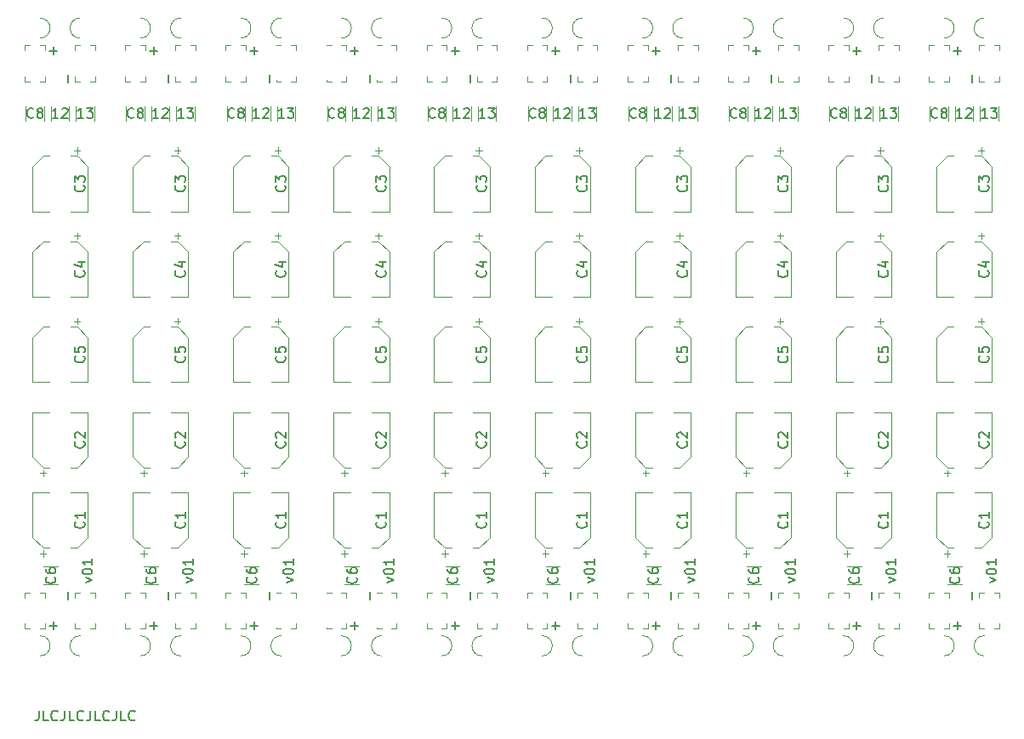
<source format=gto>
G04 #@! TF.GenerationSoftware,KiCad,Pcbnew,(5.1.12)-1*
G04 #@! TF.CreationDate,2021-12-02T19:00:40+01:00*
G04 #@! TF.ProjectId,DIY Mic Electronic Panelized,44495920-4d69-4632-9045-6c656374726f,rev?*
G04 #@! TF.SameCoordinates,Original*
G04 #@! TF.FileFunction,Legend,Top*
G04 #@! TF.FilePolarity,Positive*
%FSLAX46Y46*%
G04 Gerber Fmt 4.6, Leading zero omitted, Abs format (unit mm)*
G04 Created by KiCad (PCBNEW (5.1.12)-1) date 2021-12-02 19:00:40*
%MOMM*%
%LPD*%
G01*
G04 APERTURE LIST*
%ADD10C,0.150000*%
%ADD11C,0.100000*%
%ADD12C,0.120000*%
%ADD13C,0.500000*%
%ADD14R,1.850000X3.450000*%
G04 APERTURE END LIST*
D10*
X193535714Y-121190476D02*
X194202380Y-120952380D01*
X193535714Y-120714285D01*
X193202380Y-120142857D02*
X193202380Y-120047619D01*
X193250000Y-119952380D01*
X193297619Y-119904761D01*
X193392857Y-119857142D01*
X193583333Y-119809523D01*
X193821428Y-119809523D01*
X194011904Y-119857142D01*
X194107142Y-119904761D01*
X194154761Y-119952380D01*
X194202380Y-120047619D01*
X194202380Y-120142857D01*
X194154761Y-120238095D01*
X194107142Y-120285714D01*
X194011904Y-120333333D01*
X193821428Y-120380952D01*
X193583333Y-120380952D01*
X193392857Y-120333333D01*
X193297619Y-120285714D01*
X193250000Y-120238095D01*
X193202380Y-120142857D01*
X194202380Y-118857142D02*
X194202380Y-119428571D01*
X194202380Y-119142857D02*
X193202380Y-119142857D01*
X193345238Y-119238095D01*
X193440476Y-119333333D01*
X193488095Y-119428571D01*
X183535714Y-121190476D02*
X184202380Y-120952380D01*
X183535714Y-120714285D01*
X183202380Y-120142857D02*
X183202380Y-120047619D01*
X183250000Y-119952380D01*
X183297619Y-119904761D01*
X183392857Y-119857142D01*
X183583333Y-119809523D01*
X183821428Y-119809523D01*
X184011904Y-119857142D01*
X184107142Y-119904761D01*
X184154761Y-119952380D01*
X184202380Y-120047619D01*
X184202380Y-120142857D01*
X184154761Y-120238095D01*
X184107142Y-120285714D01*
X184011904Y-120333333D01*
X183821428Y-120380952D01*
X183583333Y-120380952D01*
X183392857Y-120333333D01*
X183297619Y-120285714D01*
X183250000Y-120238095D01*
X183202380Y-120142857D01*
X184202380Y-118857142D02*
X184202380Y-119428571D01*
X184202380Y-119142857D02*
X183202380Y-119142857D01*
X183345238Y-119238095D01*
X183440476Y-119333333D01*
X183488095Y-119428571D01*
X173535714Y-121190476D02*
X174202380Y-120952380D01*
X173535714Y-120714285D01*
X173202380Y-120142857D02*
X173202380Y-120047619D01*
X173250000Y-119952380D01*
X173297619Y-119904761D01*
X173392857Y-119857142D01*
X173583333Y-119809523D01*
X173821428Y-119809523D01*
X174011904Y-119857142D01*
X174107142Y-119904761D01*
X174154761Y-119952380D01*
X174202380Y-120047619D01*
X174202380Y-120142857D01*
X174154761Y-120238095D01*
X174107142Y-120285714D01*
X174011904Y-120333333D01*
X173821428Y-120380952D01*
X173583333Y-120380952D01*
X173392857Y-120333333D01*
X173297619Y-120285714D01*
X173250000Y-120238095D01*
X173202380Y-120142857D01*
X174202380Y-118857142D02*
X174202380Y-119428571D01*
X174202380Y-119142857D02*
X173202380Y-119142857D01*
X173345238Y-119238095D01*
X173440476Y-119333333D01*
X173488095Y-119428571D01*
X163535714Y-121190476D02*
X164202380Y-120952380D01*
X163535714Y-120714285D01*
X163202380Y-120142857D02*
X163202380Y-120047619D01*
X163250000Y-119952380D01*
X163297619Y-119904761D01*
X163392857Y-119857142D01*
X163583333Y-119809523D01*
X163821428Y-119809523D01*
X164011904Y-119857142D01*
X164107142Y-119904761D01*
X164154761Y-119952380D01*
X164202380Y-120047619D01*
X164202380Y-120142857D01*
X164154761Y-120238095D01*
X164107142Y-120285714D01*
X164011904Y-120333333D01*
X163821428Y-120380952D01*
X163583333Y-120380952D01*
X163392857Y-120333333D01*
X163297619Y-120285714D01*
X163250000Y-120238095D01*
X163202380Y-120142857D01*
X164202380Y-118857142D02*
X164202380Y-119428571D01*
X164202380Y-119142857D02*
X163202380Y-119142857D01*
X163345238Y-119238095D01*
X163440476Y-119333333D01*
X163488095Y-119428571D01*
X153535714Y-121190476D02*
X154202380Y-120952380D01*
X153535714Y-120714285D01*
X153202380Y-120142857D02*
X153202380Y-120047619D01*
X153250000Y-119952380D01*
X153297619Y-119904761D01*
X153392857Y-119857142D01*
X153583333Y-119809523D01*
X153821428Y-119809523D01*
X154011904Y-119857142D01*
X154107142Y-119904761D01*
X154154761Y-119952380D01*
X154202380Y-120047619D01*
X154202380Y-120142857D01*
X154154761Y-120238095D01*
X154107142Y-120285714D01*
X154011904Y-120333333D01*
X153821428Y-120380952D01*
X153583333Y-120380952D01*
X153392857Y-120333333D01*
X153297619Y-120285714D01*
X153250000Y-120238095D01*
X153202380Y-120142857D01*
X154202380Y-118857142D02*
X154202380Y-119428571D01*
X154202380Y-119142857D02*
X153202380Y-119142857D01*
X153345238Y-119238095D01*
X153440476Y-119333333D01*
X153488095Y-119428571D01*
X143535714Y-121190476D02*
X144202380Y-120952380D01*
X143535714Y-120714285D01*
X143202380Y-120142857D02*
X143202380Y-120047619D01*
X143250000Y-119952380D01*
X143297619Y-119904761D01*
X143392857Y-119857142D01*
X143583333Y-119809523D01*
X143821428Y-119809523D01*
X144011904Y-119857142D01*
X144107142Y-119904761D01*
X144154761Y-119952380D01*
X144202380Y-120047619D01*
X144202380Y-120142857D01*
X144154761Y-120238095D01*
X144107142Y-120285714D01*
X144011904Y-120333333D01*
X143821428Y-120380952D01*
X143583333Y-120380952D01*
X143392857Y-120333333D01*
X143297619Y-120285714D01*
X143250000Y-120238095D01*
X143202380Y-120142857D01*
X144202380Y-118857142D02*
X144202380Y-119428571D01*
X144202380Y-119142857D02*
X143202380Y-119142857D01*
X143345238Y-119238095D01*
X143440476Y-119333333D01*
X143488095Y-119428571D01*
X133535714Y-121190476D02*
X134202380Y-120952380D01*
X133535714Y-120714285D01*
X133202380Y-120142857D02*
X133202380Y-120047619D01*
X133250000Y-119952380D01*
X133297619Y-119904761D01*
X133392857Y-119857142D01*
X133583333Y-119809523D01*
X133821428Y-119809523D01*
X134011904Y-119857142D01*
X134107142Y-119904761D01*
X134154761Y-119952380D01*
X134202380Y-120047619D01*
X134202380Y-120142857D01*
X134154761Y-120238095D01*
X134107142Y-120285714D01*
X134011904Y-120333333D01*
X133821428Y-120380952D01*
X133583333Y-120380952D01*
X133392857Y-120333333D01*
X133297619Y-120285714D01*
X133250000Y-120238095D01*
X133202380Y-120142857D01*
X134202380Y-118857142D02*
X134202380Y-119428571D01*
X134202380Y-119142857D02*
X133202380Y-119142857D01*
X133345238Y-119238095D01*
X133440476Y-119333333D01*
X133488095Y-119428571D01*
X123535714Y-121190476D02*
X124202380Y-120952380D01*
X123535714Y-120714285D01*
X123202380Y-120142857D02*
X123202380Y-120047619D01*
X123250000Y-119952380D01*
X123297619Y-119904761D01*
X123392857Y-119857142D01*
X123583333Y-119809523D01*
X123821428Y-119809523D01*
X124011904Y-119857142D01*
X124107142Y-119904761D01*
X124154761Y-119952380D01*
X124202380Y-120047619D01*
X124202380Y-120142857D01*
X124154761Y-120238095D01*
X124107142Y-120285714D01*
X124011904Y-120333333D01*
X123821428Y-120380952D01*
X123583333Y-120380952D01*
X123392857Y-120333333D01*
X123297619Y-120285714D01*
X123250000Y-120238095D01*
X123202380Y-120142857D01*
X124202380Y-118857142D02*
X124202380Y-119428571D01*
X124202380Y-119142857D02*
X123202380Y-119142857D01*
X123345238Y-119238095D01*
X123440476Y-119333333D01*
X123488095Y-119428571D01*
X113535714Y-121190476D02*
X114202380Y-120952380D01*
X113535714Y-120714285D01*
X113202380Y-120142857D02*
X113202380Y-120047619D01*
X113250000Y-119952380D01*
X113297619Y-119904761D01*
X113392857Y-119857142D01*
X113583333Y-119809523D01*
X113821428Y-119809523D01*
X114011904Y-119857142D01*
X114107142Y-119904761D01*
X114154761Y-119952380D01*
X114202380Y-120047619D01*
X114202380Y-120142857D01*
X114154761Y-120238095D01*
X114107142Y-120285714D01*
X114011904Y-120333333D01*
X113821428Y-120380952D01*
X113583333Y-120380952D01*
X113392857Y-120333333D01*
X113297619Y-120285714D01*
X113250000Y-120238095D01*
X113202380Y-120142857D01*
X114202380Y-118857142D02*
X114202380Y-119428571D01*
X114202380Y-119142857D02*
X113202380Y-119142857D01*
X113345238Y-119238095D01*
X113440476Y-119333333D01*
X113488095Y-119428571D01*
X103535714Y-121190476D02*
X104202380Y-120952380D01*
X103535714Y-120714285D01*
X103202380Y-120142857D02*
X103202380Y-120047619D01*
X103250000Y-119952380D01*
X103297619Y-119904761D01*
X103392857Y-119857142D01*
X103583333Y-119809523D01*
X103821428Y-119809523D01*
X104011904Y-119857142D01*
X104107142Y-119904761D01*
X104154761Y-119952380D01*
X104202380Y-120047619D01*
X104202380Y-120142857D01*
X104154761Y-120238095D01*
X104107142Y-120285714D01*
X104011904Y-120333333D01*
X103821428Y-120380952D01*
X103583333Y-120380952D01*
X103392857Y-120333333D01*
X103297619Y-120285714D01*
X103250000Y-120238095D01*
X103202380Y-120142857D01*
X104202380Y-118857142D02*
X104202380Y-119428571D01*
X104202380Y-119142857D02*
X103202380Y-119142857D01*
X103345238Y-119238095D01*
X103440476Y-119333333D01*
X103488095Y-119428571D01*
X98880952Y-133952380D02*
X98880952Y-134666666D01*
X98833333Y-134809523D01*
X98738095Y-134904761D01*
X98595238Y-134952380D01*
X98500000Y-134952380D01*
X99833333Y-134952380D02*
X99357142Y-134952380D01*
X99357142Y-133952380D01*
X100738095Y-134857142D02*
X100690476Y-134904761D01*
X100547619Y-134952380D01*
X100452380Y-134952380D01*
X100309523Y-134904761D01*
X100214285Y-134809523D01*
X100166666Y-134714285D01*
X100119047Y-134523809D01*
X100119047Y-134380952D01*
X100166666Y-134190476D01*
X100214285Y-134095238D01*
X100309523Y-134000000D01*
X100452380Y-133952380D01*
X100547619Y-133952380D01*
X100690476Y-134000000D01*
X100738095Y-134047619D01*
X101452380Y-133952380D02*
X101452380Y-134666666D01*
X101404761Y-134809523D01*
X101309523Y-134904761D01*
X101166666Y-134952380D01*
X101071428Y-134952380D01*
X102404761Y-134952380D02*
X101928571Y-134952380D01*
X101928571Y-133952380D01*
X103309523Y-134857142D02*
X103261904Y-134904761D01*
X103119047Y-134952380D01*
X103023809Y-134952380D01*
X102880952Y-134904761D01*
X102785714Y-134809523D01*
X102738095Y-134714285D01*
X102690476Y-134523809D01*
X102690476Y-134380952D01*
X102738095Y-134190476D01*
X102785714Y-134095238D01*
X102880952Y-134000000D01*
X103023809Y-133952380D01*
X103119047Y-133952380D01*
X103261904Y-134000000D01*
X103309523Y-134047619D01*
X104023809Y-133952380D02*
X104023809Y-134666666D01*
X103976190Y-134809523D01*
X103880952Y-134904761D01*
X103738095Y-134952380D01*
X103642857Y-134952380D01*
X104976190Y-134952380D02*
X104500000Y-134952380D01*
X104500000Y-133952380D01*
X105880952Y-134857142D02*
X105833333Y-134904761D01*
X105690476Y-134952380D01*
X105595238Y-134952380D01*
X105452380Y-134904761D01*
X105357142Y-134809523D01*
X105309523Y-134714285D01*
X105261904Y-134523809D01*
X105261904Y-134380952D01*
X105309523Y-134190476D01*
X105357142Y-134095238D01*
X105452380Y-134000000D01*
X105595238Y-133952380D01*
X105690476Y-133952380D01*
X105833333Y-134000000D01*
X105880952Y-134047619D01*
X106595238Y-133952380D02*
X106595238Y-134666666D01*
X106547619Y-134809523D01*
X106452380Y-134904761D01*
X106309523Y-134952380D01*
X106214285Y-134952380D01*
X107547619Y-134952380D02*
X107071428Y-134952380D01*
X107071428Y-133952380D01*
X108452380Y-134857142D02*
X108404761Y-134904761D01*
X108261904Y-134952380D01*
X108166666Y-134952380D01*
X108023809Y-134904761D01*
X107928571Y-134809523D01*
X107880952Y-134714285D01*
X107833333Y-134523809D01*
X107833333Y-134380952D01*
X107880952Y-134190476D01*
X107928571Y-134095238D01*
X108023809Y-134000000D01*
X108166666Y-133952380D01*
X108261904Y-133952380D01*
X108404761Y-134000000D01*
X108452380Y-134047619D01*
D11*
X193000000Y-126500000D02*
G75*
G03*
X193000000Y-128500000I0J-1000000D01*
G01*
X189000000Y-128500000D02*
G75*
G03*
X189000000Y-126500000I0J1000000D01*
G01*
X183000000Y-126500000D02*
G75*
G03*
X183000000Y-128500000I0J-1000000D01*
G01*
X179000000Y-128500000D02*
G75*
G03*
X179000000Y-126500000I0J1000000D01*
G01*
X173000000Y-126500000D02*
G75*
G03*
X173000000Y-128500000I0J-1000000D01*
G01*
X169000000Y-128500000D02*
G75*
G03*
X169000000Y-126500000I0J1000000D01*
G01*
X163000000Y-126500000D02*
G75*
G03*
X163000000Y-128500000I0J-1000000D01*
G01*
X159000000Y-128500000D02*
G75*
G03*
X159000000Y-126500000I0J1000000D01*
G01*
X153000000Y-126500000D02*
G75*
G03*
X153000000Y-128500000I0J-1000000D01*
G01*
X149000000Y-128500000D02*
G75*
G03*
X149000000Y-126500000I0J1000000D01*
G01*
X143000000Y-126500000D02*
G75*
G03*
X143000000Y-128500000I0J-1000000D01*
G01*
X139000000Y-128500000D02*
G75*
G03*
X139000000Y-126500000I0J1000000D01*
G01*
X133000000Y-126500000D02*
G75*
G03*
X133000000Y-128500000I0J-1000000D01*
G01*
X129000000Y-128500000D02*
G75*
G03*
X129000000Y-126500000I0J1000000D01*
G01*
X123000000Y-126500000D02*
G75*
G03*
X123000000Y-128500000I0J-1000000D01*
G01*
X119000000Y-128500000D02*
G75*
G03*
X119000000Y-126500000I0J1000000D01*
G01*
X113000000Y-126500000D02*
G75*
G03*
X113000000Y-128500000I0J-1000000D01*
G01*
X109000000Y-128500000D02*
G75*
G03*
X109000000Y-126500000I0J1000000D01*
G01*
X193000000Y-65000000D02*
G75*
G03*
X193000000Y-67000000I0J-1000000D01*
G01*
X189000000Y-67000000D02*
G75*
G03*
X189000000Y-65000000I0J1000000D01*
G01*
X183000000Y-65000000D02*
G75*
G03*
X183000000Y-67000000I0J-1000000D01*
G01*
X179000000Y-67000000D02*
G75*
G03*
X179000000Y-65000000I0J1000000D01*
G01*
X173000000Y-65000000D02*
G75*
G03*
X173000000Y-67000000I0J-1000000D01*
G01*
X169000000Y-67000000D02*
G75*
G03*
X169000000Y-65000000I0J1000000D01*
G01*
X163000000Y-65000000D02*
G75*
G03*
X163000000Y-67000000I0J-1000000D01*
G01*
X159000000Y-67000000D02*
G75*
G03*
X159000000Y-65000000I0J1000000D01*
G01*
X153000000Y-65000000D02*
G75*
G03*
X153000000Y-67000000I0J-1000000D01*
G01*
X149000000Y-67000000D02*
G75*
G03*
X149000000Y-65000000I0J1000000D01*
G01*
X143000000Y-65000000D02*
G75*
G03*
X143000000Y-67000000I0J-1000000D01*
G01*
X139000000Y-67000000D02*
G75*
G03*
X139000000Y-65000000I0J1000000D01*
G01*
X133000000Y-65000000D02*
G75*
G03*
X133000000Y-67000000I0J-1000000D01*
G01*
X129000000Y-67000000D02*
G75*
G03*
X129000000Y-65000000I0J1000000D01*
G01*
X123000000Y-65000000D02*
G75*
G03*
X123000000Y-67000000I0J-1000000D01*
G01*
X119000000Y-67000000D02*
G75*
G03*
X119000000Y-65000000I0J1000000D01*
G01*
X113000000Y-65000000D02*
G75*
G03*
X113000000Y-67000000I0J-1000000D01*
G01*
X109000000Y-67000000D02*
G75*
G03*
X109000000Y-65000000I0J1000000D01*
G01*
D12*
X192997500Y-95187500D02*
X192372500Y-95187500D01*
X192685000Y-94875000D02*
X192685000Y-95500000D01*
X189304437Y-95740000D02*
X188240000Y-96804437D01*
X192695563Y-95740000D02*
X193760000Y-96804437D01*
X192695563Y-95740000D02*
X192060000Y-95740000D01*
X189304437Y-95740000D02*
X189940000Y-95740000D01*
X188240000Y-96804437D02*
X188240000Y-101260000D01*
X193760000Y-96804437D02*
X193760000Y-101260000D01*
X193760000Y-101260000D02*
X192060000Y-101260000D01*
X188240000Y-101260000D02*
X189940000Y-101260000D01*
X182997500Y-95187500D02*
X182372500Y-95187500D01*
X182685000Y-94875000D02*
X182685000Y-95500000D01*
X179304437Y-95740000D02*
X178240000Y-96804437D01*
X182695563Y-95740000D02*
X183760000Y-96804437D01*
X182695563Y-95740000D02*
X182060000Y-95740000D01*
X179304437Y-95740000D02*
X179940000Y-95740000D01*
X178240000Y-96804437D02*
X178240000Y-101260000D01*
X183760000Y-96804437D02*
X183760000Y-101260000D01*
X183760000Y-101260000D02*
X182060000Y-101260000D01*
X178240000Y-101260000D02*
X179940000Y-101260000D01*
X172997500Y-95187500D02*
X172372500Y-95187500D01*
X172685000Y-94875000D02*
X172685000Y-95500000D01*
X169304437Y-95740000D02*
X168240000Y-96804437D01*
X172695563Y-95740000D02*
X173760000Y-96804437D01*
X172695563Y-95740000D02*
X172060000Y-95740000D01*
X169304437Y-95740000D02*
X169940000Y-95740000D01*
X168240000Y-96804437D02*
X168240000Y-101260000D01*
X173760000Y-96804437D02*
X173760000Y-101260000D01*
X173760000Y-101260000D02*
X172060000Y-101260000D01*
X168240000Y-101260000D02*
X169940000Y-101260000D01*
X162997500Y-95187500D02*
X162372500Y-95187500D01*
X162685000Y-94875000D02*
X162685000Y-95500000D01*
X159304437Y-95740000D02*
X158240000Y-96804437D01*
X162695563Y-95740000D02*
X163760000Y-96804437D01*
X162695563Y-95740000D02*
X162060000Y-95740000D01*
X159304437Y-95740000D02*
X159940000Y-95740000D01*
X158240000Y-96804437D02*
X158240000Y-101260000D01*
X163760000Y-96804437D02*
X163760000Y-101260000D01*
X163760000Y-101260000D02*
X162060000Y-101260000D01*
X158240000Y-101260000D02*
X159940000Y-101260000D01*
X152997500Y-95187500D02*
X152372500Y-95187500D01*
X152685000Y-94875000D02*
X152685000Y-95500000D01*
X149304437Y-95740000D02*
X148240000Y-96804437D01*
X152695563Y-95740000D02*
X153760000Y-96804437D01*
X152695563Y-95740000D02*
X152060000Y-95740000D01*
X149304437Y-95740000D02*
X149940000Y-95740000D01*
X148240000Y-96804437D02*
X148240000Y-101260000D01*
X153760000Y-96804437D02*
X153760000Y-101260000D01*
X153760000Y-101260000D02*
X152060000Y-101260000D01*
X148240000Y-101260000D02*
X149940000Y-101260000D01*
X142997500Y-95187500D02*
X142372500Y-95187500D01*
X142685000Y-94875000D02*
X142685000Y-95500000D01*
X139304437Y-95740000D02*
X138240000Y-96804437D01*
X142695563Y-95740000D02*
X143760000Y-96804437D01*
X142695563Y-95740000D02*
X142060000Y-95740000D01*
X139304437Y-95740000D02*
X139940000Y-95740000D01*
X138240000Y-96804437D02*
X138240000Y-101260000D01*
X143760000Y-96804437D02*
X143760000Y-101260000D01*
X143760000Y-101260000D02*
X142060000Y-101260000D01*
X138240000Y-101260000D02*
X139940000Y-101260000D01*
X132997500Y-95187500D02*
X132372500Y-95187500D01*
X132685000Y-94875000D02*
X132685000Y-95500000D01*
X129304437Y-95740000D02*
X128240000Y-96804437D01*
X132695563Y-95740000D02*
X133760000Y-96804437D01*
X132695563Y-95740000D02*
X132060000Y-95740000D01*
X129304437Y-95740000D02*
X129940000Y-95740000D01*
X128240000Y-96804437D02*
X128240000Y-101260000D01*
X133760000Y-96804437D02*
X133760000Y-101260000D01*
X133760000Y-101260000D02*
X132060000Y-101260000D01*
X128240000Y-101260000D02*
X129940000Y-101260000D01*
X122997500Y-95187500D02*
X122372500Y-95187500D01*
X122685000Y-94875000D02*
X122685000Y-95500000D01*
X119304437Y-95740000D02*
X118240000Y-96804437D01*
X122695563Y-95740000D02*
X123760000Y-96804437D01*
X122695563Y-95740000D02*
X122060000Y-95740000D01*
X119304437Y-95740000D02*
X119940000Y-95740000D01*
X118240000Y-96804437D02*
X118240000Y-101260000D01*
X123760000Y-96804437D02*
X123760000Y-101260000D01*
X123760000Y-101260000D02*
X122060000Y-101260000D01*
X118240000Y-101260000D02*
X119940000Y-101260000D01*
X112997500Y-95187500D02*
X112372500Y-95187500D01*
X112685000Y-94875000D02*
X112685000Y-95500000D01*
X109304437Y-95740000D02*
X108240000Y-96804437D01*
X112695563Y-95740000D02*
X113760000Y-96804437D01*
X112695563Y-95740000D02*
X112060000Y-95740000D01*
X109304437Y-95740000D02*
X109940000Y-95740000D01*
X108240000Y-96804437D02*
X108240000Y-101260000D01*
X113760000Y-96804437D02*
X113760000Y-101260000D01*
X113760000Y-101260000D02*
X112060000Y-101260000D01*
X108240000Y-101260000D02*
X109940000Y-101260000D01*
X188240000Y-92760000D02*
X189940000Y-92760000D01*
X193760000Y-92760000D02*
X192060000Y-92760000D01*
X193760000Y-88304437D02*
X193760000Y-92760000D01*
X188240000Y-88304437D02*
X188240000Y-92760000D01*
X189304437Y-87240000D02*
X189940000Y-87240000D01*
X192695563Y-87240000D02*
X192060000Y-87240000D01*
X192695563Y-87240000D02*
X193760000Y-88304437D01*
X189304437Y-87240000D02*
X188240000Y-88304437D01*
X192685000Y-86375000D02*
X192685000Y-87000000D01*
X192997500Y-86687500D02*
X192372500Y-86687500D01*
X178240000Y-92760000D02*
X179940000Y-92760000D01*
X183760000Y-92760000D02*
X182060000Y-92760000D01*
X183760000Y-88304437D02*
X183760000Y-92760000D01*
X178240000Y-88304437D02*
X178240000Y-92760000D01*
X179304437Y-87240000D02*
X179940000Y-87240000D01*
X182695563Y-87240000D02*
X182060000Y-87240000D01*
X182695563Y-87240000D02*
X183760000Y-88304437D01*
X179304437Y-87240000D02*
X178240000Y-88304437D01*
X182685000Y-86375000D02*
X182685000Y-87000000D01*
X182997500Y-86687500D02*
X182372500Y-86687500D01*
X168240000Y-92760000D02*
X169940000Y-92760000D01*
X173760000Y-92760000D02*
X172060000Y-92760000D01*
X173760000Y-88304437D02*
X173760000Y-92760000D01*
X168240000Y-88304437D02*
X168240000Y-92760000D01*
X169304437Y-87240000D02*
X169940000Y-87240000D01*
X172695563Y-87240000D02*
X172060000Y-87240000D01*
X172695563Y-87240000D02*
X173760000Y-88304437D01*
X169304437Y-87240000D02*
X168240000Y-88304437D01*
X172685000Y-86375000D02*
X172685000Y-87000000D01*
X172997500Y-86687500D02*
X172372500Y-86687500D01*
X158240000Y-92760000D02*
X159940000Y-92760000D01*
X163760000Y-92760000D02*
X162060000Y-92760000D01*
X163760000Y-88304437D02*
X163760000Y-92760000D01*
X158240000Y-88304437D02*
X158240000Y-92760000D01*
X159304437Y-87240000D02*
X159940000Y-87240000D01*
X162695563Y-87240000D02*
X162060000Y-87240000D01*
X162695563Y-87240000D02*
X163760000Y-88304437D01*
X159304437Y-87240000D02*
X158240000Y-88304437D01*
X162685000Y-86375000D02*
X162685000Y-87000000D01*
X162997500Y-86687500D02*
X162372500Y-86687500D01*
X148240000Y-92760000D02*
X149940000Y-92760000D01*
X153760000Y-92760000D02*
X152060000Y-92760000D01*
X153760000Y-88304437D02*
X153760000Y-92760000D01*
X148240000Y-88304437D02*
X148240000Y-92760000D01*
X149304437Y-87240000D02*
X149940000Y-87240000D01*
X152695563Y-87240000D02*
X152060000Y-87240000D01*
X152695563Y-87240000D02*
X153760000Y-88304437D01*
X149304437Y-87240000D02*
X148240000Y-88304437D01*
X152685000Y-86375000D02*
X152685000Y-87000000D01*
X152997500Y-86687500D02*
X152372500Y-86687500D01*
X138240000Y-92760000D02*
X139940000Y-92760000D01*
X143760000Y-92760000D02*
X142060000Y-92760000D01*
X143760000Y-88304437D02*
X143760000Y-92760000D01*
X138240000Y-88304437D02*
X138240000Y-92760000D01*
X139304437Y-87240000D02*
X139940000Y-87240000D01*
X142695563Y-87240000D02*
X142060000Y-87240000D01*
X142695563Y-87240000D02*
X143760000Y-88304437D01*
X139304437Y-87240000D02*
X138240000Y-88304437D01*
X142685000Y-86375000D02*
X142685000Y-87000000D01*
X142997500Y-86687500D02*
X142372500Y-86687500D01*
X128240000Y-92760000D02*
X129940000Y-92760000D01*
X133760000Y-92760000D02*
X132060000Y-92760000D01*
X133760000Y-88304437D02*
X133760000Y-92760000D01*
X128240000Y-88304437D02*
X128240000Y-92760000D01*
X129304437Y-87240000D02*
X129940000Y-87240000D01*
X132695563Y-87240000D02*
X132060000Y-87240000D01*
X132695563Y-87240000D02*
X133760000Y-88304437D01*
X129304437Y-87240000D02*
X128240000Y-88304437D01*
X132685000Y-86375000D02*
X132685000Y-87000000D01*
X132997500Y-86687500D02*
X132372500Y-86687500D01*
X118240000Y-92760000D02*
X119940000Y-92760000D01*
X123760000Y-92760000D02*
X122060000Y-92760000D01*
X123760000Y-88304437D02*
X123760000Y-92760000D01*
X118240000Y-88304437D02*
X118240000Y-92760000D01*
X119304437Y-87240000D02*
X119940000Y-87240000D01*
X122695563Y-87240000D02*
X122060000Y-87240000D01*
X122695563Y-87240000D02*
X123760000Y-88304437D01*
X119304437Y-87240000D02*
X118240000Y-88304437D01*
X122685000Y-86375000D02*
X122685000Y-87000000D01*
X122997500Y-86687500D02*
X122372500Y-86687500D01*
X108240000Y-92760000D02*
X109940000Y-92760000D01*
X113760000Y-92760000D02*
X112060000Y-92760000D01*
X113760000Y-88304437D02*
X113760000Y-92760000D01*
X108240000Y-88304437D02*
X108240000Y-92760000D01*
X109304437Y-87240000D02*
X109940000Y-87240000D01*
X112695563Y-87240000D02*
X112060000Y-87240000D01*
X112695563Y-87240000D02*
X113760000Y-88304437D01*
X109304437Y-87240000D02*
X108240000Y-88304437D01*
X112685000Y-86375000D02*
X112685000Y-87000000D01*
X112997500Y-86687500D02*
X112372500Y-86687500D01*
X192997500Y-78187500D02*
X192372500Y-78187500D01*
X192685000Y-77875000D02*
X192685000Y-78500000D01*
X189304437Y-78740000D02*
X188240000Y-79804437D01*
X192695563Y-78740000D02*
X193760000Y-79804437D01*
X192695563Y-78740000D02*
X192060000Y-78740000D01*
X189304437Y-78740000D02*
X189940000Y-78740000D01*
X188240000Y-79804437D02*
X188240000Y-84260000D01*
X193760000Y-79804437D02*
X193760000Y-84260000D01*
X193760000Y-84260000D02*
X192060000Y-84260000D01*
X188240000Y-84260000D02*
X189940000Y-84260000D01*
X182997500Y-78187500D02*
X182372500Y-78187500D01*
X182685000Y-77875000D02*
X182685000Y-78500000D01*
X179304437Y-78740000D02*
X178240000Y-79804437D01*
X182695563Y-78740000D02*
X183760000Y-79804437D01*
X182695563Y-78740000D02*
X182060000Y-78740000D01*
X179304437Y-78740000D02*
X179940000Y-78740000D01*
X178240000Y-79804437D02*
X178240000Y-84260000D01*
X183760000Y-79804437D02*
X183760000Y-84260000D01*
X183760000Y-84260000D02*
X182060000Y-84260000D01*
X178240000Y-84260000D02*
X179940000Y-84260000D01*
X172997500Y-78187500D02*
X172372500Y-78187500D01*
X172685000Y-77875000D02*
X172685000Y-78500000D01*
X169304437Y-78740000D02*
X168240000Y-79804437D01*
X172695563Y-78740000D02*
X173760000Y-79804437D01*
X172695563Y-78740000D02*
X172060000Y-78740000D01*
X169304437Y-78740000D02*
X169940000Y-78740000D01*
X168240000Y-79804437D02*
X168240000Y-84260000D01*
X173760000Y-79804437D02*
X173760000Y-84260000D01*
X173760000Y-84260000D02*
X172060000Y-84260000D01*
X168240000Y-84260000D02*
X169940000Y-84260000D01*
X162997500Y-78187500D02*
X162372500Y-78187500D01*
X162685000Y-77875000D02*
X162685000Y-78500000D01*
X159304437Y-78740000D02*
X158240000Y-79804437D01*
X162695563Y-78740000D02*
X163760000Y-79804437D01*
X162695563Y-78740000D02*
X162060000Y-78740000D01*
X159304437Y-78740000D02*
X159940000Y-78740000D01*
X158240000Y-79804437D02*
X158240000Y-84260000D01*
X163760000Y-79804437D02*
X163760000Y-84260000D01*
X163760000Y-84260000D02*
X162060000Y-84260000D01*
X158240000Y-84260000D02*
X159940000Y-84260000D01*
X152997500Y-78187500D02*
X152372500Y-78187500D01*
X152685000Y-77875000D02*
X152685000Y-78500000D01*
X149304437Y-78740000D02*
X148240000Y-79804437D01*
X152695563Y-78740000D02*
X153760000Y-79804437D01*
X152695563Y-78740000D02*
X152060000Y-78740000D01*
X149304437Y-78740000D02*
X149940000Y-78740000D01*
X148240000Y-79804437D02*
X148240000Y-84260000D01*
X153760000Y-79804437D02*
X153760000Y-84260000D01*
X153760000Y-84260000D02*
X152060000Y-84260000D01*
X148240000Y-84260000D02*
X149940000Y-84260000D01*
X142997500Y-78187500D02*
X142372500Y-78187500D01*
X142685000Y-77875000D02*
X142685000Y-78500000D01*
X139304437Y-78740000D02*
X138240000Y-79804437D01*
X142695563Y-78740000D02*
X143760000Y-79804437D01*
X142695563Y-78740000D02*
X142060000Y-78740000D01*
X139304437Y-78740000D02*
X139940000Y-78740000D01*
X138240000Y-79804437D02*
X138240000Y-84260000D01*
X143760000Y-79804437D02*
X143760000Y-84260000D01*
X143760000Y-84260000D02*
X142060000Y-84260000D01*
X138240000Y-84260000D02*
X139940000Y-84260000D01*
X132997500Y-78187500D02*
X132372500Y-78187500D01*
X132685000Y-77875000D02*
X132685000Y-78500000D01*
X129304437Y-78740000D02*
X128240000Y-79804437D01*
X132695563Y-78740000D02*
X133760000Y-79804437D01*
X132695563Y-78740000D02*
X132060000Y-78740000D01*
X129304437Y-78740000D02*
X129940000Y-78740000D01*
X128240000Y-79804437D02*
X128240000Y-84260000D01*
X133760000Y-79804437D02*
X133760000Y-84260000D01*
X133760000Y-84260000D02*
X132060000Y-84260000D01*
X128240000Y-84260000D02*
X129940000Y-84260000D01*
X122997500Y-78187500D02*
X122372500Y-78187500D01*
X122685000Y-77875000D02*
X122685000Y-78500000D01*
X119304437Y-78740000D02*
X118240000Y-79804437D01*
X122695563Y-78740000D02*
X123760000Y-79804437D01*
X122695563Y-78740000D02*
X122060000Y-78740000D01*
X119304437Y-78740000D02*
X119940000Y-78740000D01*
X118240000Y-79804437D02*
X118240000Y-84260000D01*
X123760000Y-79804437D02*
X123760000Y-84260000D01*
X123760000Y-84260000D02*
X122060000Y-84260000D01*
X118240000Y-84260000D02*
X119940000Y-84260000D01*
X112997500Y-78187500D02*
X112372500Y-78187500D01*
X112685000Y-77875000D02*
X112685000Y-78500000D01*
X109304437Y-78740000D02*
X108240000Y-79804437D01*
X112695563Y-78740000D02*
X113760000Y-79804437D01*
X112695563Y-78740000D02*
X112060000Y-78740000D01*
X109304437Y-78740000D02*
X109940000Y-78740000D01*
X108240000Y-79804437D02*
X108240000Y-84260000D01*
X113760000Y-79804437D02*
X113760000Y-84260000D01*
X113760000Y-84260000D02*
X112060000Y-84260000D01*
X108240000Y-84260000D02*
X109940000Y-84260000D01*
X193760000Y-104240000D02*
X192060000Y-104240000D01*
X188240000Y-104240000D02*
X189940000Y-104240000D01*
X188240000Y-108695563D02*
X188240000Y-104240000D01*
X193760000Y-108695563D02*
X193760000Y-104240000D01*
X192695563Y-109760000D02*
X192060000Y-109760000D01*
X189304437Y-109760000D02*
X189940000Y-109760000D01*
X189304437Y-109760000D02*
X188240000Y-108695563D01*
X192695563Y-109760000D02*
X193760000Y-108695563D01*
X189315000Y-110625000D02*
X189315000Y-110000000D01*
X189002500Y-110312500D02*
X189627500Y-110312500D01*
X183760000Y-104240000D02*
X182060000Y-104240000D01*
X178240000Y-104240000D02*
X179940000Y-104240000D01*
X178240000Y-108695563D02*
X178240000Y-104240000D01*
X183760000Y-108695563D02*
X183760000Y-104240000D01*
X182695563Y-109760000D02*
X182060000Y-109760000D01*
X179304437Y-109760000D02*
X179940000Y-109760000D01*
X179304437Y-109760000D02*
X178240000Y-108695563D01*
X182695563Y-109760000D02*
X183760000Y-108695563D01*
X179315000Y-110625000D02*
X179315000Y-110000000D01*
X179002500Y-110312500D02*
X179627500Y-110312500D01*
X173760000Y-104240000D02*
X172060000Y-104240000D01*
X168240000Y-104240000D02*
X169940000Y-104240000D01*
X168240000Y-108695563D02*
X168240000Y-104240000D01*
X173760000Y-108695563D02*
X173760000Y-104240000D01*
X172695563Y-109760000D02*
X172060000Y-109760000D01*
X169304437Y-109760000D02*
X169940000Y-109760000D01*
X169304437Y-109760000D02*
X168240000Y-108695563D01*
X172695563Y-109760000D02*
X173760000Y-108695563D01*
X169315000Y-110625000D02*
X169315000Y-110000000D01*
X169002500Y-110312500D02*
X169627500Y-110312500D01*
X163760000Y-104240000D02*
X162060000Y-104240000D01*
X158240000Y-104240000D02*
X159940000Y-104240000D01*
X158240000Y-108695563D02*
X158240000Y-104240000D01*
X163760000Y-108695563D02*
X163760000Y-104240000D01*
X162695563Y-109760000D02*
X162060000Y-109760000D01*
X159304437Y-109760000D02*
X159940000Y-109760000D01*
X159304437Y-109760000D02*
X158240000Y-108695563D01*
X162695563Y-109760000D02*
X163760000Y-108695563D01*
X159315000Y-110625000D02*
X159315000Y-110000000D01*
X159002500Y-110312500D02*
X159627500Y-110312500D01*
X153760000Y-104240000D02*
X152060000Y-104240000D01*
X148240000Y-104240000D02*
X149940000Y-104240000D01*
X148240000Y-108695563D02*
X148240000Y-104240000D01*
X153760000Y-108695563D02*
X153760000Y-104240000D01*
X152695563Y-109760000D02*
X152060000Y-109760000D01*
X149304437Y-109760000D02*
X149940000Y-109760000D01*
X149304437Y-109760000D02*
X148240000Y-108695563D01*
X152695563Y-109760000D02*
X153760000Y-108695563D01*
X149315000Y-110625000D02*
X149315000Y-110000000D01*
X149002500Y-110312500D02*
X149627500Y-110312500D01*
X143760000Y-104240000D02*
X142060000Y-104240000D01*
X138240000Y-104240000D02*
X139940000Y-104240000D01*
X138240000Y-108695563D02*
X138240000Y-104240000D01*
X143760000Y-108695563D02*
X143760000Y-104240000D01*
X142695563Y-109760000D02*
X142060000Y-109760000D01*
X139304437Y-109760000D02*
X139940000Y-109760000D01*
X139304437Y-109760000D02*
X138240000Y-108695563D01*
X142695563Y-109760000D02*
X143760000Y-108695563D01*
X139315000Y-110625000D02*
X139315000Y-110000000D01*
X139002500Y-110312500D02*
X139627500Y-110312500D01*
X133760000Y-104240000D02*
X132060000Y-104240000D01*
X128240000Y-104240000D02*
X129940000Y-104240000D01*
X128240000Y-108695563D02*
X128240000Y-104240000D01*
X133760000Y-108695563D02*
X133760000Y-104240000D01*
X132695563Y-109760000D02*
X132060000Y-109760000D01*
X129304437Y-109760000D02*
X129940000Y-109760000D01*
X129304437Y-109760000D02*
X128240000Y-108695563D01*
X132695563Y-109760000D02*
X133760000Y-108695563D01*
X129315000Y-110625000D02*
X129315000Y-110000000D01*
X129002500Y-110312500D02*
X129627500Y-110312500D01*
X123760000Y-104240000D02*
X122060000Y-104240000D01*
X118240000Y-104240000D02*
X119940000Y-104240000D01*
X118240000Y-108695563D02*
X118240000Y-104240000D01*
X123760000Y-108695563D02*
X123760000Y-104240000D01*
X122695563Y-109760000D02*
X122060000Y-109760000D01*
X119304437Y-109760000D02*
X119940000Y-109760000D01*
X119304437Y-109760000D02*
X118240000Y-108695563D01*
X122695563Y-109760000D02*
X123760000Y-108695563D01*
X119315000Y-110625000D02*
X119315000Y-110000000D01*
X119002500Y-110312500D02*
X119627500Y-110312500D01*
X113760000Y-104240000D02*
X112060000Y-104240000D01*
X108240000Y-104240000D02*
X109940000Y-104240000D01*
X108240000Y-108695563D02*
X108240000Y-104240000D01*
X113760000Y-108695563D02*
X113760000Y-104240000D01*
X112695563Y-109760000D02*
X112060000Y-109760000D01*
X109304437Y-109760000D02*
X109940000Y-109760000D01*
X109304437Y-109760000D02*
X108240000Y-108695563D01*
X112695563Y-109760000D02*
X113760000Y-108695563D01*
X109315000Y-110625000D02*
X109315000Y-110000000D01*
X109002500Y-110312500D02*
X109627500Y-110312500D01*
X189002500Y-118312500D02*
X189627500Y-118312500D01*
X189315000Y-118625000D02*
X189315000Y-118000000D01*
X192695563Y-117760000D02*
X193760000Y-116695563D01*
X189304437Y-117760000D02*
X188240000Y-116695563D01*
X189304437Y-117760000D02*
X189940000Y-117760000D01*
X192695563Y-117760000D02*
X192060000Y-117760000D01*
X193760000Y-116695563D02*
X193760000Y-112240000D01*
X188240000Y-116695563D02*
X188240000Y-112240000D01*
X188240000Y-112240000D02*
X189940000Y-112240000D01*
X193760000Y-112240000D02*
X192060000Y-112240000D01*
X179002500Y-118312500D02*
X179627500Y-118312500D01*
X179315000Y-118625000D02*
X179315000Y-118000000D01*
X182695563Y-117760000D02*
X183760000Y-116695563D01*
X179304437Y-117760000D02*
X178240000Y-116695563D01*
X179304437Y-117760000D02*
X179940000Y-117760000D01*
X182695563Y-117760000D02*
X182060000Y-117760000D01*
X183760000Y-116695563D02*
X183760000Y-112240000D01*
X178240000Y-116695563D02*
X178240000Y-112240000D01*
X178240000Y-112240000D02*
X179940000Y-112240000D01*
X183760000Y-112240000D02*
X182060000Y-112240000D01*
X169002500Y-118312500D02*
X169627500Y-118312500D01*
X169315000Y-118625000D02*
X169315000Y-118000000D01*
X172695563Y-117760000D02*
X173760000Y-116695563D01*
X169304437Y-117760000D02*
X168240000Y-116695563D01*
X169304437Y-117760000D02*
X169940000Y-117760000D01*
X172695563Y-117760000D02*
X172060000Y-117760000D01*
X173760000Y-116695563D02*
X173760000Y-112240000D01*
X168240000Y-116695563D02*
X168240000Y-112240000D01*
X168240000Y-112240000D02*
X169940000Y-112240000D01*
X173760000Y-112240000D02*
X172060000Y-112240000D01*
X159002500Y-118312500D02*
X159627500Y-118312500D01*
X159315000Y-118625000D02*
X159315000Y-118000000D01*
X162695563Y-117760000D02*
X163760000Y-116695563D01*
X159304437Y-117760000D02*
X158240000Y-116695563D01*
X159304437Y-117760000D02*
X159940000Y-117760000D01*
X162695563Y-117760000D02*
X162060000Y-117760000D01*
X163760000Y-116695563D02*
X163760000Y-112240000D01*
X158240000Y-116695563D02*
X158240000Y-112240000D01*
X158240000Y-112240000D02*
X159940000Y-112240000D01*
X163760000Y-112240000D02*
X162060000Y-112240000D01*
X149002500Y-118312500D02*
X149627500Y-118312500D01*
X149315000Y-118625000D02*
X149315000Y-118000000D01*
X152695563Y-117760000D02*
X153760000Y-116695563D01*
X149304437Y-117760000D02*
X148240000Y-116695563D01*
X149304437Y-117760000D02*
X149940000Y-117760000D01*
X152695563Y-117760000D02*
X152060000Y-117760000D01*
X153760000Y-116695563D02*
X153760000Y-112240000D01*
X148240000Y-116695563D02*
X148240000Y-112240000D01*
X148240000Y-112240000D02*
X149940000Y-112240000D01*
X153760000Y-112240000D02*
X152060000Y-112240000D01*
X139002500Y-118312500D02*
X139627500Y-118312500D01*
X139315000Y-118625000D02*
X139315000Y-118000000D01*
X142695563Y-117760000D02*
X143760000Y-116695563D01*
X139304437Y-117760000D02*
X138240000Y-116695563D01*
X139304437Y-117760000D02*
X139940000Y-117760000D01*
X142695563Y-117760000D02*
X142060000Y-117760000D01*
X143760000Y-116695563D02*
X143760000Y-112240000D01*
X138240000Y-116695563D02*
X138240000Y-112240000D01*
X138240000Y-112240000D02*
X139940000Y-112240000D01*
X143760000Y-112240000D02*
X142060000Y-112240000D01*
X129002500Y-118312500D02*
X129627500Y-118312500D01*
X129315000Y-118625000D02*
X129315000Y-118000000D01*
X132695563Y-117760000D02*
X133760000Y-116695563D01*
X129304437Y-117760000D02*
X128240000Y-116695563D01*
X129304437Y-117760000D02*
X129940000Y-117760000D01*
X132695563Y-117760000D02*
X132060000Y-117760000D01*
X133760000Y-116695563D02*
X133760000Y-112240000D01*
X128240000Y-116695563D02*
X128240000Y-112240000D01*
X128240000Y-112240000D02*
X129940000Y-112240000D01*
X133760000Y-112240000D02*
X132060000Y-112240000D01*
X119002500Y-118312500D02*
X119627500Y-118312500D01*
X119315000Y-118625000D02*
X119315000Y-118000000D01*
X122695563Y-117760000D02*
X123760000Y-116695563D01*
X119304437Y-117760000D02*
X118240000Y-116695563D01*
X119304437Y-117760000D02*
X119940000Y-117760000D01*
X122695563Y-117760000D02*
X122060000Y-117760000D01*
X123760000Y-116695563D02*
X123760000Y-112240000D01*
X118240000Y-116695563D02*
X118240000Y-112240000D01*
X118240000Y-112240000D02*
X119940000Y-112240000D01*
X123760000Y-112240000D02*
X122060000Y-112240000D01*
X109002500Y-118312500D02*
X109627500Y-118312500D01*
X109315000Y-118625000D02*
X109315000Y-118000000D01*
X112695563Y-117760000D02*
X113760000Y-116695563D01*
X109304437Y-117760000D02*
X108240000Y-116695563D01*
X109304437Y-117760000D02*
X109940000Y-117760000D01*
X112695563Y-117760000D02*
X112060000Y-117760000D01*
X113760000Y-116695563D02*
X113760000Y-112240000D01*
X108240000Y-116695563D02*
X108240000Y-112240000D01*
X108240000Y-112240000D02*
X109940000Y-112240000D01*
X113760000Y-112240000D02*
X112060000Y-112240000D01*
X194410000Y-73772936D02*
X194410000Y-75227064D01*
X192590000Y-73772936D02*
X192590000Y-75227064D01*
X184410000Y-73772936D02*
X184410000Y-75227064D01*
X182590000Y-73772936D02*
X182590000Y-75227064D01*
X174410000Y-73772936D02*
X174410000Y-75227064D01*
X172590000Y-73772936D02*
X172590000Y-75227064D01*
X164410000Y-73772936D02*
X164410000Y-75227064D01*
X162590000Y-73772936D02*
X162590000Y-75227064D01*
X154410000Y-73772936D02*
X154410000Y-75227064D01*
X152590000Y-73772936D02*
X152590000Y-75227064D01*
X144410000Y-73772936D02*
X144410000Y-75227064D01*
X142590000Y-73772936D02*
X142590000Y-75227064D01*
X134410000Y-73772936D02*
X134410000Y-75227064D01*
X132590000Y-73772936D02*
X132590000Y-75227064D01*
X124410000Y-73772936D02*
X124410000Y-75227064D01*
X122590000Y-73772936D02*
X122590000Y-75227064D01*
X114410000Y-73772936D02*
X114410000Y-75227064D01*
X112590000Y-73772936D02*
X112590000Y-75227064D01*
X187590000Y-73772936D02*
X187590000Y-75227064D01*
X189410000Y-73772936D02*
X189410000Y-75227064D01*
X177590000Y-73772936D02*
X177590000Y-75227064D01*
X179410000Y-73772936D02*
X179410000Y-75227064D01*
X167590000Y-73772936D02*
X167590000Y-75227064D01*
X169410000Y-73772936D02*
X169410000Y-75227064D01*
X157590000Y-73772936D02*
X157590000Y-75227064D01*
X159410000Y-73772936D02*
X159410000Y-75227064D01*
X147590000Y-73772936D02*
X147590000Y-75227064D01*
X149410000Y-73772936D02*
X149410000Y-75227064D01*
X137590000Y-73772936D02*
X137590000Y-75227064D01*
X139410000Y-73772936D02*
X139410000Y-75227064D01*
X127590000Y-73772936D02*
X127590000Y-75227064D01*
X129410000Y-73772936D02*
X129410000Y-75227064D01*
X117590000Y-73772936D02*
X117590000Y-75227064D01*
X119410000Y-73772936D02*
X119410000Y-75227064D01*
X107590000Y-73772936D02*
X107590000Y-75227064D01*
X109410000Y-73772936D02*
X109410000Y-75227064D01*
X190090000Y-75211252D02*
X190090000Y-73788748D01*
X191910000Y-75211252D02*
X191910000Y-73788748D01*
X180090000Y-75211252D02*
X180090000Y-73788748D01*
X181910000Y-75211252D02*
X181910000Y-73788748D01*
X170090000Y-75211252D02*
X170090000Y-73788748D01*
X171910000Y-75211252D02*
X171910000Y-73788748D01*
X160090000Y-75211252D02*
X160090000Y-73788748D01*
X161910000Y-75211252D02*
X161910000Y-73788748D01*
X150090000Y-75211252D02*
X150090000Y-73788748D01*
X151910000Y-75211252D02*
X151910000Y-73788748D01*
X140090000Y-75211252D02*
X140090000Y-73788748D01*
X141910000Y-75211252D02*
X141910000Y-73788748D01*
X130090000Y-75211252D02*
X130090000Y-73788748D01*
X131910000Y-75211252D02*
X131910000Y-73788748D01*
X120090000Y-75211252D02*
X120090000Y-73788748D01*
X121910000Y-75211252D02*
X121910000Y-73788748D01*
X110090000Y-75211252D02*
X110090000Y-73788748D01*
X111910000Y-75211252D02*
X111910000Y-73788748D01*
D11*
X192500000Y-67700000D02*
X192500000Y-68200000D01*
X192500000Y-67700000D02*
X193000000Y-67700000D01*
X194500000Y-67700000D02*
X194000000Y-67700000D01*
X194500000Y-67700000D02*
X194500000Y-68200000D01*
X194500000Y-71300000D02*
X194500000Y-70800000D01*
X194500000Y-71300000D02*
X194000000Y-71300000D01*
X192500000Y-71300000D02*
X193000000Y-71300000D01*
X192500000Y-71300000D02*
X192500000Y-70800000D01*
X182500000Y-67700000D02*
X182500000Y-68200000D01*
X182500000Y-67700000D02*
X183000000Y-67700000D01*
X184500000Y-67700000D02*
X184000000Y-67700000D01*
X184500000Y-67700000D02*
X184500000Y-68200000D01*
X184500000Y-71300000D02*
X184500000Y-70800000D01*
X184500000Y-71300000D02*
X184000000Y-71300000D01*
X182500000Y-71300000D02*
X183000000Y-71300000D01*
X182500000Y-71300000D02*
X182500000Y-70800000D01*
X172500000Y-67700000D02*
X172500000Y-68200000D01*
X172500000Y-67700000D02*
X173000000Y-67700000D01*
X174500000Y-67700000D02*
X174000000Y-67700000D01*
X174500000Y-67700000D02*
X174500000Y-68200000D01*
X174500000Y-71300000D02*
X174500000Y-70800000D01*
X174500000Y-71300000D02*
X174000000Y-71300000D01*
X172500000Y-71300000D02*
X173000000Y-71300000D01*
X172500000Y-71300000D02*
X172500000Y-70800000D01*
X162500000Y-67700000D02*
X162500000Y-68200000D01*
X162500000Y-67700000D02*
X163000000Y-67700000D01*
X164500000Y-67700000D02*
X164000000Y-67700000D01*
X164500000Y-67700000D02*
X164500000Y-68200000D01*
X164500000Y-71300000D02*
X164500000Y-70800000D01*
X164500000Y-71300000D02*
X164000000Y-71300000D01*
X162500000Y-71300000D02*
X163000000Y-71300000D01*
X162500000Y-71300000D02*
X162500000Y-70800000D01*
X152500000Y-67700000D02*
X152500000Y-68200000D01*
X152500000Y-67700000D02*
X153000000Y-67700000D01*
X154500000Y-67700000D02*
X154000000Y-67700000D01*
X154500000Y-67700000D02*
X154500000Y-68200000D01*
X154500000Y-71300000D02*
X154500000Y-70800000D01*
X154500000Y-71300000D02*
X154000000Y-71300000D01*
X152500000Y-71300000D02*
X153000000Y-71300000D01*
X152500000Y-71300000D02*
X152500000Y-70800000D01*
X142500000Y-67700000D02*
X142500000Y-68200000D01*
X142500000Y-67700000D02*
X143000000Y-67700000D01*
X144500000Y-67700000D02*
X144000000Y-67700000D01*
X144500000Y-67700000D02*
X144500000Y-68200000D01*
X144500000Y-71300000D02*
X144500000Y-70800000D01*
X144500000Y-71300000D02*
X144000000Y-71300000D01*
X142500000Y-71300000D02*
X143000000Y-71300000D01*
X142500000Y-71300000D02*
X142500000Y-70800000D01*
X132500000Y-67700000D02*
X132500000Y-68200000D01*
X132500000Y-67700000D02*
X133000000Y-67700000D01*
X134500000Y-67700000D02*
X134000000Y-67700000D01*
X134500000Y-67700000D02*
X134500000Y-68200000D01*
X134500000Y-71300000D02*
X134500000Y-70800000D01*
X134500000Y-71300000D02*
X134000000Y-71300000D01*
X132500000Y-71300000D02*
X133000000Y-71300000D01*
X132500000Y-71300000D02*
X132500000Y-70800000D01*
X122500000Y-67700000D02*
X122500000Y-68200000D01*
X122500000Y-67700000D02*
X123000000Y-67700000D01*
X124500000Y-67700000D02*
X124000000Y-67700000D01*
X124500000Y-67700000D02*
X124500000Y-68200000D01*
X124500000Y-71300000D02*
X124500000Y-70800000D01*
X124500000Y-71300000D02*
X124000000Y-71300000D01*
X122500000Y-71300000D02*
X123000000Y-71300000D01*
X122500000Y-71300000D02*
X122500000Y-70800000D01*
X112500000Y-67700000D02*
X112500000Y-68200000D01*
X112500000Y-67700000D02*
X113000000Y-67700000D01*
X114500000Y-67700000D02*
X114000000Y-67700000D01*
X114500000Y-67700000D02*
X114500000Y-68200000D01*
X114500000Y-71300000D02*
X114500000Y-70800000D01*
X114500000Y-71300000D02*
X114000000Y-71300000D01*
X112500000Y-71300000D02*
X113000000Y-71300000D01*
X112500000Y-71300000D02*
X112500000Y-70800000D01*
X187500000Y-71300000D02*
X187500000Y-70800000D01*
X187500000Y-71300000D02*
X188000000Y-71300000D01*
X189500000Y-71300000D02*
X189000000Y-71300000D01*
X189500000Y-71300000D02*
X189500000Y-70800000D01*
X189500000Y-67700000D02*
X189500000Y-68200000D01*
X189500000Y-67700000D02*
X189000000Y-67700000D01*
X187500000Y-67700000D02*
X188000000Y-67700000D01*
X187500000Y-67700000D02*
X187500000Y-68200000D01*
X177500000Y-71300000D02*
X177500000Y-70800000D01*
X177500000Y-71300000D02*
X178000000Y-71300000D01*
X179500000Y-71300000D02*
X179000000Y-71300000D01*
X179500000Y-71300000D02*
X179500000Y-70800000D01*
X179500000Y-67700000D02*
X179500000Y-68200000D01*
X179500000Y-67700000D02*
X179000000Y-67700000D01*
X177500000Y-67700000D02*
X178000000Y-67700000D01*
X177500000Y-67700000D02*
X177500000Y-68200000D01*
X167500000Y-71300000D02*
X167500000Y-70800000D01*
X167500000Y-71300000D02*
X168000000Y-71300000D01*
X169500000Y-71300000D02*
X169000000Y-71300000D01*
X169500000Y-71300000D02*
X169500000Y-70800000D01*
X169500000Y-67700000D02*
X169500000Y-68200000D01*
X169500000Y-67700000D02*
X169000000Y-67700000D01*
X167500000Y-67700000D02*
X168000000Y-67700000D01*
X167500000Y-67700000D02*
X167500000Y-68200000D01*
X157500000Y-71300000D02*
X157500000Y-70800000D01*
X157500000Y-71300000D02*
X158000000Y-71300000D01*
X159500000Y-71300000D02*
X159000000Y-71300000D01*
X159500000Y-71300000D02*
X159500000Y-70800000D01*
X159500000Y-67700000D02*
X159500000Y-68200000D01*
X159500000Y-67700000D02*
X159000000Y-67700000D01*
X157500000Y-67700000D02*
X158000000Y-67700000D01*
X157500000Y-67700000D02*
X157500000Y-68200000D01*
X147500000Y-71300000D02*
X147500000Y-70800000D01*
X147500000Y-71300000D02*
X148000000Y-71300000D01*
X149500000Y-71300000D02*
X149000000Y-71300000D01*
X149500000Y-71300000D02*
X149500000Y-70800000D01*
X149500000Y-67700000D02*
X149500000Y-68200000D01*
X149500000Y-67700000D02*
X149000000Y-67700000D01*
X147500000Y-67700000D02*
X148000000Y-67700000D01*
X147500000Y-67700000D02*
X147500000Y-68200000D01*
X137500000Y-71300000D02*
X137500000Y-70800000D01*
X137500000Y-71300000D02*
X138000000Y-71300000D01*
X139500000Y-71300000D02*
X139000000Y-71300000D01*
X139500000Y-71300000D02*
X139500000Y-70800000D01*
X139500000Y-67700000D02*
X139500000Y-68200000D01*
X139500000Y-67700000D02*
X139000000Y-67700000D01*
X137500000Y-67700000D02*
X138000000Y-67700000D01*
X137500000Y-67700000D02*
X137500000Y-68200000D01*
X127500000Y-71300000D02*
X127500000Y-70800000D01*
X127500000Y-71300000D02*
X128000000Y-71300000D01*
X129500000Y-71300000D02*
X129000000Y-71300000D01*
X129500000Y-71300000D02*
X129500000Y-70800000D01*
X129500000Y-67700000D02*
X129500000Y-68200000D01*
X129500000Y-67700000D02*
X129000000Y-67700000D01*
X127500000Y-67700000D02*
X128000000Y-67700000D01*
X127500000Y-67700000D02*
X127500000Y-68200000D01*
X117500000Y-71300000D02*
X117500000Y-70800000D01*
X117500000Y-71300000D02*
X118000000Y-71300000D01*
X119500000Y-71300000D02*
X119000000Y-71300000D01*
X119500000Y-71300000D02*
X119500000Y-70800000D01*
X119500000Y-67700000D02*
X119500000Y-68200000D01*
X119500000Y-67700000D02*
X119000000Y-67700000D01*
X117500000Y-67700000D02*
X118000000Y-67700000D01*
X117500000Y-67700000D02*
X117500000Y-68200000D01*
X107500000Y-71300000D02*
X107500000Y-70800000D01*
X107500000Y-71300000D02*
X108000000Y-71300000D01*
X109500000Y-71300000D02*
X109000000Y-71300000D01*
X109500000Y-71300000D02*
X109500000Y-70800000D01*
X109500000Y-67700000D02*
X109500000Y-68200000D01*
X109500000Y-67700000D02*
X109000000Y-67700000D01*
X107500000Y-67700000D02*
X108000000Y-67700000D01*
X107500000Y-67700000D02*
X107500000Y-68200000D01*
X192500000Y-122200000D02*
X192500000Y-122700000D01*
X192500000Y-122200000D02*
X193000000Y-122200000D01*
X194500000Y-122200000D02*
X194000000Y-122200000D01*
X194500000Y-122200000D02*
X194500000Y-122700000D01*
X194500000Y-125800000D02*
X194500000Y-125300000D01*
X194500000Y-125800000D02*
X194000000Y-125800000D01*
X192500000Y-125800000D02*
X193000000Y-125800000D01*
X192500000Y-125800000D02*
X192500000Y-125300000D01*
X182500000Y-122200000D02*
X182500000Y-122700000D01*
X182500000Y-122200000D02*
X183000000Y-122200000D01*
X184500000Y-122200000D02*
X184000000Y-122200000D01*
X184500000Y-122200000D02*
X184500000Y-122700000D01*
X184500000Y-125800000D02*
X184500000Y-125300000D01*
X184500000Y-125800000D02*
X184000000Y-125800000D01*
X182500000Y-125800000D02*
X183000000Y-125800000D01*
X182500000Y-125800000D02*
X182500000Y-125300000D01*
X172500000Y-122200000D02*
X172500000Y-122700000D01*
X172500000Y-122200000D02*
X173000000Y-122200000D01*
X174500000Y-122200000D02*
X174000000Y-122200000D01*
X174500000Y-122200000D02*
X174500000Y-122700000D01*
X174500000Y-125800000D02*
X174500000Y-125300000D01*
X174500000Y-125800000D02*
X174000000Y-125800000D01*
X172500000Y-125800000D02*
X173000000Y-125800000D01*
X172500000Y-125800000D02*
X172500000Y-125300000D01*
X162500000Y-122200000D02*
X162500000Y-122700000D01*
X162500000Y-122200000D02*
X163000000Y-122200000D01*
X164500000Y-122200000D02*
X164000000Y-122200000D01*
X164500000Y-122200000D02*
X164500000Y-122700000D01*
X164500000Y-125800000D02*
X164500000Y-125300000D01*
X164500000Y-125800000D02*
X164000000Y-125800000D01*
X162500000Y-125800000D02*
X163000000Y-125800000D01*
X162500000Y-125800000D02*
X162500000Y-125300000D01*
X152500000Y-122200000D02*
X152500000Y-122700000D01*
X152500000Y-122200000D02*
X153000000Y-122200000D01*
X154500000Y-122200000D02*
X154000000Y-122200000D01*
X154500000Y-122200000D02*
X154500000Y-122700000D01*
X154500000Y-125800000D02*
X154500000Y-125300000D01*
X154500000Y-125800000D02*
X154000000Y-125800000D01*
X152500000Y-125800000D02*
X153000000Y-125800000D01*
X152500000Y-125800000D02*
X152500000Y-125300000D01*
X142500000Y-122200000D02*
X142500000Y-122700000D01*
X142500000Y-122200000D02*
X143000000Y-122200000D01*
X144500000Y-122200000D02*
X144000000Y-122200000D01*
X144500000Y-122200000D02*
X144500000Y-122700000D01*
X144500000Y-125800000D02*
X144500000Y-125300000D01*
X144500000Y-125800000D02*
X144000000Y-125800000D01*
X142500000Y-125800000D02*
X143000000Y-125800000D01*
X142500000Y-125800000D02*
X142500000Y-125300000D01*
X132500000Y-122200000D02*
X132500000Y-122700000D01*
X132500000Y-122200000D02*
X133000000Y-122200000D01*
X134500000Y-122200000D02*
X134000000Y-122200000D01*
X134500000Y-122200000D02*
X134500000Y-122700000D01*
X134500000Y-125800000D02*
X134500000Y-125300000D01*
X134500000Y-125800000D02*
X134000000Y-125800000D01*
X132500000Y-125800000D02*
X133000000Y-125800000D01*
X132500000Y-125800000D02*
X132500000Y-125300000D01*
X122500000Y-122200000D02*
X122500000Y-122700000D01*
X122500000Y-122200000D02*
X123000000Y-122200000D01*
X124500000Y-122200000D02*
X124000000Y-122200000D01*
X124500000Y-122200000D02*
X124500000Y-122700000D01*
X124500000Y-125800000D02*
X124500000Y-125300000D01*
X124500000Y-125800000D02*
X124000000Y-125800000D01*
X122500000Y-125800000D02*
X123000000Y-125800000D01*
X122500000Y-125800000D02*
X122500000Y-125300000D01*
X112500000Y-122200000D02*
X112500000Y-122700000D01*
X112500000Y-122200000D02*
X113000000Y-122200000D01*
X114500000Y-122200000D02*
X114000000Y-122200000D01*
X114500000Y-122200000D02*
X114500000Y-122700000D01*
X114500000Y-125800000D02*
X114500000Y-125300000D01*
X114500000Y-125800000D02*
X114000000Y-125800000D01*
X112500000Y-125800000D02*
X113000000Y-125800000D01*
X112500000Y-125800000D02*
X112500000Y-125300000D01*
D12*
X190773752Y-119590000D02*
X189351248Y-119590000D01*
X190773752Y-121410000D02*
X189351248Y-121410000D01*
X180773752Y-119590000D02*
X179351248Y-119590000D01*
X180773752Y-121410000D02*
X179351248Y-121410000D01*
X170773752Y-119590000D02*
X169351248Y-119590000D01*
X170773752Y-121410000D02*
X169351248Y-121410000D01*
X160773752Y-119590000D02*
X159351248Y-119590000D01*
X160773752Y-121410000D02*
X159351248Y-121410000D01*
X150773752Y-119590000D02*
X149351248Y-119590000D01*
X150773752Y-121410000D02*
X149351248Y-121410000D01*
X140773752Y-119590000D02*
X139351248Y-119590000D01*
X140773752Y-121410000D02*
X139351248Y-121410000D01*
X130773752Y-119590000D02*
X129351248Y-119590000D01*
X130773752Y-121410000D02*
X129351248Y-121410000D01*
X120773752Y-119590000D02*
X119351248Y-119590000D01*
X120773752Y-121410000D02*
X119351248Y-121410000D01*
X110773752Y-119590000D02*
X109351248Y-119590000D01*
X110773752Y-121410000D02*
X109351248Y-121410000D01*
D11*
X187500000Y-125800000D02*
X187500000Y-125300000D01*
X187500000Y-125800000D02*
X188000000Y-125800000D01*
X189500000Y-125800000D02*
X189000000Y-125800000D01*
X189500000Y-125800000D02*
X189500000Y-125300000D01*
X189500000Y-122200000D02*
X189500000Y-122700000D01*
X189500000Y-122200000D02*
X189000000Y-122200000D01*
X187500000Y-122200000D02*
X188000000Y-122200000D01*
X187500000Y-122200000D02*
X187500000Y-122700000D01*
X177500000Y-125800000D02*
X177500000Y-125300000D01*
X177500000Y-125800000D02*
X178000000Y-125800000D01*
X179500000Y-125800000D02*
X179000000Y-125800000D01*
X179500000Y-125800000D02*
X179500000Y-125300000D01*
X179500000Y-122200000D02*
X179500000Y-122700000D01*
X179500000Y-122200000D02*
X179000000Y-122200000D01*
X177500000Y-122200000D02*
X178000000Y-122200000D01*
X177500000Y-122200000D02*
X177500000Y-122700000D01*
X167500000Y-125800000D02*
X167500000Y-125300000D01*
X167500000Y-125800000D02*
X168000000Y-125800000D01*
X169500000Y-125800000D02*
X169000000Y-125800000D01*
X169500000Y-125800000D02*
X169500000Y-125300000D01*
X169500000Y-122200000D02*
X169500000Y-122700000D01*
X169500000Y-122200000D02*
X169000000Y-122200000D01*
X167500000Y-122200000D02*
X168000000Y-122200000D01*
X167500000Y-122200000D02*
X167500000Y-122700000D01*
X157500000Y-125800000D02*
X157500000Y-125300000D01*
X157500000Y-125800000D02*
X158000000Y-125800000D01*
X159500000Y-125800000D02*
X159000000Y-125800000D01*
X159500000Y-125800000D02*
X159500000Y-125300000D01*
X159500000Y-122200000D02*
X159500000Y-122700000D01*
X159500000Y-122200000D02*
X159000000Y-122200000D01*
X157500000Y-122200000D02*
X158000000Y-122200000D01*
X157500000Y-122200000D02*
X157500000Y-122700000D01*
X147500000Y-125800000D02*
X147500000Y-125300000D01*
X147500000Y-125800000D02*
X148000000Y-125800000D01*
X149500000Y-125800000D02*
X149000000Y-125800000D01*
X149500000Y-125800000D02*
X149500000Y-125300000D01*
X149500000Y-122200000D02*
X149500000Y-122700000D01*
X149500000Y-122200000D02*
X149000000Y-122200000D01*
X147500000Y-122200000D02*
X148000000Y-122200000D01*
X147500000Y-122200000D02*
X147500000Y-122700000D01*
X137500000Y-125800000D02*
X137500000Y-125300000D01*
X137500000Y-125800000D02*
X138000000Y-125800000D01*
X139500000Y-125800000D02*
X139000000Y-125800000D01*
X139500000Y-125800000D02*
X139500000Y-125300000D01*
X139500000Y-122200000D02*
X139500000Y-122700000D01*
X139500000Y-122200000D02*
X139000000Y-122200000D01*
X137500000Y-122200000D02*
X138000000Y-122200000D01*
X137500000Y-122200000D02*
X137500000Y-122700000D01*
X127500000Y-125800000D02*
X127500000Y-125300000D01*
X127500000Y-125800000D02*
X128000000Y-125800000D01*
X129500000Y-125800000D02*
X129000000Y-125800000D01*
X129500000Y-125800000D02*
X129500000Y-125300000D01*
X129500000Y-122200000D02*
X129500000Y-122700000D01*
X129500000Y-122200000D02*
X129000000Y-122200000D01*
X127500000Y-122200000D02*
X128000000Y-122200000D01*
X127500000Y-122200000D02*
X127500000Y-122700000D01*
X117500000Y-125800000D02*
X117500000Y-125300000D01*
X117500000Y-125800000D02*
X118000000Y-125800000D01*
X119500000Y-125800000D02*
X119000000Y-125800000D01*
X119500000Y-125800000D02*
X119500000Y-125300000D01*
X119500000Y-122200000D02*
X119500000Y-122700000D01*
X119500000Y-122200000D02*
X119000000Y-122200000D01*
X117500000Y-122200000D02*
X118000000Y-122200000D01*
X117500000Y-122200000D02*
X117500000Y-122700000D01*
X107500000Y-125800000D02*
X107500000Y-125300000D01*
X107500000Y-125800000D02*
X108000000Y-125800000D01*
X109500000Y-125800000D02*
X109000000Y-125800000D01*
X109500000Y-125800000D02*
X109500000Y-125300000D01*
X109500000Y-122200000D02*
X109500000Y-122700000D01*
X109500000Y-122200000D02*
X109000000Y-122200000D01*
X107500000Y-122200000D02*
X108000000Y-122200000D01*
X107500000Y-122200000D02*
X107500000Y-122700000D01*
X99000000Y-67000000D02*
G75*
G03*
X99000000Y-65000000I0J1000000D01*
G01*
X103000000Y-65000000D02*
G75*
G03*
X103000000Y-67000000I0J-1000000D01*
G01*
X99000000Y-128500000D02*
G75*
G03*
X99000000Y-126500000I0J1000000D01*
G01*
X103000000Y-126500000D02*
G75*
G03*
X103000000Y-128500000I0J-1000000D01*
G01*
X97500000Y-122200000D02*
X97500000Y-122700000D01*
X97500000Y-122200000D02*
X98000000Y-122200000D01*
X99500000Y-122200000D02*
X99000000Y-122200000D01*
X99500000Y-122200000D02*
X99500000Y-122700000D01*
X99500000Y-125800000D02*
X99500000Y-125300000D01*
X99500000Y-125800000D02*
X99000000Y-125800000D01*
X97500000Y-125800000D02*
X98000000Y-125800000D01*
X97500000Y-125800000D02*
X97500000Y-125300000D01*
X102500000Y-125800000D02*
X102500000Y-125300000D01*
X102500000Y-125800000D02*
X103000000Y-125800000D01*
X104500000Y-125800000D02*
X104000000Y-125800000D01*
X104500000Y-125800000D02*
X104500000Y-125300000D01*
X104500000Y-122200000D02*
X104500000Y-122700000D01*
X104500000Y-122200000D02*
X104000000Y-122200000D01*
X102500000Y-122200000D02*
X103000000Y-122200000D01*
X102500000Y-122200000D02*
X102500000Y-122700000D01*
X97500000Y-67700000D02*
X97500000Y-68200000D01*
X97500000Y-67700000D02*
X98000000Y-67700000D01*
X99500000Y-67700000D02*
X99000000Y-67700000D01*
X99500000Y-67700000D02*
X99500000Y-68200000D01*
X99500000Y-71300000D02*
X99500000Y-70800000D01*
X99500000Y-71300000D02*
X99000000Y-71300000D01*
X97500000Y-71300000D02*
X98000000Y-71300000D01*
X97500000Y-71300000D02*
X97500000Y-70800000D01*
X102500000Y-71300000D02*
X102500000Y-70800000D01*
X102500000Y-71300000D02*
X103000000Y-71300000D01*
X104500000Y-71300000D02*
X104000000Y-71300000D01*
X104500000Y-71300000D02*
X104500000Y-70800000D01*
X104500000Y-67700000D02*
X104500000Y-68200000D01*
X104500000Y-67700000D02*
X104000000Y-67700000D01*
X102500000Y-67700000D02*
X103000000Y-67700000D01*
X102500000Y-67700000D02*
X102500000Y-68200000D01*
D12*
X100773752Y-121410000D02*
X99351248Y-121410000D01*
X100773752Y-119590000D02*
X99351248Y-119590000D01*
X101910000Y-75211252D02*
X101910000Y-73788748D01*
X100090000Y-75211252D02*
X100090000Y-73788748D01*
X99410000Y-73772936D02*
X99410000Y-75227064D01*
X97590000Y-73772936D02*
X97590000Y-75227064D01*
X102590000Y-73772936D02*
X102590000Y-75227064D01*
X104410000Y-73772936D02*
X104410000Y-75227064D01*
X103760000Y-112240000D02*
X102060000Y-112240000D01*
X98240000Y-112240000D02*
X99940000Y-112240000D01*
X98240000Y-116695563D02*
X98240000Y-112240000D01*
X103760000Y-116695563D02*
X103760000Y-112240000D01*
X102695563Y-117760000D02*
X102060000Y-117760000D01*
X99304437Y-117760000D02*
X99940000Y-117760000D01*
X99304437Y-117760000D02*
X98240000Y-116695563D01*
X102695563Y-117760000D02*
X103760000Y-116695563D01*
X99315000Y-118625000D02*
X99315000Y-118000000D01*
X99002500Y-118312500D02*
X99627500Y-118312500D01*
X99002500Y-110312500D02*
X99627500Y-110312500D01*
X99315000Y-110625000D02*
X99315000Y-110000000D01*
X102695563Y-109760000D02*
X103760000Y-108695563D01*
X99304437Y-109760000D02*
X98240000Y-108695563D01*
X99304437Y-109760000D02*
X99940000Y-109760000D01*
X102695563Y-109760000D02*
X102060000Y-109760000D01*
X103760000Y-108695563D02*
X103760000Y-104240000D01*
X98240000Y-108695563D02*
X98240000Y-104240000D01*
X98240000Y-104240000D02*
X99940000Y-104240000D01*
X103760000Y-104240000D02*
X102060000Y-104240000D01*
X98240000Y-84260000D02*
X99940000Y-84260000D01*
X103760000Y-84260000D02*
X102060000Y-84260000D01*
X103760000Y-79804437D02*
X103760000Y-84260000D01*
X98240000Y-79804437D02*
X98240000Y-84260000D01*
X99304437Y-78740000D02*
X99940000Y-78740000D01*
X102695563Y-78740000D02*
X102060000Y-78740000D01*
X102695563Y-78740000D02*
X103760000Y-79804437D01*
X99304437Y-78740000D02*
X98240000Y-79804437D01*
X102685000Y-77875000D02*
X102685000Y-78500000D01*
X102997500Y-78187500D02*
X102372500Y-78187500D01*
X102997500Y-86687500D02*
X102372500Y-86687500D01*
X102685000Y-86375000D02*
X102685000Y-87000000D01*
X99304437Y-87240000D02*
X98240000Y-88304437D01*
X102695563Y-87240000D02*
X103760000Y-88304437D01*
X102695563Y-87240000D02*
X102060000Y-87240000D01*
X99304437Y-87240000D02*
X99940000Y-87240000D01*
X98240000Y-88304437D02*
X98240000Y-92760000D01*
X103760000Y-88304437D02*
X103760000Y-92760000D01*
X103760000Y-92760000D02*
X102060000Y-92760000D01*
X98240000Y-92760000D02*
X99940000Y-92760000D01*
X98240000Y-101260000D02*
X99940000Y-101260000D01*
X103760000Y-101260000D02*
X102060000Y-101260000D01*
X103760000Y-96804437D02*
X103760000Y-101260000D01*
X98240000Y-96804437D02*
X98240000Y-101260000D01*
X99304437Y-95740000D02*
X99940000Y-95740000D01*
X102695563Y-95740000D02*
X102060000Y-95740000D01*
X102695563Y-95740000D02*
X103760000Y-96804437D01*
X99304437Y-95740000D02*
X98240000Y-96804437D01*
X102685000Y-94875000D02*
X102685000Y-95500000D01*
X102997500Y-95187500D02*
X102372500Y-95187500D01*
D10*
X193357142Y-98666666D02*
X193404761Y-98714285D01*
X193452380Y-98857142D01*
X193452380Y-98952380D01*
X193404761Y-99095238D01*
X193309523Y-99190476D01*
X193214285Y-99238095D01*
X193023809Y-99285714D01*
X192880952Y-99285714D01*
X192690476Y-99238095D01*
X192595238Y-99190476D01*
X192500000Y-99095238D01*
X192452380Y-98952380D01*
X192452380Y-98857142D01*
X192500000Y-98714285D01*
X192547619Y-98666666D01*
X192452380Y-97761904D02*
X192452380Y-98238095D01*
X192928571Y-98285714D01*
X192880952Y-98238095D01*
X192833333Y-98142857D01*
X192833333Y-97904761D01*
X192880952Y-97809523D01*
X192928571Y-97761904D01*
X193023809Y-97714285D01*
X193261904Y-97714285D01*
X193357142Y-97761904D01*
X193404761Y-97809523D01*
X193452380Y-97904761D01*
X193452380Y-98142857D01*
X193404761Y-98238095D01*
X193357142Y-98285714D01*
X183357142Y-98666666D02*
X183404761Y-98714285D01*
X183452380Y-98857142D01*
X183452380Y-98952380D01*
X183404761Y-99095238D01*
X183309523Y-99190476D01*
X183214285Y-99238095D01*
X183023809Y-99285714D01*
X182880952Y-99285714D01*
X182690476Y-99238095D01*
X182595238Y-99190476D01*
X182500000Y-99095238D01*
X182452380Y-98952380D01*
X182452380Y-98857142D01*
X182500000Y-98714285D01*
X182547619Y-98666666D01*
X182452380Y-97761904D02*
X182452380Y-98238095D01*
X182928571Y-98285714D01*
X182880952Y-98238095D01*
X182833333Y-98142857D01*
X182833333Y-97904761D01*
X182880952Y-97809523D01*
X182928571Y-97761904D01*
X183023809Y-97714285D01*
X183261904Y-97714285D01*
X183357142Y-97761904D01*
X183404761Y-97809523D01*
X183452380Y-97904761D01*
X183452380Y-98142857D01*
X183404761Y-98238095D01*
X183357142Y-98285714D01*
X173357142Y-98666666D02*
X173404761Y-98714285D01*
X173452380Y-98857142D01*
X173452380Y-98952380D01*
X173404761Y-99095238D01*
X173309523Y-99190476D01*
X173214285Y-99238095D01*
X173023809Y-99285714D01*
X172880952Y-99285714D01*
X172690476Y-99238095D01*
X172595238Y-99190476D01*
X172500000Y-99095238D01*
X172452380Y-98952380D01*
X172452380Y-98857142D01*
X172500000Y-98714285D01*
X172547619Y-98666666D01*
X172452380Y-97761904D02*
X172452380Y-98238095D01*
X172928571Y-98285714D01*
X172880952Y-98238095D01*
X172833333Y-98142857D01*
X172833333Y-97904761D01*
X172880952Y-97809523D01*
X172928571Y-97761904D01*
X173023809Y-97714285D01*
X173261904Y-97714285D01*
X173357142Y-97761904D01*
X173404761Y-97809523D01*
X173452380Y-97904761D01*
X173452380Y-98142857D01*
X173404761Y-98238095D01*
X173357142Y-98285714D01*
X163357142Y-98666666D02*
X163404761Y-98714285D01*
X163452380Y-98857142D01*
X163452380Y-98952380D01*
X163404761Y-99095238D01*
X163309523Y-99190476D01*
X163214285Y-99238095D01*
X163023809Y-99285714D01*
X162880952Y-99285714D01*
X162690476Y-99238095D01*
X162595238Y-99190476D01*
X162500000Y-99095238D01*
X162452380Y-98952380D01*
X162452380Y-98857142D01*
X162500000Y-98714285D01*
X162547619Y-98666666D01*
X162452380Y-97761904D02*
X162452380Y-98238095D01*
X162928571Y-98285714D01*
X162880952Y-98238095D01*
X162833333Y-98142857D01*
X162833333Y-97904761D01*
X162880952Y-97809523D01*
X162928571Y-97761904D01*
X163023809Y-97714285D01*
X163261904Y-97714285D01*
X163357142Y-97761904D01*
X163404761Y-97809523D01*
X163452380Y-97904761D01*
X163452380Y-98142857D01*
X163404761Y-98238095D01*
X163357142Y-98285714D01*
X153357142Y-98666666D02*
X153404761Y-98714285D01*
X153452380Y-98857142D01*
X153452380Y-98952380D01*
X153404761Y-99095238D01*
X153309523Y-99190476D01*
X153214285Y-99238095D01*
X153023809Y-99285714D01*
X152880952Y-99285714D01*
X152690476Y-99238095D01*
X152595238Y-99190476D01*
X152500000Y-99095238D01*
X152452380Y-98952380D01*
X152452380Y-98857142D01*
X152500000Y-98714285D01*
X152547619Y-98666666D01*
X152452380Y-97761904D02*
X152452380Y-98238095D01*
X152928571Y-98285714D01*
X152880952Y-98238095D01*
X152833333Y-98142857D01*
X152833333Y-97904761D01*
X152880952Y-97809523D01*
X152928571Y-97761904D01*
X153023809Y-97714285D01*
X153261904Y-97714285D01*
X153357142Y-97761904D01*
X153404761Y-97809523D01*
X153452380Y-97904761D01*
X153452380Y-98142857D01*
X153404761Y-98238095D01*
X153357142Y-98285714D01*
X143357142Y-98666666D02*
X143404761Y-98714285D01*
X143452380Y-98857142D01*
X143452380Y-98952380D01*
X143404761Y-99095238D01*
X143309523Y-99190476D01*
X143214285Y-99238095D01*
X143023809Y-99285714D01*
X142880952Y-99285714D01*
X142690476Y-99238095D01*
X142595238Y-99190476D01*
X142500000Y-99095238D01*
X142452380Y-98952380D01*
X142452380Y-98857142D01*
X142500000Y-98714285D01*
X142547619Y-98666666D01*
X142452380Y-97761904D02*
X142452380Y-98238095D01*
X142928571Y-98285714D01*
X142880952Y-98238095D01*
X142833333Y-98142857D01*
X142833333Y-97904761D01*
X142880952Y-97809523D01*
X142928571Y-97761904D01*
X143023809Y-97714285D01*
X143261904Y-97714285D01*
X143357142Y-97761904D01*
X143404761Y-97809523D01*
X143452380Y-97904761D01*
X143452380Y-98142857D01*
X143404761Y-98238095D01*
X143357142Y-98285714D01*
X133357142Y-98666666D02*
X133404761Y-98714285D01*
X133452380Y-98857142D01*
X133452380Y-98952380D01*
X133404761Y-99095238D01*
X133309523Y-99190476D01*
X133214285Y-99238095D01*
X133023809Y-99285714D01*
X132880952Y-99285714D01*
X132690476Y-99238095D01*
X132595238Y-99190476D01*
X132500000Y-99095238D01*
X132452380Y-98952380D01*
X132452380Y-98857142D01*
X132500000Y-98714285D01*
X132547619Y-98666666D01*
X132452380Y-97761904D02*
X132452380Y-98238095D01*
X132928571Y-98285714D01*
X132880952Y-98238095D01*
X132833333Y-98142857D01*
X132833333Y-97904761D01*
X132880952Y-97809523D01*
X132928571Y-97761904D01*
X133023809Y-97714285D01*
X133261904Y-97714285D01*
X133357142Y-97761904D01*
X133404761Y-97809523D01*
X133452380Y-97904761D01*
X133452380Y-98142857D01*
X133404761Y-98238095D01*
X133357142Y-98285714D01*
X123357142Y-98666666D02*
X123404761Y-98714285D01*
X123452380Y-98857142D01*
X123452380Y-98952380D01*
X123404761Y-99095238D01*
X123309523Y-99190476D01*
X123214285Y-99238095D01*
X123023809Y-99285714D01*
X122880952Y-99285714D01*
X122690476Y-99238095D01*
X122595238Y-99190476D01*
X122500000Y-99095238D01*
X122452380Y-98952380D01*
X122452380Y-98857142D01*
X122500000Y-98714285D01*
X122547619Y-98666666D01*
X122452380Y-97761904D02*
X122452380Y-98238095D01*
X122928571Y-98285714D01*
X122880952Y-98238095D01*
X122833333Y-98142857D01*
X122833333Y-97904761D01*
X122880952Y-97809523D01*
X122928571Y-97761904D01*
X123023809Y-97714285D01*
X123261904Y-97714285D01*
X123357142Y-97761904D01*
X123404761Y-97809523D01*
X123452380Y-97904761D01*
X123452380Y-98142857D01*
X123404761Y-98238095D01*
X123357142Y-98285714D01*
X113357142Y-98666666D02*
X113404761Y-98714285D01*
X113452380Y-98857142D01*
X113452380Y-98952380D01*
X113404761Y-99095238D01*
X113309523Y-99190476D01*
X113214285Y-99238095D01*
X113023809Y-99285714D01*
X112880952Y-99285714D01*
X112690476Y-99238095D01*
X112595238Y-99190476D01*
X112500000Y-99095238D01*
X112452380Y-98952380D01*
X112452380Y-98857142D01*
X112500000Y-98714285D01*
X112547619Y-98666666D01*
X112452380Y-97761904D02*
X112452380Y-98238095D01*
X112928571Y-98285714D01*
X112880952Y-98238095D01*
X112833333Y-98142857D01*
X112833333Y-97904761D01*
X112880952Y-97809523D01*
X112928571Y-97761904D01*
X113023809Y-97714285D01*
X113261904Y-97714285D01*
X113357142Y-97761904D01*
X113404761Y-97809523D01*
X113452380Y-97904761D01*
X113452380Y-98142857D01*
X113404761Y-98238095D01*
X113357142Y-98285714D01*
X193357142Y-90166666D02*
X193404761Y-90214285D01*
X193452380Y-90357142D01*
X193452380Y-90452380D01*
X193404761Y-90595238D01*
X193309523Y-90690476D01*
X193214285Y-90738095D01*
X193023809Y-90785714D01*
X192880952Y-90785714D01*
X192690476Y-90738095D01*
X192595238Y-90690476D01*
X192500000Y-90595238D01*
X192452380Y-90452380D01*
X192452380Y-90357142D01*
X192500000Y-90214285D01*
X192547619Y-90166666D01*
X192785714Y-89309523D02*
X193452380Y-89309523D01*
X192404761Y-89547619D02*
X193119047Y-89785714D01*
X193119047Y-89166666D01*
X183357142Y-90166666D02*
X183404761Y-90214285D01*
X183452380Y-90357142D01*
X183452380Y-90452380D01*
X183404761Y-90595238D01*
X183309523Y-90690476D01*
X183214285Y-90738095D01*
X183023809Y-90785714D01*
X182880952Y-90785714D01*
X182690476Y-90738095D01*
X182595238Y-90690476D01*
X182500000Y-90595238D01*
X182452380Y-90452380D01*
X182452380Y-90357142D01*
X182500000Y-90214285D01*
X182547619Y-90166666D01*
X182785714Y-89309523D02*
X183452380Y-89309523D01*
X182404761Y-89547619D02*
X183119047Y-89785714D01*
X183119047Y-89166666D01*
X173357142Y-90166666D02*
X173404761Y-90214285D01*
X173452380Y-90357142D01*
X173452380Y-90452380D01*
X173404761Y-90595238D01*
X173309523Y-90690476D01*
X173214285Y-90738095D01*
X173023809Y-90785714D01*
X172880952Y-90785714D01*
X172690476Y-90738095D01*
X172595238Y-90690476D01*
X172500000Y-90595238D01*
X172452380Y-90452380D01*
X172452380Y-90357142D01*
X172500000Y-90214285D01*
X172547619Y-90166666D01*
X172785714Y-89309523D02*
X173452380Y-89309523D01*
X172404761Y-89547619D02*
X173119047Y-89785714D01*
X173119047Y-89166666D01*
X163357142Y-90166666D02*
X163404761Y-90214285D01*
X163452380Y-90357142D01*
X163452380Y-90452380D01*
X163404761Y-90595238D01*
X163309523Y-90690476D01*
X163214285Y-90738095D01*
X163023809Y-90785714D01*
X162880952Y-90785714D01*
X162690476Y-90738095D01*
X162595238Y-90690476D01*
X162500000Y-90595238D01*
X162452380Y-90452380D01*
X162452380Y-90357142D01*
X162500000Y-90214285D01*
X162547619Y-90166666D01*
X162785714Y-89309523D02*
X163452380Y-89309523D01*
X162404761Y-89547619D02*
X163119047Y-89785714D01*
X163119047Y-89166666D01*
X153357142Y-90166666D02*
X153404761Y-90214285D01*
X153452380Y-90357142D01*
X153452380Y-90452380D01*
X153404761Y-90595238D01*
X153309523Y-90690476D01*
X153214285Y-90738095D01*
X153023809Y-90785714D01*
X152880952Y-90785714D01*
X152690476Y-90738095D01*
X152595238Y-90690476D01*
X152500000Y-90595238D01*
X152452380Y-90452380D01*
X152452380Y-90357142D01*
X152500000Y-90214285D01*
X152547619Y-90166666D01*
X152785714Y-89309523D02*
X153452380Y-89309523D01*
X152404761Y-89547619D02*
X153119047Y-89785714D01*
X153119047Y-89166666D01*
X143357142Y-90166666D02*
X143404761Y-90214285D01*
X143452380Y-90357142D01*
X143452380Y-90452380D01*
X143404761Y-90595238D01*
X143309523Y-90690476D01*
X143214285Y-90738095D01*
X143023809Y-90785714D01*
X142880952Y-90785714D01*
X142690476Y-90738095D01*
X142595238Y-90690476D01*
X142500000Y-90595238D01*
X142452380Y-90452380D01*
X142452380Y-90357142D01*
X142500000Y-90214285D01*
X142547619Y-90166666D01*
X142785714Y-89309523D02*
X143452380Y-89309523D01*
X142404761Y-89547619D02*
X143119047Y-89785714D01*
X143119047Y-89166666D01*
X133357142Y-90166666D02*
X133404761Y-90214285D01*
X133452380Y-90357142D01*
X133452380Y-90452380D01*
X133404761Y-90595238D01*
X133309523Y-90690476D01*
X133214285Y-90738095D01*
X133023809Y-90785714D01*
X132880952Y-90785714D01*
X132690476Y-90738095D01*
X132595238Y-90690476D01*
X132500000Y-90595238D01*
X132452380Y-90452380D01*
X132452380Y-90357142D01*
X132500000Y-90214285D01*
X132547619Y-90166666D01*
X132785714Y-89309523D02*
X133452380Y-89309523D01*
X132404761Y-89547619D02*
X133119047Y-89785714D01*
X133119047Y-89166666D01*
X123357142Y-90166666D02*
X123404761Y-90214285D01*
X123452380Y-90357142D01*
X123452380Y-90452380D01*
X123404761Y-90595238D01*
X123309523Y-90690476D01*
X123214285Y-90738095D01*
X123023809Y-90785714D01*
X122880952Y-90785714D01*
X122690476Y-90738095D01*
X122595238Y-90690476D01*
X122500000Y-90595238D01*
X122452380Y-90452380D01*
X122452380Y-90357142D01*
X122500000Y-90214285D01*
X122547619Y-90166666D01*
X122785714Y-89309523D02*
X123452380Y-89309523D01*
X122404761Y-89547619D02*
X123119047Y-89785714D01*
X123119047Y-89166666D01*
X113357142Y-90166666D02*
X113404761Y-90214285D01*
X113452380Y-90357142D01*
X113452380Y-90452380D01*
X113404761Y-90595238D01*
X113309523Y-90690476D01*
X113214285Y-90738095D01*
X113023809Y-90785714D01*
X112880952Y-90785714D01*
X112690476Y-90738095D01*
X112595238Y-90690476D01*
X112500000Y-90595238D01*
X112452380Y-90452380D01*
X112452380Y-90357142D01*
X112500000Y-90214285D01*
X112547619Y-90166666D01*
X112785714Y-89309523D02*
X113452380Y-89309523D01*
X112404761Y-89547619D02*
X113119047Y-89785714D01*
X113119047Y-89166666D01*
X193357142Y-81666666D02*
X193404761Y-81714285D01*
X193452380Y-81857142D01*
X193452380Y-81952380D01*
X193404761Y-82095238D01*
X193309523Y-82190476D01*
X193214285Y-82238095D01*
X193023809Y-82285714D01*
X192880952Y-82285714D01*
X192690476Y-82238095D01*
X192595238Y-82190476D01*
X192500000Y-82095238D01*
X192452380Y-81952380D01*
X192452380Y-81857142D01*
X192500000Y-81714285D01*
X192547619Y-81666666D01*
X192452380Y-81333333D02*
X192452380Y-80714285D01*
X192833333Y-81047619D01*
X192833333Y-80904761D01*
X192880952Y-80809523D01*
X192928571Y-80761904D01*
X193023809Y-80714285D01*
X193261904Y-80714285D01*
X193357142Y-80761904D01*
X193404761Y-80809523D01*
X193452380Y-80904761D01*
X193452380Y-81190476D01*
X193404761Y-81285714D01*
X193357142Y-81333333D01*
X183357142Y-81666666D02*
X183404761Y-81714285D01*
X183452380Y-81857142D01*
X183452380Y-81952380D01*
X183404761Y-82095238D01*
X183309523Y-82190476D01*
X183214285Y-82238095D01*
X183023809Y-82285714D01*
X182880952Y-82285714D01*
X182690476Y-82238095D01*
X182595238Y-82190476D01*
X182500000Y-82095238D01*
X182452380Y-81952380D01*
X182452380Y-81857142D01*
X182500000Y-81714285D01*
X182547619Y-81666666D01*
X182452380Y-81333333D02*
X182452380Y-80714285D01*
X182833333Y-81047619D01*
X182833333Y-80904761D01*
X182880952Y-80809523D01*
X182928571Y-80761904D01*
X183023809Y-80714285D01*
X183261904Y-80714285D01*
X183357142Y-80761904D01*
X183404761Y-80809523D01*
X183452380Y-80904761D01*
X183452380Y-81190476D01*
X183404761Y-81285714D01*
X183357142Y-81333333D01*
X173357142Y-81666666D02*
X173404761Y-81714285D01*
X173452380Y-81857142D01*
X173452380Y-81952380D01*
X173404761Y-82095238D01*
X173309523Y-82190476D01*
X173214285Y-82238095D01*
X173023809Y-82285714D01*
X172880952Y-82285714D01*
X172690476Y-82238095D01*
X172595238Y-82190476D01*
X172500000Y-82095238D01*
X172452380Y-81952380D01*
X172452380Y-81857142D01*
X172500000Y-81714285D01*
X172547619Y-81666666D01*
X172452380Y-81333333D02*
X172452380Y-80714285D01*
X172833333Y-81047619D01*
X172833333Y-80904761D01*
X172880952Y-80809523D01*
X172928571Y-80761904D01*
X173023809Y-80714285D01*
X173261904Y-80714285D01*
X173357142Y-80761904D01*
X173404761Y-80809523D01*
X173452380Y-80904761D01*
X173452380Y-81190476D01*
X173404761Y-81285714D01*
X173357142Y-81333333D01*
X163357142Y-81666666D02*
X163404761Y-81714285D01*
X163452380Y-81857142D01*
X163452380Y-81952380D01*
X163404761Y-82095238D01*
X163309523Y-82190476D01*
X163214285Y-82238095D01*
X163023809Y-82285714D01*
X162880952Y-82285714D01*
X162690476Y-82238095D01*
X162595238Y-82190476D01*
X162500000Y-82095238D01*
X162452380Y-81952380D01*
X162452380Y-81857142D01*
X162500000Y-81714285D01*
X162547619Y-81666666D01*
X162452380Y-81333333D02*
X162452380Y-80714285D01*
X162833333Y-81047619D01*
X162833333Y-80904761D01*
X162880952Y-80809523D01*
X162928571Y-80761904D01*
X163023809Y-80714285D01*
X163261904Y-80714285D01*
X163357142Y-80761904D01*
X163404761Y-80809523D01*
X163452380Y-80904761D01*
X163452380Y-81190476D01*
X163404761Y-81285714D01*
X163357142Y-81333333D01*
X153357142Y-81666666D02*
X153404761Y-81714285D01*
X153452380Y-81857142D01*
X153452380Y-81952380D01*
X153404761Y-82095238D01*
X153309523Y-82190476D01*
X153214285Y-82238095D01*
X153023809Y-82285714D01*
X152880952Y-82285714D01*
X152690476Y-82238095D01*
X152595238Y-82190476D01*
X152500000Y-82095238D01*
X152452380Y-81952380D01*
X152452380Y-81857142D01*
X152500000Y-81714285D01*
X152547619Y-81666666D01*
X152452380Y-81333333D02*
X152452380Y-80714285D01*
X152833333Y-81047619D01*
X152833333Y-80904761D01*
X152880952Y-80809523D01*
X152928571Y-80761904D01*
X153023809Y-80714285D01*
X153261904Y-80714285D01*
X153357142Y-80761904D01*
X153404761Y-80809523D01*
X153452380Y-80904761D01*
X153452380Y-81190476D01*
X153404761Y-81285714D01*
X153357142Y-81333333D01*
X143357142Y-81666666D02*
X143404761Y-81714285D01*
X143452380Y-81857142D01*
X143452380Y-81952380D01*
X143404761Y-82095238D01*
X143309523Y-82190476D01*
X143214285Y-82238095D01*
X143023809Y-82285714D01*
X142880952Y-82285714D01*
X142690476Y-82238095D01*
X142595238Y-82190476D01*
X142500000Y-82095238D01*
X142452380Y-81952380D01*
X142452380Y-81857142D01*
X142500000Y-81714285D01*
X142547619Y-81666666D01*
X142452380Y-81333333D02*
X142452380Y-80714285D01*
X142833333Y-81047619D01*
X142833333Y-80904761D01*
X142880952Y-80809523D01*
X142928571Y-80761904D01*
X143023809Y-80714285D01*
X143261904Y-80714285D01*
X143357142Y-80761904D01*
X143404761Y-80809523D01*
X143452380Y-80904761D01*
X143452380Y-81190476D01*
X143404761Y-81285714D01*
X143357142Y-81333333D01*
X133357142Y-81666666D02*
X133404761Y-81714285D01*
X133452380Y-81857142D01*
X133452380Y-81952380D01*
X133404761Y-82095238D01*
X133309523Y-82190476D01*
X133214285Y-82238095D01*
X133023809Y-82285714D01*
X132880952Y-82285714D01*
X132690476Y-82238095D01*
X132595238Y-82190476D01*
X132500000Y-82095238D01*
X132452380Y-81952380D01*
X132452380Y-81857142D01*
X132500000Y-81714285D01*
X132547619Y-81666666D01*
X132452380Y-81333333D02*
X132452380Y-80714285D01*
X132833333Y-81047619D01*
X132833333Y-80904761D01*
X132880952Y-80809523D01*
X132928571Y-80761904D01*
X133023809Y-80714285D01*
X133261904Y-80714285D01*
X133357142Y-80761904D01*
X133404761Y-80809523D01*
X133452380Y-80904761D01*
X133452380Y-81190476D01*
X133404761Y-81285714D01*
X133357142Y-81333333D01*
X123357142Y-81666666D02*
X123404761Y-81714285D01*
X123452380Y-81857142D01*
X123452380Y-81952380D01*
X123404761Y-82095238D01*
X123309523Y-82190476D01*
X123214285Y-82238095D01*
X123023809Y-82285714D01*
X122880952Y-82285714D01*
X122690476Y-82238095D01*
X122595238Y-82190476D01*
X122500000Y-82095238D01*
X122452380Y-81952380D01*
X122452380Y-81857142D01*
X122500000Y-81714285D01*
X122547619Y-81666666D01*
X122452380Y-81333333D02*
X122452380Y-80714285D01*
X122833333Y-81047619D01*
X122833333Y-80904761D01*
X122880952Y-80809523D01*
X122928571Y-80761904D01*
X123023809Y-80714285D01*
X123261904Y-80714285D01*
X123357142Y-80761904D01*
X123404761Y-80809523D01*
X123452380Y-80904761D01*
X123452380Y-81190476D01*
X123404761Y-81285714D01*
X123357142Y-81333333D01*
X113357142Y-81666666D02*
X113404761Y-81714285D01*
X113452380Y-81857142D01*
X113452380Y-81952380D01*
X113404761Y-82095238D01*
X113309523Y-82190476D01*
X113214285Y-82238095D01*
X113023809Y-82285714D01*
X112880952Y-82285714D01*
X112690476Y-82238095D01*
X112595238Y-82190476D01*
X112500000Y-82095238D01*
X112452380Y-81952380D01*
X112452380Y-81857142D01*
X112500000Y-81714285D01*
X112547619Y-81666666D01*
X112452380Y-81333333D02*
X112452380Y-80714285D01*
X112833333Y-81047619D01*
X112833333Y-80904761D01*
X112880952Y-80809523D01*
X112928571Y-80761904D01*
X113023809Y-80714285D01*
X113261904Y-80714285D01*
X113357142Y-80761904D01*
X113404761Y-80809523D01*
X113452380Y-80904761D01*
X113452380Y-81190476D01*
X113404761Y-81285714D01*
X113357142Y-81333333D01*
X193357142Y-107166666D02*
X193404761Y-107214285D01*
X193452380Y-107357142D01*
X193452380Y-107452380D01*
X193404761Y-107595238D01*
X193309523Y-107690476D01*
X193214285Y-107738095D01*
X193023809Y-107785714D01*
X192880952Y-107785714D01*
X192690476Y-107738095D01*
X192595238Y-107690476D01*
X192500000Y-107595238D01*
X192452380Y-107452380D01*
X192452380Y-107357142D01*
X192500000Y-107214285D01*
X192547619Y-107166666D01*
X192547619Y-106785714D02*
X192500000Y-106738095D01*
X192452380Y-106642857D01*
X192452380Y-106404761D01*
X192500000Y-106309523D01*
X192547619Y-106261904D01*
X192642857Y-106214285D01*
X192738095Y-106214285D01*
X192880952Y-106261904D01*
X193452380Y-106833333D01*
X193452380Y-106214285D01*
X183357142Y-107166666D02*
X183404761Y-107214285D01*
X183452380Y-107357142D01*
X183452380Y-107452380D01*
X183404761Y-107595238D01*
X183309523Y-107690476D01*
X183214285Y-107738095D01*
X183023809Y-107785714D01*
X182880952Y-107785714D01*
X182690476Y-107738095D01*
X182595238Y-107690476D01*
X182500000Y-107595238D01*
X182452380Y-107452380D01*
X182452380Y-107357142D01*
X182500000Y-107214285D01*
X182547619Y-107166666D01*
X182547619Y-106785714D02*
X182500000Y-106738095D01*
X182452380Y-106642857D01*
X182452380Y-106404761D01*
X182500000Y-106309523D01*
X182547619Y-106261904D01*
X182642857Y-106214285D01*
X182738095Y-106214285D01*
X182880952Y-106261904D01*
X183452380Y-106833333D01*
X183452380Y-106214285D01*
X173357142Y-107166666D02*
X173404761Y-107214285D01*
X173452380Y-107357142D01*
X173452380Y-107452380D01*
X173404761Y-107595238D01*
X173309523Y-107690476D01*
X173214285Y-107738095D01*
X173023809Y-107785714D01*
X172880952Y-107785714D01*
X172690476Y-107738095D01*
X172595238Y-107690476D01*
X172500000Y-107595238D01*
X172452380Y-107452380D01*
X172452380Y-107357142D01*
X172500000Y-107214285D01*
X172547619Y-107166666D01*
X172547619Y-106785714D02*
X172500000Y-106738095D01*
X172452380Y-106642857D01*
X172452380Y-106404761D01*
X172500000Y-106309523D01*
X172547619Y-106261904D01*
X172642857Y-106214285D01*
X172738095Y-106214285D01*
X172880952Y-106261904D01*
X173452380Y-106833333D01*
X173452380Y-106214285D01*
X163357142Y-107166666D02*
X163404761Y-107214285D01*
X163452380Y-107357142D01*
X163452380Y-107452380D01*
X163404761Y-107595238D01*
X163309523Y-107690476D01*
X163214285Y-107738095D01*
X163023809Y-107785714D01*
X162880952Y-107785714D01*
X162690476Y-107738095D01*
X162595238Y-107690476D01*
X162500000Y-107595238D01*
X162452380Y-107452380D01*
X162452380Y-107357142D01*
X162500000Y-107214285D01*
X162547619Y-107166666D01*
X162547619Y-106785714D02*
X162500000Y-106738095D01*
X162452380Y-106642857D01*
X162452380Y-106404761D01*
X162500000Y-106309523D01*
X162547619Y-106261904D01*
X162642857Y-106214285D01*
X162738095Y-106214285D01*
X162880952Y-106261904D01*
X163452380Y-106833333D01*
X163452380Y-106214285D01*
X153357142Y-107166666D02*
X153404761Y-107214285D01*
X153452380Y-107357142D01*
X153452380Y-107452380D01*
X153404761Y-107595238D01*
X153309523Y-107690476D01*
X153214285Y-107738095D01*
X153023809Y-107785714D01*
X152880952Y-107785714D01*
X152690476Y-107738095D01*
X152595238Y-107690476D01*
X152500000Y-107595238D01*
X152452380Y-107452380D01*
X152452380Y-107357142D01*
X152500000Y-107214285D01*
X152547619Y-107166666D01*
X152547619Y-106785714D02*
X152500000Y-106738095D01*
X152452380Y-106642857D01*
X152452380Y-106404761D01*
X152500000Y-106309523D01*
X152547619Y-106261904D01*
X152642857Y-106214285D01*
X152738095Y-106214285D01*
X152880952Y-106261904D01*
X153452380Y-106833333D01*
X153452380Y-106214285D01*
X143357142Y-107166666D02*
X143404761Y-107214285D01*
X143452380Y-107357142D01*
X143452380Y-107452380D01*
X143404761Y-107595238D01*
X143309523Y-107690476D01*
X143214285Y-107738095D01*
X143023809Y-107785714D01*
X142880952Y-107785714D01*
X142690476Y-107738095D01*
X142595238Y-107690476D01*
X142500000Y-107595238D01*
X142452380Y-107452380D01*
X142452380Y-107357142D01*
X142500000Y-107214285D01*
X142547619Y-107166666D01*
X142547619Y-106785714D02*
X142500000Y-106738095D01*
X142452380Y-106642857D01*
X142452380Y-106404761D01*
X142500000Y-106309523D01*
X142547619Y-106261904D01*
X142642857Y-106214285D01*
X142738095Y-106214285D01*
X142880952Y-106261904D01*
X143452380Y-106833333D01*
X143452380Y-106214285D01*
X133357142Y-107166666D02*
X133404761Y-107214285D01*
X133452380Y-107357142D01*
X133452380Y-107452380D01*
X133404761Y-107595238D01*
X133309523Y-107690476D01*
X133214285Y-107738095D01*
X133023809Y-107785714D01*
X132880952Y-107785714D01*
X132690476Y-107738095D01*
X132595238Y-107690476D01*
X132500000Y-107595238D01*
X132452380Y-107452380D01*
X132452380Y-107357142D01*
X132500000Y-107214285D01*
X132547619Y-107166666D01*
X132547619Y-106785714D02*
X132500000Y-106738095D01*
X132452380Y-106642857D01*
X132452380Y-106404761D01*
X132500000Y-106309523D01*
X132547619Y-106261904D01*
X132642857Y-106214285D01*
X132738095Y-106214285D01*
X132880952Y-106261904D01*
X133452380Y-106833333D01*
X133452380Y-106214285D01*
X123357142Y-107166666D02*
X123404761Y-107214285D01*
X123452380Y-107357142D01*
X123452380Y-107452380D01*
X123404761Y-107595238D01*
X123309523Y-107690476D01*
X123214285Y-107738095D01*
X123023809Y-107785714D01*
X122880952Y-107785714D01*
X122690476Y-107738095D01*
X122595238Y-107690476D01*
X122500000Y-107595238D01*
X122452380Y-107452380D01*
X122452380Y-107357142D01*
X122500000Y-107214285D01*
X122547619Y-107166666D01*
X122547619Y-106785714D02*
X122500000Y-106738095D01*
X122452380Y-106642857D01*
X122452380Y-106404761D01*
X122500000Y-106309523D01*
X122547619Y-106261904D01*
X122642857Y-106214285D01*
X122738095Y-106214285D01*
X122880952Y-106261904D01*
X123452380Y-106833333D01*
X123452380Y-106214285D01*
X113357142Y-107166666D02*
X113404761Y-107214285D01*
X113452380Y-107357142D01*
X113452380Y-107452380D01*
X113404761Y-107595238D01*
X113309523Y-107690476D01*
X113214285Y-107738095D01*
X113023809Y-107785714D01*
X112880952Y-107785714D01*
X112690476Y-107738095D01*
X112595238Y-107690476D01*
X112500000Y-107595238D01*
X112452380Y-107452380D01*
X112452380Y-107357142D01*
X112500000Y-107214285D01*
X112547619Y-107166666D01*
X112547619Y-106785714D02*
X112500000Y-106738095D01*
X112452380Y-106642857D01*
X112452380Y-106404761D01*
X112500000Y-106309523D01*
X112547619Y-106261904D01*
X112642857Y-106214285D01*
X112738095Y-106214285D01*
X112880952Y-106261904D01*
X113452380Y-106833333D01*
X113452380Y-106214285D01*
X193357142Y-115166666D02*
X193404761Y-115214285D01*
X193452380Y-115357142D01*
X193452380Y-115452380D01*
X193404761Y-115595238D01*
X193309523Y-115690476D01*
X193214285Y-115738095D01*
X193023809Y-115785714D01*
X192880952Y-115785714D01*
X192690476Y-115738095D01*
X192595238Y-115690476D01*
X192500000Y-115595238D01*
X192452380Y-115452380D01*
X192452380Y-115357142D01*
X192500000Y-115214285D01*
X192547619Y-115166666D01*
X193452380Y-114214285D02*
X193452380Y-114785714D01*
X193452380Y-114500000D02*
X192452380Y-114500000D01*
X192595238Y-114595238D01*
X192690476Y-114690476D01*
X192738095Y-114785714D01*
X183357142Y-115166666D02*
X183404761Y-115214285D01*
X183452380Y-115357142D01*
X183452380Y-115452380D01*
X183404761Y-115595238D01*
X183309523Y-115690476D01*
X183214285Y-115738095D01*
X183023809Y-115785714D01*
X182880952Y-115785714D01*
X182690476Y-115738095D01*
X182595238Y-115690476D01*
X182500000Y-115595238D01*
X182452380Y-115452380D01*
X182452380Y-115357142D01*
X182500000Y-115214285D01*
X182547619Y-115166666D01*
X183452380Y-114214285D02*
X183452380Y-114785714D01*
X183452380Y-114500000D02*
X182452380Y-114500000D01*
X182595238Y-114595238D01*
X182690476Y-114690476D01*
X182738095Y-114785714D01*
X173357142Y-115166666D02*
X173404761Y-115214285D01*
X173452380Y-115357142D01*
X173452380Y-115452380D01*
X173404761Y-115595238D01*
X173309523Y-115690476D01*
X173214285Y-115738095D01*
X173023809Y-115785714D01*
X172880952Y-115785714D01*
X172690476Y-115738095D01*
X172595238Y-115690476D01*
X172500000Y-115595238D01*
X172452380Y-115452380D01*
X172452380Y-115357142D01*
X172500000Y-115214285D01*
X172547619Y-115166666D01*
X173452380Y-114214285D02*
X173452380Y-114785714D01*
X173452380Y-114500000D02*
X172452380Y-114500000D01*
X172595238Y-114595238D01*
X172690476Y-114690476D01*
X172738095Y-114785714D01*
X163357142Y-115166666D02*
X163404761Y-115214285D01*
X163452380Y-115357142D01*
X163452380Y-115452380D01*
X163404761Y-115595238D01*
X163309523Y-115690476D01*
X163214285Y-115738095D01*
X163023809Y-115785714D01*
X162880952Y-115785714D01*
X162690476Y-115738095D01*
X162595238Y-115690476D01*
X162500000Y-115595238D01*
X162452380Y-115452380D01*
X162452380Y-115357142D01*
X162500000Y-115214285D01*
X162547619Y-115166666D01*
X163452380Y-114214285D02*
X163452380Y-114785714D01*
X163452380Y-114500000D02*
X162452380Y-114500000D01*
X162595238Y-114595238D01*
X162690476Y-114690476D01*
X162738095Y-114785714D01*
X153357142Y-115166666D02*
X153404761Y-115214285D01*
X153452380Y-115357142D01*
X153452380Y-115452380D01*
X153404761Y-115595238D01*
X153309523Y-115690476D01*
X153214285Y-115738095D01*
X153023809Y-115785714D01*
X152880952Y-115785714D01*
X152690476Y-115738095D01*
X152595238Y-115690476D01*
X152500000Y-115595238D01*
X152452380Y-115452380D01*
X152452380Y-115357142D01*
X152500000Y-115214285D01*
X152547619Y-115166666D01*
X153452380Y-114214285D02*
X153452380Y-114785714D01*
X153452380Y-114500000D02*
X152452380Y-114500000D01*
X152595238Y-114595238D01*
X152690476Y-114690476D01*
X152738095Y-114785714D01*
X143357142Y-115166666D02*
X143404761Y-115214285D01*
X143452380Y-115357142D01*
X143452380Y-115452380D01*
X143404761Y-115595238D01*
X143309523Y-115690476D01*
X143214285Y-115738095D01*
X143023809Y-115785714D01*
X142880952Y-115785714D01*
X142690476Y-115738095D01*
X142595238Y-115690476D01*
X142500000Y-115595238D01*
X142452380Y-115452380D01*
X142452380Y-115357142D01*
X142500000Y-115214285D01*
X142547619Y-115166666D01*
X143452380Y-114214285D02*
X143452380Y-114785714D01*
X143452380Y-114500000D02*
X142452380Y-114500000D01*
X142595238Y-114595238D01*
X142690476Y-114690476D01*
X142738095Y-114785714D01*
X133357142Y-115166666D02*
X133404761Y-115214285D01*
X133452380Y-115357142D01*
X133452380Y-115452380D01*
X133404761Y-115595238D01*
X133309523Y-115690476D01*
X133214285Y-115738095D01*
X133023809Y-115785714D01*
X132880952Y-115785714D01*
X132690476Y-115738095D01*
X132595238Y-115690476D01*
X132500000Y-115595238D01*
X132452380Y-115452380D01*
X132452380Y-115357142D01*
X132500000Y-115214285D01*
X132547619Y-115166666D01*
X133452380Y-114214285D02*
X133452380Y-114785714D01*
X133452380Y-114500000D02*
X132452380Y-114500000D01*
X132595238Y-114595238D01*
X132690476Y-114690476D01*
X132738095Y-114785714D01*
X123357142Y-115166666D02*
X123404761Y-115214285D01*
X123452380Y-115357142D01*
X123452380Y-115452380D01*
X123404761Y-115595238D01*
X123309523Y-115690476D01*
X123214285Y-115738095D01*
X123023809Y-115785714D01*
X122880952Y-115785714D01*
X122690476Y-115738095D01*
X122595238Y-115690476D01*
X122500000Y-115595238D01*
X122452380Y-115452380D01*
X122452380Y-115357142D01*
X122500000Y-115214285D01*
X122547619Y-115166666D01*
X123452380Y-114214285D02*
X123452380Y-114785714D01*
X123452380Y-114500000D02*
X122452380Y-114500000D01*
X122595238Y-114595238D01*
X122690476Y-114690476D01*
X122738095Y-114785714D01*
X113357142Y-115166666D02*
X113404761Y-115214285D01*
X113452380Y-115357142D01*
X113452380Y-115452380D01*
X113404761Y-115595238D01*
X113309523Y-115690476D01*
X113214285Y-115738095D01*
X113023809Y-115785714D01*
X112880952Y-115785714D01*
X112690476Y-115738095D01*
X112595238Y-115690476D01*
X112500000Y-115595238D01*
X112452380Y-115452380D01*
X112452380Y-115357142D01*
X112500000Y-115214285D01*
X112547619Y-115166666D01*
X113452380Y-114214285D02*
X113452380Y-114785714D01*
X113452380Y-114500000D02*
X112452380Y-114500000D01*
X112595238Y-114595238D01*
X112690476Y-114690476D01*
X112738095Y-114785714D01*
X193309523Y-74952380D02*
X192738095Y-74952380D01*
X193023809Y-74952380D02*
X193023809Y-73952380D01*
X192928571Y-74095238D01*
X192833333Y-74190476D01*
X192738095Y-74238095D01*
X193642857Y-73952380D02*
X194261904Y-73952380D01*
X193928571Y-74333333D01*
X194071428Y-74333333D01*
X194166666Y-74380952D01*
X194214285Y-74428571D01*
X194261904Y-74523809D01*
X194261904Y-74761904D01*
X194214285Y-74857142D01*
X194166666Y-74904761D01*
X194071428Y-74952380D01*
X193785714Y-74952380D01*
X193690476Y-74904761D01*
X193642857Y-74857142D01*
X183309523Y-74952380D02*
X182738095Y-74952380D01*
X183023809Y-74952380D02*
X183023809Y-73952380D01*
X182928571Y-74095238D01*
X182833333Y-74190476D01*
X182738095Y-74238095D01*
X183642857Y-73952380D02*
X184261904Y-73952380D01*
X183928571Y-74333333D01*
X184071428Y-74333333D01*
X184166666Y-74380952D01*
X184214285Y-74428571D01*
X184261904Y-74523809D01*
X184261904Y-74761904D01*
X184214285Y-74857142D01*
X184166666Y-74904761D01*
X184071428Y-74952380D01*
X183785714Y-74952380D01*
X183690476Y-74904761D01*
X183642857Y-74857142D01*
X173309523Y-74952380D02*
X172738095Y-74952380D01*
X173023809Y-74952380D02*
X173023809Y-73952380D01*
X172928571Y-74095238D01*
X172833333Y-74190476D01*
X172738095Y-74238095D01*
X173642857Y-73952380D02*
X174261904Y-73952380D01*
X173928571Y-74333333D01*
X174071428Y-74333333D01*
X174166666Y-74380952D01*
X174214285Y-74428571D01*
X174261904Y-74523809D01*
X174261904Y-74761904D01*
X174214285Y-74857142D01*
X174166666Y-74904761D01*
X174071428Y-74952380D01*
X173785714Y-74952380D01*
X173690476Y-74904761D01*
X173642857Y-74857142D01*
X163309523Y-74952380D02*
X162738095Y-74952380D01*
X163023809Y-74952380D02*
X163023809Y-73952380D01*
X162928571Y-74095238D01*
X162833333Y-74190476D01*
X162738095Y-74238095D01*
X163642857Y-73952380D02*
X164261904Y-73952380D01*
X163928571Y-74333333D01*
X164071428Y-74333333D01*
X164166666Y-74380952D01*
X164214285Y-74428571D01*
X164261904Y-74523809D01*
X164261904Y-74761904D01*
X164214285Y-74857142D01*
X164166666Y-74904761D01*
X164071428Y-74952380D01*
X163785714Y-74952380D01*
X163690476Y-74904761D01*
X163642857Y-74857142D01*
X153309523Y-74952380D02*
X152738095Y-74952380D01*
X153023809Y-74952380D02*
X153023809Y-73952380D01*
X152928571Y-74095238D01*
X152833333Y-74190476D01*
X152738095Y-74238095D01*
X153642857Y-73952380D02*
X154261904Y-73952380D01*
X153928571Y-74333333D01*
X154071428Y-74333333D01*
X154166666Y-74380952D01*
X154214285Y-74428571D01*
X154261904Y-74523809D01*
X154261904Y-74761904D01*
X154214285Y-74857142D01*
X154166666Y-74904761D01*
X154071428Y-74952380D01*
X153785714Y-74952380D01*
X153690476Y-74904761D01*
X153642857Y-74857142D01*
X143309523Y-74952380D02*
X142738095Y-74952380D01*
X143023809Y-74952380D02*
X143023809Y-73952380D01*
X142928571Y-74095238D01*
X142833333Y-74190476D01*
X142738095Y-74238095D01*
X143642857Y-73952380D02*
X144261904Y-73952380D01*
X143928571Y-74333333D01*
X144071428Y-74333333D01*
X144166666Y-74380952D01*
X144214285Y-74428571D01*
X144261904Y-74523809D01*
X144261904Y-74761904D01*
X144214285Y-74857142D01*
X144166666Y-74904761D01*
X144071428Y-74952380D01*
X143785714Y-74952380D01*
X143690476Y-74904761D01*
X143642857Y-74857142D01*
X133309523Y-74952380D02*
X132738095Y-74952380D01*
X133023809Y-74952380D02*
X133023809Y-73952380D01*
X132928571Y-74095238D01*
X132833333Y-74190476D01*
X132738095Y-74238095D01*
X133642857Y-73952380D02*
X134261904Y-73952380D01*
X133928571Y-74333333D01*
X134071428Y-74333333D01*
X134166666Y-74380952D01*
X134214285Y-74428571D01*
X134261904Y-74523809D01*
X134261904Y-74761904D01*
X134214285Y-74857142D01*
X134166666Y-74904761D01*
X134071428Y-74952380D01*
X133785714Y-74952380D01*
X133690476Y-74904761D01*
X133642857Y-74857142D01*
X123309523Y-74952380D02*
X122738095Y-74952380D01*
X123023809Y-74952380D02*
X123023809Y-73952380D01*
X122928571Y-74095238D01*
X122833333Y-74190476D01*
X122738095Y-74238095D01*
X123642857Y-73952380D02*
X124261904Y-73952380D01*
X123928571Y-74333333D01*
X124071428Y-74333333D01*
X124166666Y-74380952D01*
X124214285Y-74428571D01*
X124261904Y-74523809D01*
X124261904Y-74761904D01*
X124214285Y-74857142D01*
X124166666Y-74904761D01*
X124071428Y-74952380D01*
X123785714Y-74952380D01*
X123690476Y-74904761D01*
X123642857Y-74857142D01*
X113309523Y-74952380D02*
X112738095Y-74952380D01*
X113023809Y-74952380D02*
X113023809Y-73952380D01*
X112928571Y-74095238D01*
X112833333Y-74190476D01*
X112738095Y-74238095D01*
X113642857Y-73952380D02*
X114261904Y-73952380D01*
X113928571Y-74333333D01*
X114071428Y-74333333D01*
X114166666Y-74380952D01*
X114214285Y-74428571D01*
X114261904Y-74523809D01*
X114261904Y-74761904D01*
X114214285Y-74857142D01*
X114166666Y-74904761D01*
X114071428Y-74952380D01*
X113785714Y-74952380D01*
X113690476Y-74904761D01*
X113642857Y-74857142D01*
X190809523Y-74952380D02*
X190238095Y-74952380D01*
X190523809Y-74952380D02*
X190523809Y-73952380D01*
X190428571Y-74095238D01*
X190333333Y-74190476D01*
X190238095Y-74238095D01*
X191190476Y-74047619D02*
X191238095Y-74000000D01*
X191333333Y-73952380D01*
X191571428Y-73952380D01*
X191666666Y-74000000D01*
X191714285Y-74047619D01*
X191761904Y-74142857D01*
X191761904Y-74238095D01*
X191714285Y-74380952D01*
X191142857Y-74952380D01*
X191761904Y-74952380D01*
X180809523Y-74952380D02*
X180238095Y-74952380D01*
X180523809Y-74952380D02*
X180523809Y-73952380D01*
X180428571Y-74095238D01*
X180333333Y-74190476D01*
X180238095Y-74238095D01*
X181190476Y-74047619D02*
X181238095Y-74000000D01*
X181333333Y-73952380D01*
X181571428Y-73952380D01*
X181666666Y-74000000D01*
X181714285Y-74047619D01*
X181761904Y-74142857D01*
X181761904Y-74238095D01*
X181714285Y-74380952D01*
X181142857Y-74952380D01*
X181761904Y-74952380D01*
X170809523Y-74952380D02*
X170238095Y-74952380D01*
X170523809Y-74952380D02*
X170523809Y-73952380D01*
X170428571Y-74095238D01*
X170333333Y-74190476D01*
X170238095Y-74238095D01*
X171190476Y-74047619D02*
X171238095Y-74000000D01*
X171333333Y-73952380D01*
X171571428Y-73952380D01*
X171666666Y-74000000D01*
X171714285Y-74047619D01*
X171761904Y-74142857D01*
X171761904Y-74238095D01*
X171714285Y-74380952D01*
X171142857Y-74952380D01*
X171761904Y-74952380D01*
X160809523Y-74952380D02*
X160238095Y-74952380D01*
X160523809Y-74952380D02*
X160523809Y-73952380D01*
X160428571Y-74095238D01*
X160333333Y-74190476D01*
X160238095Y-74238095D01*
X161190476Y-74047619D02*
X161238095Y-74000000D01*
X161333333Y-73952380D01*
X161571428Y-73952380D01*
X161666666Y-74000000D01*
X161714285Y-74047619D01*
X161761904Y-74142857D01*
X161761904Y-74238095D01*
X161714285Y-74380952D01*
X161142857Y-74952380D01*
X161761904Y-74952380D01*
X150809523Y-74952380D02*
X150238095Y-74952380D01*
X150523809Y-74952380D02*
X150523809Y-73952380D01*
X150428571Y-74095238D01*
X150333333Y-74190476D01*
X150238095Y-74238095D01*
X151190476Y-74047619D02*
X151238095Y-74000000D01*
X151333333Y-73952380D01*
X151571428Y-73952380D01*
X151666666Y-74000000D01*
X151714285Y-74047619D01*
X151761904Y-74142857D01*
X151761904Y-74238095D01*
X151714285Y-74380952D01*
X151142857Y-74952380D01*
X151761904Y-74952380D01*
X140809523Y-74952380D02*
X140238095Y-74952380D01*
X140523809Y-74952380D02*
X140523809Y-73952380D01*
X140428571Y-74095238D01*
X140333333Y-74190476D01*
X140238095Y-74238095D01*
X141190476Y-74047619D02*
X141238095Y-74000000D01*
X141333333Y-73952380D01*
X141571428Y-73952380D01*
X141666666Y-74000000D01*
X141714285Y-74047619D01*
X141761904Y-74142857D01*
X141761904Y-74238095D01*
X141714285Y-74380952D01*
X141142857Y-74952380D01*
X141761904Y-74952380D01*
X130809523Y-74952380D02*
X130238095Y-74952380D01*
X130523809Y-74952380D02*
X130523809Y-73952380D01*
X130428571Y-74095238D01*
X130333333Y-74190476D01*
X130238095Y-74238095D01*
X131190476Y-74047619D02*
X131238095Y-74000000D01*
X131333333Y-73952380D01*
X131571428Y-73952380D01*
X131666666Y-74000000D01*
X131714285Y-74047619D01*
X131761904Y-74142857D01*
X131761904Y-74238095D01*
X131714285Y-74380952D01*
X131142857Y-74952380D01*
X131761904Y-74952380D01*
X120809523Y-74952380D02*
X120238095Y-74952380D01*
X120523809Y-74952380D02*
X120523809Y-73952380D01*
X120428571Y-74095238D01*
X120333333Y-74190476D01*
X120238095Y-74238095D01*
X121190476Y-74047619D02*
X121238095Y-74000000D01*
X121333333Y-73952380D01*
X121571428Y-73952380D01*
X121666666Y-74000000D01*
X121714285Y-74047619D01*
X121761904Y-74142857D01*
X121761904Y-74238095D01*
X121714285Y-74380952D01*
X121142857Y-74952380D01*
X121761904Y-74952380D01*
X110809523Y-74952380D02*
X110238095Y-74952380D01*
X110523809Y-74952380D02*
X110523809Y-73952380D01*
X110428571Y-74095238D01*
X110333333Y-74190476D01*
X110238095Y-74238095D01*
X111190476Y-74047619D02*
X111238095Y-74000000D01*
X111333333Y-73952380D01*
X111571428Y-73952380D01*
X111666666Y-74000000D01*
X111714285Y-74047619D01*
X111761904Y-74142857D01*
X111761904Y-74238095D01*
X111714285Y-74380952D01*
X111142857Y-74952380D01*
X111761904Y-74952380D01*
X188333333Y-74857142D02*
X188285714Y-74904761D01*
X188142857Y-74952380D01*
X188047619Y-74952380D01*
X187904761Y-74904761D01*
X187809523Y-74809523D01*
X187761904Y-74714285D01*
X187714285Y-74523809D01*
X187714285Y-74380952D01*
X187761904Y-74190476D01*
X187809523Y-74095238D01*
X187904761Y-74000000D01*
X188047619Y-73952380D01*
X188142857Y-73952380D01*
X188285714Y-74000000D01*
X188333333Y-74047619D01*
X188904761Y-74380952D02*
X188809523Y-74333333D01*
X188761904Y-74285714D01*
X188714285Y-74190476D01*
X188714285Y-74142857D01*
X188761904Y-74047619D01*
X188809523Y-74000000D01*
X188904761Y-73952380D01*
X189095238Y-73952380D01*
X189190476Y-74000000D01*
X189238095Y-74047619D01*
X189285714Y-74142857D01*
X189285714Y-74190476D01*
X189238095Y-74285714D01*
X189190476Y-74333333D01*
X189095238Y-74380952D01*
X188904761Y-74380952D01*
X188809523Y-74428571D01*
X188761904Y-74476190D01*
X188714285Y-74571428D01*
X188714285Y-74761904D01*
X188761904Y-74857142D01*
X188809523Y-74904761D01*
X188904761Y-74952380D01*
X189095238Y-74952380D01*
X189190476Y-74904761D01*
X189238095Y-74857142D01*
X189285714Y-74761904D01*
X189285714Y-74571428D01*
X189238095Y-74476190D01*
X189190476Y-74428571D01*
X189095238Y-74380952D01*
X178333333Y-74857142D02*
X178285714Y-74904761D01*
X178142857Y-74952380D01*
X178047619Y-74952380D01*
X177904761Y-74904761D01*
X177809523Y-74809523D01*
X177761904Y-74714285D01*
X177714285Y-74523809D01*
X177714285Y-74380952D01*
X177761904Y-74190476D01*
X177809523Y-74095238D01*
X177904761Y-74000000D01*
X178047619Y-73952380D01*
X178142857Y-73952380D01*
X178285714Y-74000000D01*
X178333333Y-74047619D01*
X178904761Y-74380952D02*
X178809523Y-74333333D01*
X178761904Y-74285714D01*
X178714285Y-74190476D01*
X178714285Y-74142857D01*
X178761904Y-74047619D01*
X178809523Y-74000000D01*
X178904761Y-73952380D01*
X179095238Y-73952380D01*
X179190476Y-74000000D01*
X179238095Y-74047619D01*
X179285714Y-74142857D01*
X179285714Y-74190476D01*
X179238095Y-74285714D01*
X179190476Y-74333333D01*
X179095238Y-74380952D01*
X178904761Y-74380952D01*
X178809523Y-74428571D01*
X178761904Y-74476190D01*
X178714285Y-74571428D01*
X178714285Y-74761904D01*
X178761904Y-74857142D01*
X178809523Y-74904761D01*
X178904761Y-74952380D01*
X179095238Y-74952380D01*
X179190476Y-74904761D01*
X179238095Y-74857142D01*
X179285714Y-74761904D01*
X179285714Y-74571428D01*
X179238095Y-74476190D01*
X179190476Y-74428571D01*
X179095238Y-74380952D01*
X168333333Y-74857142D02*
X168285714Y-74904761D01*
X168142857Y-74952380D01*
X168047619Y-74952380D01*
X167904761Y-74904761D01*
X167809523Y-74809523D01*
X167761904Y-74714285D01*
X167714285Y-74523809D01*
X167714285Y-74380952D01*
X167761904Y-74190476D01*
X167809523Y-74095238D01*
X167904761Y-74000000D01*
X168047619Y-73952380D01*
X168142857Y-73952380D01*
X168285714Y-74000000D01*
X168333333Y-74047619D01*
X168904761Y-74380952D02*
X168809523Y-74333333D01*
X168761904Y-74285714D01*
X168714285Y-74190476D01*
X168714285Y-74142857D01*
X168761904Y-74047619D01*
X168809523Y-74000000D01*
X168904761Y-73952380D01*
X169095238Y-73952380D01*
X169190476Y-74000000D01*
X169238095Y-74047619D01*
X169285714Y-74142857D01*
X169285714Y-74190476D01*
X169238095Y-74285714D01*
X169190476Y-74333333D01*
X169095238Y-74380952D01*
X168904761Y-74380952D01*
X168809523Y-74428571D01*
X168761904Y-74476190D01*
X168714285Y-74571428D01*
X168714285Y-74761904D01*
X168761904Y-74857142D01*
X168809523Y-74904761D01*
X168904761Y-74952380D01*
X169095238Y-74952380D01*
X169190476Y-74904761D01*
X169238095Y-74857142D01*
X169285714Y-74761904D01*
X169285714Y-74571428D01*
X169238095Y-74476190D01*
X169190476Y-74428571D01*
X169095238Y-74380952D01*
X158333333Y-74857142D02*
X158285714Y-74904761D01*
X158142857Y-74952380D01*
X158047619Y-74952380D01*
X157904761Y-74904761D01*
X157809523Y-74809523D01*
X157761904Y-74714285D01*
X157714285Y-74523809D01*
X157714285Y-74380952D01*
X157761904Y-74190476D01*
X157809523Y-74095238D01*
X157904761Y-74000000D01*
X158047619Y-73952380D01*
X158142857Y-73952380D01*
X158285714Y-74000000D01*
X158333333Y-74047619D01*
X158904761Y-74380952D02*
X158809523Y-74333333D01*
X158761904Y-74285714D01*
X158714285Y-74190476D01*
X158714285Y-74142857D01*
X158761904Y-74047619D01*
X158809523Y-74000000D01*
X158904761Y-73952380D01*
X159095238Y-73952380D01*
X159190476Y-74000000D01*
X159238095Y-74047619D01*
X159285714Y-74142857D01*
X159285714Y-74190476D01*
X159238095Y-74285714D01*
X159190476Y-74333333D01*
X159095238Y-74380952D01*
X158904761Y-74380952D01*
X158809523Y-74428571D01*
X158761904Y-74476190D01*
X158714285Y-74571428D01*
X158714285Y-74761904D01*
X158761904Y-74857142D01*
X158809523Y-74904761D01*
X158904761Y-74952380D01*
X159095238Y-74952380D01*
X159190476Y-74904761D01*
X159238095Y-74857142D01*
X159285714Y-74761904D01*
X159285714Y-74571428D01*
X159238095Y-74476190D01*
X159190476Y-74428571D01*
X159095238Y-74380952D01*
X148333333Y-74857142D02*
X148285714Y-74904761D01*
X148142857Y-74952380D01*
X148047619Y-74952380D01*
X147904761Y-74904761D01*
X147809523Y-74809523D01*
X147761904Y-74714285D01*
X147714285Y-74523809D01*
X147714285Y-74380952D01*
X147761904Y-74190476D01*
X147809523Y-74095238D01*
X147904761Y-74000000D01*
X148047619Y-73952380D01*
X148142857Y-73952380D01*
X148285714Y-74000000D01*
X148333333Y-74047619D01*
X148904761Y-74380952D02*
X148809523Y-74333333D01*
X148761904Y-74285714D01*
X148714285Y-74190476D01*
X148714285Y-74142857D01*
X148761904Y-74047619D01*
X148809523Y-74000000D01*
X148904761Y-73952380D01*
X149095238Y-73952380D01*
X149190476Y-74000000D01*
X149238095Y-74047619D01*
X149285714Y-74142857D01*
X149285714Y-74190476D01*
X149238095Y-74285714D01*
X149190476Y-74333333D01*
X149095238Y-74380952D01*
X148904761Y-74380952D01*
X148809523Y-74428571D01*
X148761904Y-74476190D01*
X148714285Y-74571428D01*
X148714285Y-74761904D01*
X148761904Y-74857142D01*
X148809523Y-74904761D01*
X148904761Y-74952380D01*
X149095238Y-74952380D01*
X149190476Y-74904761D01*
X149238095Y-74857142D01*
X149285714Y-74761904D01*
X149285714Y-74571428D01*
X149238095Y-74476190D01*
X149190476Y-74428571D01*
X149095238Y-74380952D01*
X138333333Y-74857142D02*
X138285714Y-74904761D01*
X138142857Y-74952380D01*
X138047619Y-74952380D01*
X137904761Y-74904761D01*
X137809523Y-74809523D01*
X137761904Y-74714285D01*
X137714285Y-74523809D01*
X137714285Y-74380952D01*
X137761904Y-74190476D01*
X137809523Y-74095238D01*
X137904761Y-74000000D01*
X138047619Y-73952380D01*
X138142857Y-73952380D01*
X138285714Y-74000000D01*
X138333333Y-74047619D01*
X138904761Y-74380952D02*
X138809523Y-74333333D01*
X138761904Y-74285714D01*
X138714285Y-74190476D01*
X138714285Y-74142857D01*
X138761904Y-74047619D01*
X138809523Y-74000000D01*
X138904761Y-73952380D01*
X139095238Y-73952380D01*
X139190476Y-74000000D01*
X139238095Y-74047619D01*
X139285714Y-74142857D01*
X139285714Y-74190476D01*
X139238095Y-74285714D01*
X139190476Y-74333333D01*
X139095238Y-74380952D01*
X138904761Y-74380952D01*
X138809523Y-74428571D01*
X138761904Y-74476190D01*
X138714285Y-74571428D01*
X138714285Y-74761904D01*
X138761904Y-74857142D01*
X138809523Y-74904761D01*
X138904761Y-74952380D01*
X139095238Y-74952380D01*
X139190476Y-74904761D01*
X139238095Y-74857142D01*
X139285714Y-74761904D01*
X139285714Y-74571428D01*
X139238095Y-74476190D01*
X139190476Y-74428571D01*
X139095238Y-74380952D01*
X128333333Y-74857142D02*
X128285714Y-74904761D01*
X128142857Y-74952380D01*
X128047619Y-74952380D01*
X127904761Y-74904761D01*
X127809523Y-74809523D01*
X127761904Y-74714285D01*
X127714285Y-74523809D01*
X127714285Y-74380952D01*
X127761904Y-74190476D01*
X127809523Y-74095238D01*
X127904761Y-74000000D01*
X128047619Y-73952380D01*
X128142857Y-73952380D01*
X128285714Y-74000000D01*
X128333333Y-74047619D01*
X128904761Y-74380952D02*
X128809523Y-74333333D01*
X128761904Y-74285714D01*
X128714285Y-74190476D01*
X128714285Y-74142857D01*
X128761904Y-74047619D01*
X128809523Y-74000000D01*
X128904761Y-73952380D01*
X129095238Y-73952380D01*
X129190476Y-74000000D01*
X129238095Y-74047619D01*
X129285714Y-74142857D01*
X129285714Y-74190476D01*
X129238095Y-74285714D01*
X129190476Y-74333333D01*
X129095238Y-74380952D01*
X128904761Y-74380952D01*
X128809523Y-74428571D01*
X128761904Y-74476190D01*
X128714285Y-74571428D01*
X128714285Y-74761904D01*
X128761904Y-74857142D01*
X128809523Y-74904761D01*
X128904761Y-74952380D01*
X129095238Y-74952380D01*
X129190476Y-74904761D01*
X129238095Y-74857142D01*
X129285714Y-74761904D01*
X129285714Y-74571428D01*
X129238095Y-74476190D01*
X129190476Y-74428571D01*
X129095238Y-74380952D01*
X118333333Y-74857142D02*
X118285714Y-74904761D01*
X118142857Y-74952380D01*
X118047619Y-74952380D01*
X117904761Y-74904761D01*
X117809523Y-74809523D01*
X117761904Y-74714285D01*
X117714285Y-74523809D01*
X117714285Y-74380952D01*
X117761904Y-74190476D01*
X117809523Y-74095238D01*
X117904761Y-74000000D01*
X118047619Y-73952380D01*
X118142857Y-73952380D01*
X118285714Y-74000000D01*
X118333333Y-74047619D01*
X118904761Y-74380952D02*
X118809523Y-74333333D01*
X118761904Y-74285714D01*
X118714285Y-74190476D01*
X118714285Y-74142857D01*
X118761904Y-74047619D01*
X118809523Y-74000000D01*
X118904761Y-73952380D01*
X119095238Y-73952380D01*
X119190476Y-74000000D01*
X119238095Y-74047619D01*
X119285714Y-74142857D01*
X119285714Y-74190476D01*
X119238095Y-74285714D01*
X119190476Y-74333333D01*
X119095238Y-74380952D01*
X118904761Y-74380952D01*
X118809523Y-74428571D01*
X118761904Y-74476190D01*
X118714285Y-74571428D01*
X118714285Y-74761904D01*
X118761904Y-74857142D01*
X118809523Y-74904761D01*
X118904761Y-74952380D01*
X119095238Y-74952380D01*
X119190476Y-74904761D01*
X119238095Y-74857142D01*
X119285714Y-74761904D01*
X119285714Y-74571428D01*
X119238095Y-74476190D01*
X119190476Y-74428571D01*
X119095238Y-74380952D01*
X108333333Y-74857142D02*
X108285714Y-74904761D01*
X108142857Y-74952380D01*
X108047619Y-74952380D01*
X107904761Y-74904761D01*
X107809523Y-74809523D01*
X107761904Y-74714285D01*
X107714285Y-74523809D01*
X107714285Y-74380952D01*
X107761904Y-74190476D01*
X107809523Y-74095238D01*
X107904761Y-74000000D01*
X108047619Y-73952380D01*
X108142857Y-73952380D01*
X108285714Y-74000000D01*
X108333333Y-74047619D01*
X108904761Y-74380952D02*
X108809523Y-74333333D01*
X108761904Y-74285714D01*
X108714285Y-74190476D01*
X108714285Y-74142857D01*
X108761904Y-74047619D01*
X108809523Y-74000000D01*
X108904761Y-73952380D01*
X109095238Y-73952380D01*
X109190476Y-74000000D01*
X109238095Y-74047619D01*
X109285714Y-74142857D01*
X109285714Y-74190476D01*
X109238095Y-74285714D01*
X109190476Y-74333333D01*
X109095238Y-74380952D01*
X108904761Y-74380952D01*
X108809523Y-74428571D01*
X108761904Y-74476190D01*
X108714285Y-74571428D01*
X108714285Y-74761904D01*
X108761904Y-74857142D01*
X108809523Y-74904761D01*
X108904761Y-74952380D01*
X109095238Y-74952380D01*
X109190476Y-74904761D01*
X109238095Y-74857142D01*
X109285714Y-74761904D01*
X109285714Y-74571428D01*
X109238095Y-74476190D01*
X109190476Y-74428571D01*
X109095238Y-74380952D01*
X191821428Y-71380952D02*
X191821428Y-70619047D01*
X181821428Y-71380952D02*
X181821428Y-70619047D01*
X171821428Y-71380952D02*
X171821428Y-70619047D01*
X161821428Y-71380952D02*
X161821428Y-70619047D01*
X151821428Y-71380952D02*
X151821428Y-70619047D01*
X141821428Y-71380952D02*
X141821428Y-70619047D01*
X131821428Y-71380952D02*
X131821428Y-70619047D01*
X121821428Y-71380952D02*
X121821428Y-70619047D01*
X111821428Y-71380952D02*
X111821428Y-70619047D01*
X190321428Y-68630952D02*
X190321428Y-67869047D01*
X190702380Y-68250000D02*
X189940476Y-68250000D01*
X180321428Y-68630952D02*
X180321428Y-67869047D01*
X180702380Y-68250000D02*
X179940476Y-68250000D01*
X170321428Y-68630952D02*
X170321428Y-67869047D01*
X170702380Y-68250000D02*
X169940476Y-68250000D01*
X160321428Y-68630952D02*
X160321428Y-67869047D01*
X160702380Y-68250000D02*
X159940476Y-68250000D01*
X150321428Y-68630952D02*
X150321428Y-67869047D01*
X150702380Y-68250000D02*
X149940476Y-68250000D01*
X140321428Y-68630952D02*
X140321428Y-67869047D01*
X140702380Y-68250000D02*
X139940476Y-68250000D01*
X130321428Y-68630952D02*
X130321428Y-67869047D01*
X130702380Y-68250000D02*
X129940476Y-68250000D01*
X120321428Y-68630952D02*
X120321428Y-67869047D01*
X120702380Y-68250000D02*
X119940476Y-68250000D01*
X110321428Y-68630952D02*
X110321428Y-67869047D01*
X110702380Y-68250000D02*
X109940476Y-68250000D01*
X191821428Y-122880952D02*
X191821428Y-122119047D01*
X181821428Y-122880952D02*
X181821428Y-122119047D01*
X171821428Y-122880952D02*
X171821428Y-122119047D01*
X161821428Y-122880952D02*
X161821428Y-122119047D01*
X151821428Y-122880952D02*
X151821428Y-122119047D01*
X141821428Y-122880952D02*
X141821428Y-122119047D01*
X131821428Y-122880952D02*
X131821428Y-122119047D01*
X121821428Y-122880952D02*
X121821428Y-122119047D01*
X111821428Y-122880952D02*
X111821428Y-122119047D01*
X190457142Y-120666666D02*
X190504761Y-120714285D01*
X190552380Y-120857142D01*
X190552380Y-120952380D01*
X190504761Y-121095238D01*
X190409523Y-121190476D01*
X190314285Y-121238095D01*
X190123809Y-121285714D01*
X189980952Y-121285714D01*
X189790476Y-121238095D01*
X189695238Y-121190476D01*
X189600000Y-121095238D01*
X189552380Y-120952380D01*
X189552380Y-120857142D01*
X189600000Y-120714285D01*
X189647619Y-120666666D01*
X189552380Y-119809523D02*
X189552380Y-120000000D01*
X189600000Y-120095238D01*
X189647619Y-120142857D01*
X189790476Y-120238095D01*
X189980952Y-120285714D01*
X190361904Y-120285714D01*
X190457142Y-120238095D01*
X190504761Y-120190476D01*
X190552380Y-120095238D01*
X190552380Y-119904761D01*
X190504761Y-119809523D01*
X190457142Y-119761904D01*
X190361904Y-119714285D01*
X190123809Y-119714285D01*
X190028571Y-119761904D01*
X189980952Y-119809523D01*
X189933333Y-119904761D01*
X189933333Y-120095238D01*
X189980952Y-120190476D01*
X190028571Y-120238095D01*
X190123809Y-120285714D01*
X180457142Y-120666666D02*
X180504761Y-120714285D01*
X180552380Y-120857142D01*
X180552380Y-120952380D01*
X180504761Y-121095238D01*
X180409523Y-121190476D01*
X180314285Y-121238095D01*
X180123809Y-121285714D01*
X179980952Y-121285714D01*
X179790476Y-121238095D01*
X179695238Y-121190476D01*
X179600000Y-121095238D01*
X179552380Y-120952380D01*
X179552380Y-120857142D01*
X179600000Y-120714285D01*
X179647619Y-120666666D01*
X179552380Y-119809523D02*
X179552380Y-120000000D01*
X179600000Y-120095238D01*
X179647619Y-120142857D01*
X179790476Y-120238095D01*
X179980952Y-120285714D01*
X180361904Y-120285714D01*
X180457142Y-120238095D01*
X180504761Y-120190476D01*
X180552380Y-120095238D01*
X180552380Y-119904761D01*
X180504761Y-119809523D01*
X180457142Y-119761904D01*
X180361904Y-119714285D01*
X180123809Y-119714285D01*
X180028571Y-119761904D01*
X179980952Y-119809523D01*
X179933333Y-119904761D01*
X179933333Y-120095238D01*
X179980952Y-120190476D01*
X180028571Y-120238095D01*
X180123809Y-120285714D01*
X170457142Y-120666666D02*
X170504761Y-120714285D01*
X170552380Y-120857142D01*
X170552380Y-120952380D01*
X170504761Y-121095238D01*
X170409523Y-121190476D01*
X170314285Y-121238095D01*
X170123809Y-121285714D01*
X169980952Y-121285714D01*
X169790476Y-121238095D01*
X169695238Y-121190476D01*
X169600000Y-121095238D01*
X169552380Y-120952380D01*
X169552380Y-120857142D01*
X169600000Y-120714285D01*
X169647619Y-120666666D01*
X169552380Y-119809523D02*
X169552380Y-120000000D01*
X169600000Y-120095238D01*
X169647619Y-120142857D01*
X169790476Y-120238095D01*
X169980952Y-120285714D01*
X170361904Y-120285714D01*
X170457142Y-120238095D01*
X170504761Y-120190476D01*
X170552380Y-120095238D01*
X170552380Y-119904761D01*
X170504761Y-119809523D01*
X170457142Y-119761904D01*
X170361904Y-119714285D01*
X170123809Y-119714285D01*
X170028571Y-119761904D01*
X169980952Y-119809523D01*
X169933333Y-119904761D01*
X169933333Y-120095238D01*
X169980952Y-120190476D01*
X170028571Y-120238095D01*
X170123809Y-120285714D01*
X160457142Y-120666666D02*
X160504761Y-120714285D01*
X160552380Y-120857142D01*
X160552380Y-120952380D01*
X160504761Y-121095238D01*
X160409523Y-121190476D01*
X160314285Y-121238095D01*
X160123809Y-121285714D01*
X159980952Y-121285714D01*
X159790476Y-121238095D01*
X159695238Y-121190476D01*
X159600000Y-121095238D01*
X159552380Y-120952380D01*
X159552380Y-120857142D01*
X159600000Y-120714285D01*
X159647619Y-120666666D01*
X159552380Y-119809523D02*
X159552380Y-120000000D01*
X159600000Y-120095238D01*
X159647619Y-120142857D01*
X159790476Y-120238095D01*
X159980952Y-120285714D01*
X160361904Y-120285714D01*
X160457142Y-120238095D01*
X160504761Y-120190476D01*
X160552380Y-120095238D01*
X160552380Y-119904761D01*
X160504761Y-119809523D01*
X160457142Y-119761904D01*
X160361904Y-119714285D01*
X160123809Y-119714285D01*
X160028571Y-119761904D01*
X159980952Y-119809523D01*
X159933333Y-119904761D01*
X159933333Y-120095238D01*
X159980952Y-120190476D01*
X160028571Y-120238095D01*
X160123809Y-120285714D01*
X150457142Y-120666666D02*
X150504761Y-120714285D01*
X150552380Y-120857142D01*
X150552380Y-120952380D01*
X150504761Y-121095238D01*
X150409523Y-121190476D01*
X150314285Y-121238095D01*
X150123809Y-121285714D01*
X149980952Y-121285714D01*
X149790476Y-121238095D01*
X149695238Y-121190476D01*
X149600000Y-121095238D01*
X149552380Y-120952380D01*
X149552380Y-120857142D01*
X149600000Y-120714285D01*
X149647619Y-120666666D01*
X149552380Y-119809523D02*
X149552380Y-120000000D01*
X149600000Y-120095238D01*
X149647619Y-120142857D01*
X149790476Y-120238095D01*
X149980952Y-120285714D01*
X150361904Y-120285714D01*
X150457142Y-120238095D01*
X150504761Y-120190476D01*
X150552380Y-120095238D01*
X150552380Y-119904761D01*
X150504761Y-119809523D01*
X150457142Y-119761904D01*
X150361904Y-119714285D01*
X150123809Y-119714285D01*
X150028571Y-119761904D01*
X149980952Y-119809523D01*
X149933333Y-119904761D01*
X149933333Y-120095238D01*
X149980952Y-120190476D01*
X150028571Y-120238095D01*
X150123809Y-120285714D01*
X140457142Y-120666666D02*
X140504761Y-120714285D01*
X140552380Y-120857142D01*
X140552380Y-120952380D01*
X140504761Y-121095238D01*
X140409523Y-121190476D01*
X140314285Y-121238095D01*
X140123809Y-121285714D01*
X139980952Y-121285714D01*
X139790476Y-121238095D01*
X139695238Y-121190476D01*
X139600000Y-121095238D01*
X139552380Y-120952380D01*
X139552380Y-120857142D01*
X139600000Y-120714285D01*
X139647619Y-120666666D01*
X139552380Y-119809523D02*
X139552380Y-120000000D01*
X139600000Y-120095238D01*
X139647619Y-120142857D01*
X139790476Y-120238095D01*
X139980952Y-120285714D01*
X140361904Y-120285714D01*
X140457142Y-120238095D01*
X140504761Y-120190476D01*
X140552380Y-120095238D01*
X140552380Y-119904761D01*
X140504761Y-119809523D01*
X140457142Y-119761904D01*
X140361904Y-119714285D01*
X140123809Y-119714285D01*
X140028571Y-119761904D01*
X139980952Y-119809523D01*
X139933333Y-119904761D01*
X139933333Y-120095238D01*
X139980952Y-120190476D01*
X140028571Y-120238095D01*
X140123809Y-120285714D01*
X130457142Y-120666666D02*
X130504761Y-120714285D01*
X130552380Y-120857142D01*
X130552380Y-120952380D01*
X130504761Y-121095238D01*
X130409523Y-121190476D01*
X130314285Y-121238095D01*
X130123809Y-121285714D01*
X129980952Y-121285714D01*
X129790476Y-121238095D01*
X129695238Y-121190476D01*
X129600000Y-121095238D01*
X129552380Y-120952380D01*
X129552380Y-120857142D01*
X129600000Y-120714285D01*
X129647619Y-120666666D01*
X129552380Y-119809523D02*
X129552380Y-120000000D01*
X129600000Y-120095238D01*
X129647619Y-120142857D01*
X129790476Y-120238095D01*
X129980952Y-120285714D01*
X130361904Y-120285714D01*
X130457142Y-120238095D01*
X130504761Y-120190476D01*
X130552380Y-120095238D01*
X130552380Y-119904761D01*
X130504761Y-119809523D01*
X130457142Y-119761904D01*
X130361904Y-119714285D01*
X130123809Y-119714285D01*
X130028571Y-119761904D01*
X129980952Y-119809523D01*
X129933333Y-119904761D01*
X129933333Y-120095238D01*
X129980952Y-120190476D01*
X130028571Y-120238095D01*
X130123809Y-120285714D01*
X120457142Y-120666666D02*
X120504761Y-120714285D01*
X120552380Y-120857142D01*
X120552380Y-120952380D01*
X120504761Y-121095238D01*
X120409523Y-121190476D01*
X120314285Y-121238095D01*
X120123809Y-121285714D01*
X119980952Y-121285714D01*
X119790476Y-121238095D01*
X119695238Y-121190476D01*
X119600000Y-121095238D01*
X119552380Y-120952380D01*
X119552380Y-120857142D01*
X119600000Y-120714285D01*
X119647619Y-120666666D01*
X119552380Y-119809523D02*
X119552380Y-120000000D01*
X119600000Y-120095238D01*
X119647619Y-120142857D01*
X119790476Y-120238095D01*
X119980952Y-120285714D01*
X120361904Y-120285714D01*
X120457142Y-120238095D01*
X120504761Y-120190476D01*
X120552380Y-120095238D01*
X120552380Y-119904761D01*
X120504761Y-119809523D01*
X120457142Y-119761904D01*
X120361904Y-119714285D01*
X120123809Y-119714285D01*
X120028571Y-119761904D01*
X119980952Y-119809523D01*
X119933333Y-119904761D01*
X119933333Y-120095238D01*
X119980952Y-120190476D01*
X120028571Y-120238095D01*
X120123809Y-120285714D01*
X110457142Y-120666666D02*
X110504761Y-120714285D01*
X110552380Y-120857142D01*
X110552380Y-120952380D01*
X110504761Y-121095238D01*
X110409523Y-121190476D01*
X110314285Y-121238095D01*
X110123809Y-121285714D01*
X109980952Y-121285714D01*
X109790476Y-121238095D01*
X109695238Y-121190476D01*
X109600000Y-121095238D01*
X109552380Y-120952380D01*
X109552380Y-120857142D01*
X109600000Y-120714285D01*
X109647619Y-120666666D01*
X109552380Y-119809523D02*
X109552380Y-120000000D01*
X109600000Y-120095238D01*
X109647619Y-120142857D01*
X109790476Y-120238095D01*
X109980952Y-120285714D01*
X110361904Y-120285714D01*
X110457142Y-120238095D01*
X110504761Y-120190476D01*
X110552380Y-120095238D01*
X110552380Y-119904761D01*
X110504761Y-119809523D01*
X110457142Y-119761904D01*
X110361904Y-119714285D01*
X110123809Y-119714285D01*
X110028571Y-119761904D01*
X109980952Y-119809523D01*
X109933333Y-119904761D01*
X109933333Y-120095238D01*
X109980952Y-120190476D01*
X110028571Y-120238095D01*
X110123809Y-120285714D01*
X190321428Y-125880952D02*
X190321428Y-125119047D01*
X190702380Y-125500000D02*
X189940476Y-125500000D01*
X180321428Y-125880952D02*
X180321428Y-125119047D01*
X180702380Y-125500000D02*
X179940476Y-125500000D01*
X170321428Y-125880952D02*
X170321428Y-125119047D01*
X170702380Y-125500000D02*
X169940476Y-125500000D01*
X160321428Y-125880952D02*
X160321428Y-125119047D01*
X160702380Y-125500000D02*
X159940476Y-125500000D01*
X150321428Y-125880952D02*
X150321428Y-125119047D01*
X150702380Y-125500000D02*
X149940476Y-125500000D01*
X140321428Y-125880952D02*
X140321428Y-125119047D01*
X140702380Y-125500000D02*
X139940476Y-125500000D01*
X130321428Y-125880952D02*
X130321428Y-125119047D01*
X130702380Y-125500000D02*
X129940476Y-125500000D01*
X120321428Y-125880952D02*
X120321428Y-125119047D01*
X120702380Y-125500000D02*
X119940476Y-125500000D01*
X110321428Y-125880952D02*
X110321428Y-125119047D01*
X110702380Y-125500000D02*
X109940476Y-125500000D01*
X100321428Y-125880952D02*
X100321428Y-125119047D01*
X100702380Y-125500000D02*
X99940476Y-125500000D01*
X101821428Y-122880952D02*
X101821428Y-122119047D01*
X100321428Y-68630952D02*
X100321428Y-67869047D01*
X100702380Y-68250000D02*
X99940476Y-68250000D01*
X101821428Y-71380952D02*
X101821428Y-70619047D01*
X100457142Y-120666666D02*
X100504761Y-120714285D01*
X100552380Y-120857142D01*
X100552380Y-120952380D01*
X100504761Y-121095238D01*
X100409523Y-121190476D01*
X100314285Y-121238095D01*
X100123809Y-121285714D01*
X99980952Y-121285714D01*
X99790476Y-121238095D01*
X99695238Y-121190476D01*
X99600000Y-121095238D01*
X99552380Y-120952380D01*
X99552380Y-120857142D01*
X99600000Y-120714285D01*
X99647619Y-120666666D01*
X99552380Y-119809523D02*
X99552380Y-120000000D01*
X99600000Y-120095238D01*
X99647619Y-120142857D01*
X99790476Y-120238095D01*
X99980952Y-120285714D01*
X100361904Y-120285714D01*
X100457142Y-120238095D01*
X100504761Y-120190476D01*
X100552380Y-120095238D01*
X100552380Y-119904761D01*
X100504761Y-119809523D01*
X100457142Y-119761904D01*
X100361904Y-119714285D01*
X100123809Y-119714285D01*
X100028571Y-119761904D01*
X99980952Y-119809523D01*
X99933333Y-119904761D01*
X99933333Y-120095238D01*
X99980952Y-120190476D01*
X100028571Y-120238095D01*
X100123809Y-120285714D01*
X98333333Y-74857142D02*
X98285714Y-74904761D01*
X98142857Y-74952380D01*
X98047619Y-74952380D01*
X97904761Y-74904761D01*
X97809523Y-74809523D01*
X97761904Y-74714285D01*
X97714285Y-74523809D01*
X97714285Y-74380952D01*
X97761904Y-74190476D01*
X97809523Y-74095238D01*
X97904761Y-74000000D01*
X98047619Y-73952380D01*
X98142857Y-73952380D01*
X98285714Y-74000000D01*
X98333333Y-74047619D01*
X98904761Y-74380952D02*
X98809523Y-74333333D01*
X98761904Y-74285714D01*
X98714285Y-74190476D01*
X98714285Y-74142857D01*
X98761904Y-74047619D01*
X98809523Y-74000000D01*
X98904761Y-73952380D01*
X99095238Y-73952380D01*
X99190476Y-74000000D01*
X99238095Y-74047619D01*
X99285714Y-74142857D01*
X99285714Y-74190476D01*
X99238095Y-74285714D01*
X99190476Y-74333333D01*
X99095238Y-74380952D01*
X98904761Y-74380952D01*
X98809523Y-74428571D01*
X98761904Y-74476190D01*
X98714285Y-74571428D01*
X98714285Y-74761904D01*
X98761904Y-74857142D01*
X98809523Y-74904761D01*
X98904761Y-74952380D01*
X99095238Y-74952380D01*
X99190476Y-74904761D01*
X99238095Y-74857142D01*
X99285714Y-74761904D01*
X99285714Y-74571428D01*
X99238095Y-74476190D01*
X99190476Y-74428571D01*
X99095238Y-74380952D01*
X100809523Y-74952380D02*
X100238095Y-74952380D01*
X100523809Y-74952380D02*
X100523809Y-73952380D01*
X100428571Y-74095238D01*
X100333333Y-74190476D01*
X100238095Y-74238095D01*
X101190476Y-74047619D02*
X101238095Y-74000000D01*
X101333333Y-73952380D01*
X101571428Y-73952380D01*
X101666666Y-74000000D01*
X101714285Y-74047619D01*
X101761904Y-74142857D01*
X101761904Y-74238095D01*
X101714285Y-74380952D01*
X101142857Y-74952380D01*
X101761904Y-74952380D01*
X103309523Y-74952380D02*
X102738095Y-74952380D01*
X103023809Y-74952380D02*
X103023809Y-73952380D01*
X102928571Y-74095238D01*
X102833333Y-74190476D01*
X102738095Y-74238095D01*
X103642857Y-73952380D02*
X104261904Y-73952380D01*
X103928571Y-74333333D01*
X104071428Y-74333333D01*
X104166666Y-74380952D01*
X104214285Y-74428571D01*
X104261904Y-74523809D01*
X104261904Y-74761904D01*
X104214285Y-74857142D01*
X104166666Y-74904761D01*
X104071428Y-74952380D01*
X103785714Y-74952380D01*
X103690476Y-74904761D01*
X103642857Y-74857142D01*
X103357142Y-115166666D02*
X103404761Y-115214285D01*
X103452380Y-115357142D01*
X103452380Y-115452380D01*
X103404761Y-115595238D01*
X103309523Y-115690476D01*
X103214285Y-115738095D01*
X103023809Y-115785714D01*
X102880952Y-115785714D01*
X102690476Y-115738095D01*
X102595238Y-115690476D01*
X102500000Y-115595238D01*
X102452380Y-115452380D01*
X102452380Y-115357142D01*
X102500000Y-115214285D01*
X102547619Y-115166666D01*
X103452380Y-114214285D02*
X103452380Y-114785714D01*
X103452380Y-114500000D02*
X102452380Y-114500000D01*
X102595238Y-114595238D01*
X102690476Y-114690476D01*
X102738095Y-114785714D01*
X103357142Y-107166666D02*
X103404761Y-107214285D01*
X103452380Y-107357142D01*
X103452380Y-107452380D01*
X103404761Y-107595238D01*
X103309523Y-107690476D01*
X103214285Y-107738095D01*
X103023809Y-107785714D01*
X102880952Y-107785714D01*
X102690476Y-107738095D01*
X102595238Y-107690476D01*
X102500000Y-107595238D01*
X102452380Y-107452380D01*
X102452380Y-107357142D01*
X102500000Y-107214285D01*
X102547619Y-107166666D01*
X102547619Y-106785714D02*
X102500000Y-106738095D01*
X102452380Y-106642857D01*
X102452380Y-106404761D01*
X102500000Y-106309523D01*
X102547619Y-106261904D01*
X102642857Y-106214285D01*
X102738095Y-106214285D01*
X102880952Y-106261904D01*
X103452380Y-106833333D01*
X103452380Y-106214285D01*
X103357142Y-81666666D02*
X103404761Y-81714285D01*
X103452380Y-81857142D01*
X103452380Y-81952380D01*
X103404761Y-82095238D01*
X103309523Y-82190476D01*
X103214285Y-82238095D01*
X103023809Y-82285714D01*
X102880952Y-82285714D01*
X102690476Y-82238095D01*
X102595238Y-82190476D01*
X102500000Y-82095238D01*
X102452380Y-81952380D01*
X102452380Y-81857142D01*
X102500000Y-81714285D01*
X102547619Y-81666666D01*
X102452380Y-81333333D02*
X102452380Y-80714285D01*
X102833333Y-81047619D01*
X102833333Y-80904761D01*
X102880952Y-80809523D01*
X102928571Y-80761904D01*
X103023809Y-80714285D01*
X103261904Y-80714285D01*
X103357142Y-80761904D01*
X103404761Y-80809523D01*
X103452380Y-80904761D01*
X103452380Y-81190476D01*
X103404761Y-81285714D01*
X103357142Y-81333333D01*
X103357142Y-90166666D02*
X103404761Y-90214285D01*
X103452380Y-90357142D01*
X103452380Y-90452380D01*
X103404761Y-90595238D01*
X103309523Y-90690476D01*
X103214285Y-90738095D01*
X103023809Y-90785714D01*
X102880952Y-90785714D01*
X102690476Y-90738095D01*
X102595238Y-90690476D01*
X102500000Y-90595238D01*
X102452380Y-90452380D01*
X102452380Y-90357142D01*
X102500000Y-90214285D01*
X102547619Y-90166666D01*
X102785714Y-89309523D02*
X103452380Y-89309523D01*
X102404761Y-89547619D02*
X103119047Y-89785714D01*
X103119047Y-89166666D01*
X103357142Y-98666666D02*
X103404761Y-98714285D01*
X103452380Y-98857142D01*
X103452380Y-98952380D01*
X103404761Y-99095238D01*
X103309523Y-99190476D01*
X103214285Y-99238095D01*
X103023809Y-99285714D01*
X102880952Y-99285714D01*
X102690476Y-99238095D01*
X102595238Y-99190476D01*
X102500000Y-99095238D01*
X102452380Y-98952380D01*
X102452380Y-98857142D01*
X102500000Y-98714285D01*
X102547619Y-98666666D01*
X102452380Y-97761904D02*
X102452380Y-98238095D01*
X102928571Y-98285714D01*
X102880952Y-98238095D01*
X102833333Y-98142857D01*
X102833333Y-97904761D01*
X102880952Y-97809523D01*
X102928571Y-97761904D01*
X103023809Y-97714285D01*
X103261904Y-97714285D01*
X103357142Y-97761904D01*
X103404761Y-97809523D01*
X103452380Y-97904761D01*
X103452380Y-98142857D01*
X103404761Y-98238095D01*
X103357142Y-98285714D01*
%LPC*%
D13*
X191000000Y-128250000D03*
X191000000Y-126750000D03*
X190250000Y-128250000D03*
X191750000Y-128250000D03*
X191750000Y-126750000D03*
X190250000Y-126750000D03*
X181000000Y-128250000D03*
X181000000Y-126750000D03*
X180250000Y-128250000D03*
X181750000Y-128250000D03*
X181750000Y-126750000D03*
X180250000Y-126750000D03*
X171000000Y-128250000D03*
X171000000Y-126750000D03*
X170250000Y-128250000D03*
X171750000Y-128250000D03*
X171750000Y-126750000D03*
X170250000Y-126750000D03*
X161000000Y-128250000D03*
X161000000Y-126750000D03*
X160250000Y-128250000D03*
X161750000Y-128250000D03*
X161750000Y-126750000D03*
X160250000Y-126750000D03*
X151000000Y-128250000D03*
X151000000Y-126750000D03*
X150250000Y-128250000D03*
X151750000Y-128250000D03*
X151750000Y-126750000D03*
X150250000Y-126750000D03*
X141000000Y-128250000D03*
X141000000Y-126750000D03*
X140250000Y-128250000D03*
X141750000Y-128250000D03*
X141750000Y-126750000D03*
X140250000Y-126750000D03*
X131000000Y-128250000D03*
X131000000Y-126750000D03*
X130250000Y-128250000D03*
X131750000Y-128250000D03*
X131750000Y-126750000D03*
X130250000Y-126750000D03*
X121000000Y-128250000D03*
X121000000Y-126750000D03*
X120250000Y-128250000D03*
X121750000Y-128250000D03*
X121750000Y-126750000D03*
X120250000Y-126750000D03*
X111000000Y-128250000D03*
X111000000Y-126750000D03*
X110250000Y-128250000D03*
X111750000Y-128250000D03*
X111750000Y-126750000D03*
X110250000Y-126750000D03*
X191750000Y-66750000D03*
X190250000Y-66750000D03*
X190250000Y-65250000D03*
X191750000Y-65250000D03*
X191000000Y-66750000D03*
X191000000Y-65250000D03*
X181750000Y-66750000D03*
X180250000Y-66750000D03*
X180250000Y-65250000D03*
X181750000Y-65250000D03*
X181000000Y-66750000D03*
X181000000Y-65250000D03*
X171750000Y-66750000D03*
X170250000Y-66750000D03*
X170250000Y-65250000D03*
X171750000Y-65250000D03*
X171000000Y-66750000D03*
X171000000Y-65250000D03*
X161750000Y-66750000D03*
X160250000Y-66750000D03*
X160250000Y-65250000D03*
X161750000Y-65250000D03*
X161000000Y-66750000D03*
X161000000Y-65250000D03*
X151750000Y-66750000D03*
X150250000Y-66750000D03*
X150250000Y-65250000D03*
X151750000Y-65250000D03*
X151000000Y-66750000D03*
X151000000Y-65250000D03*
X141750000Y-66750000D03*
X140250000Y-66750000D03*
X140250000Y-65250000D03*
X141750000Y-65250000D03*
X141000000Y-66750000D03*
X141000000Y-65250000D03*
X131750000Y-66750000D03*
X130250000Y-66750000D03*
X130250000Y-65250000D03*
X131750000Y-65250000D03*
X131000000Y-66750000D03*
X131000000Y-65250000D03*
X121750000Y-66750000D03*
X120250000Y-66750000D03*
X120250000Y-65250000D03*
X121750000Y-65250000D03*
X121000000Y-66750000D03*
X121000000Y-65250000D03*
X111750000Y-66750000D03*
X110250000Y-66750000D03*
X110250000Y-65250000D03*
X111750000Y-65250000D03*
X111000000Y-66750000D03*
X111000000Y-65250000D03*
G36*
G01*
X190450000Y-99200000D02*
X191550000Y-99200000D01*
G75*
G02*
X191800000Y-99450000I0J-250000D01*
G01*
X191800000Y-101950000D01*
G75*
G02*
X191550000Y-102200000I-250000J0D01*
G01*
X190450000Y-102200000D01*
G75*
G02*
X190200000Y-101950000I0J250000D01*
G01*
X190200000Y-99450000D01*
G75*
G02*
X190450000Y-99200000I250000J0D01*
G01*
G37*
G36*
G01*
X190450000Y-94800000D02*
X191550000Y-94800000D01*
G75*
G02*
X191800000Y-95050000I0J-250000D01*
G01*
X191800000Y-97550000D01*
G75*
G02*
X191550000Y-97800000I-250000J0D01*
G01*
X190450000Y-97800000D01*
G75*
G02*
X190200000Y-97550000I0J250000D01*
G01*
X190200000Y-95050000D01*
G75*
G02*
X190450000Y-94800000I250000J0D01*
G01*
G37*
G36*
G01*
X180450000Y-99200000D02*
X181550000Y-99200000D01*
G75*
G02*
X181800000Y-99450000I0J-250000D01*
G01*
X181800000Y-101950000D01*
G75*
G02*
X181550000Y-102200000I-250000J0D01*
G01*
X180450000Y-102200000D01*
G75*
G02*
X180200000Y-101950000I0J250000D01*
G01*
X180200000Y-99450000D01*
G75*
G02*
X180450000Y-99200000I250000J0D01*
G01*
G37*
G36*
G01*
X180450000Y-94800000D02*
X181550000Y-94800000D01*
G75*
G02*
X181800000Y-95050000I0J-250000D01*
G01*
X181800000Y-97550000D01*
G75*
G02*
X181550000Y-97800000I-250000J0D01*
G01*
X180450000Y-97800000D01*
G75*
G02*
X180200000Y-97550000I0J250000D01*
G01*
X180200000Y-95050000D01*
G75*
G02*
X180450000Y-94800000I250000J0D01*
G01*
G37*
G36*
G01*
X170450000Y-99200000D02*
X171550000Y-99200000D01*
G75*
G02*
X171800000Y-99450000I0J-250000D01*
G01*
X171800000Y-101950000D01*
G75*
G02*
X171550000Y-102200000I-250000J0D01*
G01*
X170450000Y-102200000D01*
G75*
G02*
X170200000Y-101950000I0J250000D01*
G01*
X170200000Y-99450000D01*
G75*
G02*
X170450000Y-99200000I250000J0D01*
G01*
G37*
G36*
G01*
X170450000Y-94800000D02*
X171550000Y-94800000D01*
G75*
G02*
X171800000Y-95050000I0J-250000D01*
G01*
X171800000Y-97550000D01*
G75*
G02*
X171550000Y-97800000I-250000J0D01*
G01*
X170450000Y-97800000D01*
G75*
G02*
X170200000Y-97550000I0J250000D01*
G01*
X170200000Y-95050000D01*
G75*
G02*
X170450000Y-94800000I250000J0D01*
G01*
G37*
G36*
G01*
X160450000Y-99200000D02*
X161550000Y-99200000D01*
G75*
G02*
X161800000Y-99450000I0J-250000D01*
G01*
X161800000Y-101950000D01*
G75*
G02*
X161550000Y-102200000I-250000J0D01*
G01*
X160450000Y-102200000D01*
G75*
G02*
X160200000Y-101950000I0J250000D01*
G01*
X160200000Y-99450000D01*
G75*
G02*
X160450000Y-99200000I250000J0D01*
G01*
G37*
G36*
G01*
X160450000Y-94800000D02*
X161550000Y-94800000D01*
G75*
G02*
X161800000Y-95050000I0J-250000D01*
G01*
X161800000Y-97550000D01*
G75*
G02*
X161550000Y-97800000I-250000J0D01*
G01*
X160450000Y-97800000D01*
G75*
G02*
X160200000Y-97550000I0J250000D01*
G01*
X160200000Y-95050000D01*
G75*
G02*
X160450000Y-94800000I250000J0D01*
G01*
G37*
G36*
G01*
X150450000Y-99200000D02*
X151550000Y-99200000D01*
G75*
G02*
X151800000Y-99450000I0J-250000D01*
G01*
X151800000Y-101950000D01*
G75*
G02*
X151550000Y-102200000I-250000J0D01*
G01*
X150450000Y-102200000D01*
G75*
G02*
X150200000Y-101950000I0J250000D01*
G01*
X150200000Y-99450000D01*
G75*
G02*
X150450000Y-99200000I250000J0D01*
G01*
G37*
G36*
G01*
X150450000Y-94800000D02*
X151550000Y-94800000D01*
G75*
G02*
X151800000Y-95050000I0J-250000D01*
G01*
X151800000Y-97550000D01*
G75*
G02*
X151550000Y-97800000I-250000J0D01*
G01*
X150450000Y-97800000D01*
G75*
G02*
X150200000Y-97550000I0J250000D01*
G01*
X150200000Y-95050000D01*
G75*
G02*
X150450000Y-94800000I250000J0D01*
G01*
G37*
G36*
G01*
X140450000Y-99200000D02*
X141550000Y-99200000D01*
G75*
G02*
X141800000Y-99450000I0J-250000D01*
G01*
X141800000Y-101950000D01*
G75*
G02*
X141550000Y-102200000I-250000J0D01*
G01*
X140450000Y-102200000D01*
G75*
G02*
X140200000Y-101950000I0J250000D01*
G01*
X140200000Y-99450000D01*
G75*
G02*
X140450000Y-99200000I250000J0D01*
G01*
G37*
G36*
G01*
X140450000Y-94800000D02*
X141550000Y-94800000D01*
G75*
G02*
X141800000Y-95050000I0J-250000D01*
G01*
X141800000Y-97550000D01*
G75*
G02*
X141550000Y-97800000I-250000J0D01*
G01*
X140450000Y-97800000D01*
G75*
G02*
X140200000Y-97550000I0J250000D01*
G01*
X140200000Y-95050000D01*
G75*
G02*
X140450000Y-94800000I250000J0D01*
G01*
G37*
G36*
G01*
X130450000Y-99200000D02*
X131550000Y-99200000D01*
G75*
G02*
X131800000Y-99450000I0J-250000D01*
G01*
X131800000Y-101950000D01*
G75*
G02*
X131550000Y-102200000I-250000J0D01*
G01*
X130450000Y-102200000D01*
G75*
G02*
X130200000Y-101950000I0J250000D01*
G01*
X130200000Y-99450000D01*
G75*
G02*
X130450000Y-99200000I250000J0D01*
G01*
G37*
G36*
G01*
X130450000Y-94800000D02*
X131550000Y-94800000D01*
G75*
G02*
X131800000Y-95050000I0J-250000D01*
G01*
X131800000Y-97550000D01*
G75*
G02*
X131550000Y-97800000I-250000J0D01*
G01*
X130450000Y-97800000D01*
G75*
G02*
X130200000Y-97550000I0J250000D01*
G01*
X130200000Y-95050000D01*
G75*
G02*
X130450000Y-94800000I250000J0D01*
G01*
G37*
G36*
G01*
X120450000Y-99200000D02*
X121550000Y-99200000D01*
G75*
G02*
X121800000Y-99450000I0J-250000D01*
G01*
X121800000Y-101950000D01*
G75*
G02*
X121550000Y-102200000I-250000J0D01*
G01*
X120450000Y-102200000D01*
G75*
G02*
X120200000Y-101950000I0J250000D01*
G01*
X120200000Y-99450000D01*
G75*
G02*
X120450000Y-99200000I250000J0D01*
G01*
G37*
G36*
G01*
X120450000Y-94800000D02*
X121550000Y-94800000D01*
G75*
G02*
X121800000Y-95050000I0J-250000D01*
G01*
X121800000Y-97550000D01*
G75*
G02*
X121550000Y-97800000I-250000J0D01*
G01*
X120450000Y-97800000D01*
G75*
G02*
X120200000Y-97550000I0J250000D01*
G01*
X120200000Y-95050000D01*
G75*
G02*
X120450000Y-94800000I250000J0D01*
G01*
G37*
G36*
G01*
X110450000Y-99200000D02*
X111550000Y-99200000D01*
G75*
G02*
X111800000Y-99450000I0J-250000D01*
G01*
X111800000Y-101950000D01*
G75*
G02*
X111550000Y-102200000I-250000J0D01*
G01*
X110450000Y-102200000D01*
G75*
G02*
X110200000Y-101950000I0J250000D01*
G01*
X110200000Y-99450000D01*
G75*
G02*
X110450000Y-99200000I250000J0D01*
G01*
G37*
G36*
G01*
X110450000Y-94800000D02*
X111550000Y-94800000D01*
G75*
G02*
X111800000Y-95050000I0J-250000D01*
G01*
X111800000Y-97550000D01*
G75*
G02*
X111550000Y-97800000I-250000J0D01*
G01*
X110450000Y-97800000D01*
G75*
G02*
X110200000Y-97550000I0J250000D01*
G01*
X110200000Y-95050000D01*
G75*
G02*
X110450000Y-94800000I250000J0D01*
G01*
G37*
G36*
G01*
X190450000Y-86300000D02*
X191550000Y-86300000D01*
G75*
G02*
X191800000Y-86550000I0J-250000D01*
G01*
X191800000Y-89050000D01*
G75*
G02*
X191550000Y-89300000I-250000J0D01*
G01*
X190450000Y-89300000D01*
G75*
G02*
X190200000Y-89050000I0J250000D01*
G01*
X190200000Y-86550000D01*
G75*
G02*
X190450000Y-86300000I250000J0D01*
G01*
G37*
G36*
G01*
X190450000Y-90700000D02*
X191550000Y-90700000D01*
G75*
G02*
X191800000Y-90950000I0J-250000D01*
G01*
X191800000Y-93450000D01*
G75*
G02*
X191550000Y-93700000I-250000J0D01*
G01*
X190450000Y-93700000D01*
G75*
G02*
X190200000Y-93450000I0J250000D01*
G01*
X190200000Y-90950000D01*
G75*
G02*
X190450000Y-90700000I250000J0D01*
G01*
G37*
G36*
G01*
X180450000Y-86300000D02*
X181550000Y-86300000D01*
G75*
G02*
X181800000Y-86550000I0J-250000D01*
G01*
X181800000Y-89050000D01*
G75*
G02*
X181550000Y-89300000I-250000J0D01*
G01*
X180450000Y-89300000D01*
G75*
G02*
X180200000Y-89050000I0J250000D01*
G01*
X180200000Y-86550000D01*
G75*
G02*
X180450000Y-86300000I250000J0D01*
G01*
G37*
G36*
G01*
X180450000Y-90700000D02*
X181550000Y-90700000D01*
G75*
G02*
X181800000Y-90950000I0J-250000D01*
G01*
X181800000Y-93450000D01*
G75*
G02*
X181550000Y-93700000I-250000J0D01*
G01*
X180450000Y-93700000D01*
G75*
G02*
X180200000Y-93450000I0J250000D01*
G01*
X180200000Y-90950000D01*
G75*
G02*
X180450000Y-90700000I250000J0D01*
G01*
G37*
G36*
G01*
X170450000Y-86300000D02*
X171550000Y-86300000D01*
G75*
G02*
X171800000Y-86550000I0J-250000D01*
G01*
X171800000Y-89050000D01*
G75*
G02*
X171550000Y-89300000I-250000J0D01*
G01*
X170450000Y-89300000D01*
G75*
G02*
X170200000Y-89050000I0J250000D01*
G01*
X170200000Y-86550000D01*
G75*
G02*
X170450000Y-86300000I250000J0D01*
G01*
G37*
G36*
G01*
X170450000Y-90700000D02*
X171550000Y-90700000D01*
G75*
G02*
X171800000Y-90950000I0J-250000D01*
G01*
X171800000Y-93450000D01*
G75*
G02*
X171550000Y-93700000I-250000J0D01*
G01*
X170450000Y-93700000D01*
G75*
G02*
X170200000Y-93450000I0J250000D01*
G01*
X170200000Y-90950000D01*
G75*
G02*
X170450000Y-90700000I250000J0D01*
G01*
G37*
G36*
G01*
X160450000Y-86300000D02*
X161550000Y-86300000D01*
G75*
G02*
X161800000Y-86550000I0J-250000D01*
G01*
X161800000Y-89050000D01*
G75*
G02*
X161550000Y-89300000I-250000J0D01*
G01*
X160450000Y-89300000D01*
G75*
G02*
X160200000Y-89050000I0J250000D01*
G01*
X160200000Y-86550000D01*
G75*
G02*
X160450000Y-86300000I250000J0D01*
G01*
G37*
G36*
G01*
X160450000Y-90700000D02*
X161550000Y-90700000D01*
G75*
G02*
X161800000Y-90950000I0J-250000D01*
G01*
X161800000Y-93450000D01*
G75*
G02*
X161550000Y-93700000I-250000J0D01*
G01*
X160450000Y-93700000D01*
G75*
G02*
X160200000Y-93450000I0J250000D01*
G01*
X160200000Y-90950000D01*
G75*
G02*
X160450000Y-90700000I250000J0D01*
G01*
G37*
G36*
G01*
X150450000Y-86300000D02*
X151550000Y-86300000D01*
G75*
G02*
X151800000Y-86550000I0J-250000D01*
G01*
X151800000Y-89050000D01*
G75*
G02*
X151550000Y-89300000I-250000J0D01*
G01*
X150450000Y-89300000D01*
G75*
G02*
X150200000Y-89050000I0J250000D01*
G01*
X150200000Y-86550000D01*
G75*
G02*
X150450000Y-86300000I250000J0D01*
G01*
G37*
G36*
G01*
X150450000Y-90700000D02*
X151550000Y-90700000D01*
G75*
G02*
X151800000Y-90950000I0J-250000D01*
G01*
X151800000Y-93450000D01*
G75*
G02*
X151550000Y-93700000I-250000J0D01*
G01*
X150450000Y-93700000D01*
G75*
G02*
X150200000Y-93450000I0J250000D01*
G01*
X150200000Y-90950000D01*
G75*
G02*
X150450000Y-90700000I250000J0D01*
G01*
G37*
G36*
G01*
X140450000Y-86300000D02*
X141550000Y-86300000D01*
G75*
G02*
X141800000Y-86550000I0J-250000D01*
G01*
X141800000Y-89050000D01*
G75*
G02*
X141550000Y-89300000I-250000J0D01*
G01*
X140450000Y-89300000D01*
G75*
G02*
X140200000Y-89050000I0J250000D01*
G01*
X140200000Y-86550000D01*
G75*
G02*
X140450000Y-86300000I250000J0D01*
G01*
G37*
G36*
G01*
X140450000Y-90700000D02*
X141550000Y-90700000D01*
G75*
G02*
X141800000Y-90950000I0J-250000D01*
G01*
X141800000Y-93450000D01*
G75*
G02*
X141550000Y-93700000I-250000J0D01*
G01*
X140450000Y-93700000D01*
G75*
G02*
X140200000Y-93450000I0J250000D01*
G01*
X140200000Y-90950000D01*
G75*
G02*
X140450000Y-90700000I250000J0D01*
G01*
G37*
G36*
G01*
X130450000Y-86300000D02*
X131550000Y-86300000D01*
G75*
G02*
X131800000Y-86550000I0J-250000D01*
G01*
X131800000Y-89050000D01*
G75*
G02*
X131550000Y-89300000I-250000J0D01*
G01*
X130450000Y-89300000D01*
G75*
G02*
X130200000Y-89050000I0J250000D01*
G01*
X130200000Y-86550000D01*
G75*
G02*
X130450000Y-86300000I250000J0D01*
G01*
G37*
G36*
G01*
X130450000Y-90700000D02*
X131550000Y-90700000D01*
G75*
G02*
X131800000Y-90950000I0J-250000D01*
G01*
X131800000Y-93450000D01*
G75*
G02*
X131550000Y-93700000I-250000J0D01*
G01*
X130450000Y-93700000D01*
G75*
G02*
X130200000Y-93450000I0J250000D01*
G01*
X130200000Y-90950000D01*
G75*
G02*
X130450000Y-90700000I250000J0D01*
G01*
G37*
G36*
G01*
X120450000Y-86300000D02*
X121550000Y-86300000D01*
G75*
G02*
X121800000Y-86550000I0J-250000D01*
G01*
X121800000Y-89050000D01*
G75*
G02*
X121550000Y-89300000I-250000J0D01*
G01*
X120450000Y-89300000D01*
G75*
G02*
X120200000Y-89050000I0J250000D01*
G01*
X120200000Y-86550000D01*
G75*
G02*
X120450000Y-86300000I250000J0D01*
G01*
G37*
G36*
G01*
X120450000Y-90700000D02*
X121550000Y-90700000D01*
G75*
G02*
X121800000Y-90950000I0J-250000D01*
G01*
X121800000Y-93450000D01*
G75*
G02*
X121550000Y-93700000I-250000J0D01*
G01*
X120450000Y-93700000D01*
G75*
G02*
X120200000Y-93450000I0J250000D01*
G01*
X120200000Y-90950000D01*
G75*
G02*
X120450000Y-90700000I250000J0D01*
G01*
G37*
G36*
G01*
X110450000Y-86300000D02*
X111550000Y-86300000D01*
G75*
G02*
X111800000Y-86550000I0J-250000D01*
G01*
X111800000Y-89050000D01*
G75*
G02*
X111550000Y-89300000I-250000J0D01*
G01*
X110450000Y-89300000D01*
G75*
G02*
X110200000Y-89050000I0J250000D01*
G01*
X110200000Y-86550000D01*
G75*
G02*
X110450000Y-86300000I250000J0D01*
G01*
G37*
G36*
G01*
X110450000Y-90700000D02*
X111550000Y-90700000D01*
G75*
G02*
X111800000Y-90950000I0J-250000D01*
G01*
X111800000Y-93450000D01*
G75*
G02*
X111550000Y-93700000I-250000J0D01*
G01*
X110450000Y-93700000D01*
G75*
G02*
X110200000Y-93450000I0J250000D01*
G01*
X110200000Y-90950000D01*
G75*
G02*
X110450000Y-90700000I250000J0D01*
G01*
G37*
G36*
G01*
X190450000Y-82200000D02*
X191550000Y-82200000D01*
G75*
G02*
X191800000Y-82450000I0J-250000D01*
G01*
X191800000Y-84950000D01*
G75*
G02*
X191550000Y-85200000I-250000J0D01*
G01*
X190450000Y-85200000D01*
G75*
G02*
X190200000Y-84950000I0J250000D01*
G01*
X190200000Y-82450000D01*
G75*
G02*
X190450000Y-82200000I250000J0D01*
G01*
G37*
G36*
G01*
X190450000Y-77800000D02*
X191550000Y-77800000D01*
G75*
G02*
X191800000Y-78050000I0J-250000D01*
G01*
X191800000Y-80550000D01*
G75*
G02*
X191550000Y-80800000I-250000J0D01*
G01*
X190450000Y-80800000D01*
G75*
G02*
X190200000Y-80550000I0J250000D01*
G01*
X190200000Y-78050000D01*
G75*
G02*
X190450000Y-77800000I250000J0D01*
G01*
G37*
G36*
G01*
X180450000Y-82200000D02*
X181550000Y-82200000D01*
G75*
G02*
X181800000Y-82450000I0J-250000D01*
G01*
X181800000Y-84950000D01*
G75*
G02*
X181550000Y-85200000I-250000J0D01*
G01*
X180450000Y-85200000D01*
G75*
G02*
X180200000Y-84950000I0J250000D01*
G01*
X180200000Y-82450000D01*
G75*
G02*
X180450000Y-82200000I250000J0D01*
G01*
G37*
G36*
G01*
X180450000Y-77800000D02*
X181550000Y-77800000D01*
G75*
G02*
X181800000Y-78050000I0J-250000D01*
G01*
X181800000Y-80550000D01*
G75*
G02*
X181550000Y-80800000I-250000J0D01*
G01*
X180450000Y-80800000D01*
G75*
G02*
X180200000Y-80550000I0J250000D01*
G01*
X180200000Y-78050000D01*
G75*
G02*
X180450000Y-77800000I250000J0D01*
G01*
G37*
G36*
G01*
X170450000Y-82200000D02*
X171550000Y-82200000D01*
G75*
G02*
X171800000Y-82450000I0J-250000D01*
G01*
X171800000Y-84950000D01*
G75*
G02*
X171550000Y-85200000I-250000J0D01*
G01*
X170450000Y-85200000D01*
G75*
G02*
X170200000Y-84950000I0J250000D01*
G01*
X170200000Y-82450000D01*
G75*
G02*
X170450000Y-82200000I250000J0D01*
G01*
G37*
G36*
G01*
X170450000Y-77800000D02*
X171550000Y-77800000D01*
G75*
G02*
X171800000Y-78050000I0J-250000D01*
G01*
X171800000Y-80550000D01*
G75*
G02*
X171550000Y-80800000I-250000J0D01*
G01*
X170450000Y-80800000D01*
G75*
G02*
X170200000Y-80550000I0J250000D01*
G01*
X170200000Y-78050000D01*
G75*
G02*
X170450000Y-77800000I250000J0D01*
G01*
G37*
G36*
G01*
X160450000Y-82200000D02*
X161550000Y-82200000D01*
G75*
G02*
X161800000Y-82450000I0J-250000D01*
G01*
X161800000Y-84950000D01*
G75*
G02*
X161550000Y-85200000I-250000J0D01*
G01*
X160450000Y-85200000D01*
G75*
G02*
X160200000Y-84950000I0J250000D01*
G01*
X160200000Y-82450000D01*
G75*
G02*
X160450000Y-82200000I250000J0D01*
G01*
G37*
G36*
G01*
X160450000Y-77800000D02*
X161550000Y-77800000D01*
G75*
G02*
X161800000Y-78050000I0J-250000D01*
G01*
X161800000Y-80550000D01*
G75*
G02*
X161550000Y-80800000I-250000J0D01*
G01*
X160450000Y-80800000D01*
G75*
G02*
X160200000Y-80550000I0J250000D01*
G01*
X160200000Y-78050000D01*
G75*
G02*
X160450000Y-77800000I250000J0D01*
G01*
G37*
G36*
G01*
X150450000Y-82200000D02*
X151550000Y-82200000D01*
G75*
G02*
X151800000Y-82450000I0J-250000D01*
G01*
X151800000Y-84950000D01*
G75*
G02*
X151550000Y-85200000I-250000J0D01*
G01*
X150450000Y-85200000D01*
G75*
G02*
X150200000Y-84950000I0J250000D01*
G01*
X150200000Y-82450000D01*
G75*
G02*
X150450000Y-82200000I250000J0D01*
G01*
G37*
G36*
G01*
X150450000Y-77800000D02*
X151550000Y-77800000D01*
G75*
G02*
X151800000Y-78050000I0J-250000D01*
G01*
X151800000Y-80550000D01*
G75*
G02*
X151550000Y-80800000I-250000J0D01*
G01*
X150450000Y-80800000D01*
G75*
G02*
X150200000Y-80550000I0J250000D01*
G01*
X150200000Y-78050000D01*
G75*
G02*
X150450000Y-77800000I250000J0D01*
G01*
G37*
G36*
G01*
X140450000Y-82200000D02*
X141550000Y-82200000D01*
G75*
G02*
X141800000Y-82450000I0J-250000D01*
G01*
X141800000Y-84950000D01*
G75*
G02*
X141550000Y-85200000I-250000J0D01*
G01*
X140450000Y-85200000D01*
G75*
G02*
X140200000Y-84950000I0J250000D01*
G01*
X140200000Y-82450000D01*
G75*
G02*
X140450000Y-82200000I250000J0D01*
G01*
G37*
G36*
G01*
X140450000Y-77800000D02*
X141550000Y-77800000D01*
G75*
G02*
X141800000Y-78050000I0J-250000D01*
G01*
X141800000Y-80550000D01*
G75*
G02*
X141550000Y-80800000I-250000J0D01*
G01*
X140450000Y-80800000D01*
G75*
G02*
X140200000Y-80550000I0J250000D01*
G01*
X140200000Y-78050000D01*
G75*
G02*
X140450000Y-77800000I250000J0D01*
G01*
G37*
G36*
G01*
X130450000Y-82200000D02*
X131550000Y-82200000D01*
G75*
G02*
X131800000Y-82450000I0J-250000D01*
G01*
X131800000Y-84950000D01*
G75*
G02*
X131550000Y-85200000I-250000J0D01*
G01*
X130450000Y-85200000D01*
G75*
G02*
X130200000Y-84950000I0J250000D01*
G01*
X130200000Y-82450000D01*
G75*
G02*
X130450000Y-82200000I250000J0D01*
G01*
G37*
G36*
G01*
X130450000Y-77800000D02*
X131550000Y-77800000D01*
G75*
G02*
X131800000Y-78050000I0J-250000D01*
G01*
X131800000Y-80550000D01*
G75*
G02*
X131550000Y-80800000I-250000J0D01*
G01*
X130450000Y-80800000D01*
G75*
G02*
X130200000Y-80550000I0J250000D01*
G01*
X130200000Y-78050000D01*
G75*
G02*
X130450000Y-77800000I250000J0D01*
G01*
G37*
G36*
G01*
X120450000Y-82200000D02*
X121550000Y-82200000D01*
G75*
G02*
X121800000Y-82450000I0J-250000D01*
G01*
X121800000Y-84950000D01*
G75*
G02*
X121550000Y-85200000I-250000J0D01*
G01*
X120450000Y-85200000D01*
G75*
G02*
X120200000Y-84950000I0J250000D01*
G01*
X120200000Y-82450000D01*
G75*
G02*
X120450000Y-82200000I250000J0D01*
G01*
G37*
G36*
G01*
X120450000Y-77800000D02*
X121550000Y-77800000D01*
G75*
G02*
X121800000Y-78050000I0J-250000D01*
G01*
X121800000Y-80550000D01*
G75*
G02*
X121550000Y-80800000I-250000J0D01*
G01*
X120450000Y-80800000D01*
G75*
G02*
X120200000Y-80550000I0J250000D01*
G01*
X120200000Y-78050000D01*
G75*
G02*
X120450000Y-77800000I250000J0D01*
G01*
G37*
G36*
G01*
X110450000Y-82200000D02*
X111550000Y-82200000D01*
G75*
G02*
X111800000Y-82450000I0J-250000D01*
G01*
X111800000Y-84950000D01*
G75*
G02*
X111550000Y-85200000I-250000J0D01*
G01*
X110450000Y-85200000D01*
G75*
G02*
X110200000Y-84950000I0J250000D01*
G01*
X110200000Y-82450000D01*
G75*
G02*
X110450000Y-82200000I250000J0D01*
G01*
G37*
G36*
G01*
X110450000Y-77800000D02*
X111550000Y-77800000D01*
G75*
G02*
X111800000Y-78050000I0J-250000D01*
G01*
X111800000Y-80550000D01*
G75*
G02*
X111550000Y-80800000I-250000J0D01*
G01*
X110450000Y-80800000D01*
G75*
G02*
X110200000Y-80550000I0J250000D01*
G01*
X110200000Y-78050000D01*
G75*
G02*
X110450000Y-77800000I250000J0D01*
G01*
G37*
G36*
G01*
X191550000Y-110700000D02*
X190450000Y-110700000D01*
G75*
G02*
X190200000Y-110450000I0J250000D01*
G01*
X190200000Y-107950000D01*
G75*
G02*
X190450000Y-107700000I250000J0D01*
G01*
X191550000Y-107700000D01*
G75*
G02*
X191800000Y-107950000I0J-250000D01*
G01*
X191800000Y-110450000D01*
G75*
G02*
X191550000Y-110700000I-250000J0D01*
G01*
G37*
G36*
G01*
X191550000Y-106300000D02*
X190450000Y-106300000D01*
G75*
G02*
X190200000Y-106050000I0J250000D01*
G01*
X190200000Y-103550000D01*
G75*
G02*
X190450000Y-103300000I250000J0D01*
G01*
X191550000Y-103300000D01*
G75*
G02*
X191800000Y-103550000I0J-250000D01*
G01*
X191800000Y-106050000D01*
G75*
G02*
X191550000Y-106300000I-250000J0D01*
G01*
G37*
G36*
G01*
X181550000Y-110700000D02*
X180450000Y-110700000D01*
G75*
G02*
X180200000Y-110450000I0J250000D01*
G01*
X180200000Y-107950000D01*
G75*
G02*
X180450000Y-107700000I250000J0D01*
G01*
X181550000Y-107700000D01*
G75*
G02*
X181800000Y-107950000I0J-250000D01*
G01*
X181800000Y-110450000D01*
G75*
G02*
X181550000Y-110700000I-250000J0D01*
G01*
G37*
G36*
G01*
X181550000Y-106300000D02*
X180450000Y-106300000D01*
G75*
G02*
X180200000Y-106050000I0J250000D01*
G01*
X180200000Y-103550000D01*
G75*
G02*
X180450000Y-103300000I250000J0D01*
G01*
X181550000Y-103300000D01*
G75*
G02*
X181800000Y-103550000I0J-250000D01*
G01*
X181800000Y-106050000D01*
G75*
G02*
X181550000Y-106300000I-250000J0D01*
G01*
G37*
G36*
G01*
X171550000Y-110700000D02*
X170450000Y-110700000D01*
G75*
G02*
X170200000Y-110450000I0J250000D01*
G01*
X170200000Y-107950000D01*
G75*
G02*
X170450000Y-107700000I250000J0D01*
G01*
X171550000Y-107700000D01*
G75*
G02*
X171800000Y-107950000I0J-250000D01*
G01*
X171800000Y-110450000D01*
G75*
G02*
X171550000Y-110700000I-250000J0D01*
G01*
G37*
G36*
G01*
X171550000Y-106300000D02*
X170450000Y-106300000D01*
G75*
G02*
X170200000Y-106050000I0J250000D01*
G01*
X170200000Y-103550000D01*
G75*
G02*
X170450000Y-103300000I250000J0D01*
G01*
X171550000Y-103300000D01*
G75*
G02*
X171800000Y-103550000I0J-250000D01*
G01*
X171800000Y-106050000D01*
G75*
G02*
X171550000Y-106300000I-250000J0D01*
G01*
G37*
G36*
G01*
X161550000Y-110700000D02*
X160450000Y-110700000D01*
G75*
G02*
X160200000Y-110450000I0J250000D01*
G01*
X160200000Y-107950000D01*
G75*
G02*
X160450000Y-107700000I250000J0D01*
G01*
X161550000Y-107700000D01*
G75*
G02*
X161800000Y-107950000I0J-250000D01*
G01*
X161800000Y-110450000D01*
G75*
G02*
X161550000Y-110700000I-250000J0D01*
G01*
G37*
G36*
G01*
X161550000Y-106300000D02*
X160450000Y-106300000D01*
G75*
G02*
X160200000Y-106050000I0J250000D01*
G01*
X160200000Y-103550000D01*
G75*
G02*
X160450000Y-103300000I250000J0D01*
G01*
X161550000Y-103300000D01*
G75*
G02*
X161800000Y-103550000I0J-250000D01*
G01*
X161800000Y-106050000D01*
G75*
G02*
X161550000Y-106300000I-250000J0D01*
G01*
G37*
G36*
G01*
X151550000Y-110700000D02*
X150450000Y-110700000D01*
G75*
G02*
X150200000Y-110450000I0J250000D01*
G01*
X150200000Y-107950000D01*
G75*
G02*
X150450000Y-107700000I250000J0D01*
G01*
X151550000Y-107700000D01*
G75*
G02*
X151800000Y-107950000I0J-250000D01*
G01*
X151800000Y-110450000D01*
G75*
G02*
X151550000Y-110700000I-250000J0D01*
G01*
G37*
G36*
G01*
X151550000Y-106300000D02*
X150450000Y-106300000D01*
G75*
G02*
X150200000Y-106050000I0J250000D01*
G01*
X150200000Y-103550000D01*
G75*
G02*
X150450000Y-103300000I250000J0D01*
G01*
X151550000Y-103300000D01*
G75*
G02*
X151800000Y-103550000I0J-250000D01*
G01*
X151800000Y-106050000D01*
G75*
G02*
X151550000Y-106300000I-250000J0D01*
G01*
G37*
G36*
G01*
X141550000Y-110700000D02*
X140450000Y-110700000D01*
G75*
G02*
X140200000Y-110450000I0J250000D01*
G01*
X140200000Y-107950000D01*
G75*
G02*
X140450000Y-107700000I250000J0D01*
G01*
X141550000Y-107700000D01*
G75*
G02*
X141800000Y-107950000I0J-250000D01*
G01*
X141800000Y-110450000D01*
G75*
G02*
X141550000Y-110700000I-250000J0D01*
G01*
G37*
G36*
G01*
X141550000Y-106300000D02*
X140450000Y-106300000D01*
G75*
G02*
X140200000Y-106050000I0J250000D01*
G01*
X140200000Y-103550000D01*
G75*
G02*
X140450000Y-103300000I250000J0D01*
G01*
X141550000Y-103300000D01*
G75*
G02*
X141800000Y-103550000I0J-250000D01*
G01*
X141800000Y-106050000D01*
G75*
G02*
X141550000Y-106300000I-250000J0D01*
G01*
G37*
G36*
G01*
X131550000Y-110700000D02*
X130450000Y-110700000D01*
G75*
G02*
X130200000Y-110450000I0J250000D01*
G01*
X130200000Y-107950000D01*
G75*
G02*
X130450000Y-107700000I250000J0D01*
G01*
X131550000Y-107700000D01*
G75*
G02*
X131800000Y-107950000I0J-250000D01*
G01*
X131800000Y-110450000D01*
G75*
G02*
X131550000Y-110700000I-250000J0D01*
G01*
G37*
G36*
G01*
X131550000Y-106300000D02*
X130450000Y-106300000D01*
G75*
G02*
X130200000Y-106050000I0J250000D01*
G01*
X130200000Y-103550000D01*
G75*
G02*
X130450000Y-103300000I250000J0D01*
G01*
X131550000Y-103300000D01*
G75*
G02*
X131800000Y-103550000I0J-250000D01*
G01*
X131800000Y-106050000D01*
G75*
G02*
X131550000Y-106300000I-250000J0D01*
G01*
G37*
G36*
G01*
X121550000Y-110700000D02*
X120450000Y-110700000D01*
G75*
G02*
X120200000Y-110450000I0J250000D01*
G01*
X120200000Y-107950000D01*
G75*
G02*
X120450000Y-107700000I250000J0D01*
G01*
X121550000Y-107700000D01*
G75*
G02*
X121800000Y-107950000I0J-250000D01*
G01*
X121800000Y-110450000D01*
G75*
G02*
X121550000Y-110700000I-250000J0D01*
G01*
G37*
G36*
G01*
X121550000Y-106300000D02*
X120450000Y-106300000D01*
G75*
G02*
X120200000Y-106050000I0J250000D01*
G01*
X120200000Y-103550000D01*
G75*
G02*
X120450000Y-103300000I250000J0D01*
G01*
X121550000Y-103300000D01*
G75*
G02*
X121800000Y-103550000I0J-250000D01*
G01*
X121800000Y-106050000D01*
G75*
G02*
X121550000Y-106300000I-250000J0D01*
G01*
G37*
G36*
G01*
X111550000Y-110700000D02*
X110450000Y-110700000D01*
G75*
G02*
X110200000Y-110450000I0J250000D01*
G01*
X110200000Y-107950000D01*
G75*
G02*
X110450000Y-107700000I250000J0D01*
G01*
X111550000Y-107700000D01*
G75*
G02*
X111800000Y-107950000I0J-250000D01*
G01*
X111800000Y-110450000D01*
G75*
G02*
X111550000Y-110700000I-250000J0D01*
G01*
G37*
G36*
G01*
X111550000Y-106300000D02*
X110450000Y-106300000D01*
G75*
G02*
X110200000Y-106050000I0J250000D01*
G01*
X110200000Y-103550000D01*
G75*
G02*
X110450000Y-103300000I250000J0D01*
G01*
X111550000Y-103300000D01*
G75*
G02*
X111800000Y-103550000I0J-250000D01*
G01*
X111800000Y-106050000D01*
G75*
G02*
X111550000Y-106300000I-250000J0D01*
G01*
G37*
G36*
G01*
X191550000Y-114300000D02*
X190450000Y-114300000D01*
G75*
G02*
X190200000Y-114050000I0J250000D01*
G01*
X190200000Y-111550000D01*
G75*
G02*
X190450000Y-111300000I250000J0D01*
G01*
X191550000Y-111300000D01*
G75*
G02*
X191800000Y-111550000I0J-250000D01*
G01*
X191800000Y-114050000D01*
G75*
G02*
X191550000Y-114300000I-250000J0D01*
G01*
G37*
G36*
G01*
X191550000Y-118700000D02*
X190450000Y-118700000D01*
G75*
G02*
X190200000Y-118450000I0J250000D01*
G01*
X190200000Y-115950000D01*
G75*
G02*
X190450000Y-115700000I250000J0D01*
G01*
X191550000Y-115700000D01*
G75*
G02*
X191800000Y-115950000I0J-250000D01*
G01*
X191800000Y-118450000D01*
G75*
G02*
X191550000Y-118700000I-250000J0D01*
G01*
G37*
G36*
G01*
X181550000Y-114300000D02*
X180450000Y-114300000D01*
G75*
G02*
X180200000Y-114050000I0J250000D01*
G01*
X180200000Y-111550000D01*
G75*
G02*
X180450000Y-111300000I250000J0D01*
G01*
X181550000Y-111300000D01*
G75*
G02*
X181800000Y-111550000I0J-250000D01*
G01*
X181800000Y-114050000D01*
G75*
G02*
X181550000Y-114300000I-250000J0D01*
G01*
G37*
G36*
G01*
X181550000Y-118700000D02*
X180450000Y-118700000D01*
G75*
G02*
X180200000Y-118450000I0J250000D01*
G01*
X180200000Y-115950000D01*
G75*
G02*
X180450000Y-115700000I250000J0D01*
G01*
X181550000Y-115700000D01*
G75*
G02*
X181800000Y-115950000I0J-250000D01*
G01*
X181800000Y-118450000D01*
G75*
G02*
X181550000Y-118700000I-250000J0D01*
G01*
G37*
G36*
G01*
X171550000Y-114300000D02*
X170450000Y-114300000D01*
G75*
G02*
X170200000Y-114050000I0J250000D01*
G01*
X170200000Y-111550000D01*
G75*
G02*
X170450000Y-111300000I250000J0D01*
G01*
X171550000Y-111300000D01*
G75*
G02*
X171800000Y-111550000I0J-250000D01*
G01*
X171800000Y-114050000D01*
G75*
G02*
X171550000Y-114300000I-250000J0D01*
G01*
G37*
G36*
G01*
X171550000Y-118700000D02*
X170450000Y-118700000D01*
G75*
G02*
X170200000Y-118450000I0J250000D01*
G01*
X170200000Y-115950000D01*
G75*
G02*
X170450000Y-115700000I250000J0D01*
G01*
X171550000Y-115700000D01*
G75*
G02*
X171800000Y-115950000I0J-250000D01*
G01*
X171800000Y-118450000D01*
G75*
G02*
X171550000Y-118700000I-250000J0D01*
G01*
G37*
G36*
G01*
X161550000Y-114300000D02*
X160450000Y-114300000D01*
G75*
G02*
X160200000Y-114050000I0J250000D01*
G01*
X160200000Y-111550000D01*
G75*
G02*
X160450000Y-111300000I250000J0D01*
G01*
X161550000Y-111300000D01*
G75*
G02*
X161800000Y-111550000I0J-250000D01*
G01*
X161800000Y-114050000D01*
G75*
G02*
X161550000Y-114300000I-250000J0D01*
G01*
G37*
G36*
G01*
X161550000Y-118700000D02*
X160450000Y-118700000D01*
G75*
G02*
X160200000Y-118450000I0J250000D01*
G01*
X160200000Y-115950000D01*
G75*
G02*
X160450000Y-115700000I250000J0D01*
G01*
X161550000Y-115700000D01*
G75*
G02*
X161800000Y-115950000I0J-250000D01*
G01*
X161800000Y-118450000D01*
G75*
G02*
X161550000Y-118700000I-250000J0D01*
G01*
G37*
G36*
G01*
X151550000Y-114300000D02*
X150450000Y-114300000D01*
G75*
G02*
X150200000Y-114050000I0J250000D01*
G01*
X150200000Y-111550000D01*
G75*
G02*
X150450000Y-111300000I250000J0D01*
G01*
X151550000Y-111300000D01*
G75*
G02*
X151800000Y-111550000I0J-250000D01*
G01*
X151800000Y-114050000D01*
G75*
G02*
X151550000Y-114300000I-250000J0D01*
G01*
G37*
G36*
G01*
X151550000Y-118700000D02*
X150450000Y-118700000D01*
G75*
G02*
X150200000Y-118450000I0J250000D01*
G01*
X150200000Y-115950000D01*
G75*
G02*
X150450000Y-115700000I250000J0D01*
G01*
X151550000Y-115700000D01*
G75*
G02*
X151800000Y-115950000I0J-250000D01*
G01*
X151800000Y-118450000D01*
G75*
G02*
X151550000Y-118700000I-250000J0D01*
G01*
G37*
G36*
G01*
X141550000Y-114300000D02*
X140450000Y-114300000D01*
G75*
G02*
X140200000Y-114050000I0J250000D01*
G01*
X140200000Y-111550000D01*
G75*
G02*
X140450000Y-111300000I250000J0D01*
G01*
X141550000Y-111300000D01*
G75*
G02*
X141800000Y-111550000I0J-250000D01*
G01*
X141800000Y-114050000D01*
G75*
G02*
X141550000Y-114300000I-250000J0D01*
G01*
G37*
G36*
G01*
X141550000Y-118700000D02*
X140450000Y-118700000D01*
G75*
G02*
X140200000Y-118450000I0J250000D01*
G01*
X140200000Y-115950000D01*
G75*
G02*
X140450000Y-115700000I250000J0D01*
G01*
X141550000Y-115700000D01*
G75*
G02*
X141800000Y-115950000I0J-250000D01*
G01*
X141800000Y-118450000D01*
G75*
G02*
X141550000Y-118700000I-250000J0D01*
G01*
G37*
G36*
G01*
X131550000Y-114300000D02*
X130450000Y-114300000D01*
G75*
G02*
X130200000Y-114050000I0J250000D01*
G01*
X130200000Y-111550000D01*
G75*
G02*
X130450000Y-111300000I250000J0D01*
G01*
X131550000Y-111300000D01*
G75*
G02*
X131800000Y-111550000I0J-250000D01*
G01*
X131800000Y-114050000D01*
G75*
G02*
X131550000Y-114300000I-250000J0D01*
G01*
G37*
G36*
G01*
X131550000Y-118700000D02*
X130450000Y-118700000D01*
G75*
G02*
X130200000Y-118450000I0J250000D01*
G01*
X130200000Y-115950000D01*
G75*
G02*
X130450000Y-115700000I250000J0D01*
G01*
X131550000Y-115700000D01*
G75*
G02*
X131800000Y-115950000I0J-250000D01*
G01*
X131800000Y-118450000D01*
G75*
G02*
X131550000Y-118700000I-250000J0D01*
G01*
G37*
G36*
G01*
X121550000Y-114300000D02*
X120450000Y-114300000D01*
G75*
G02*
X120200000Y-114050000I0J250000D01*
G01*
X120200000Y-111550000D01*
G75*
G02*
X120450000Y-111300000I250000J0D01*
G01*
X121550000Y-111300000D01*
G75*
G02*
X121800000Y-111550000I0J-250000D01*
G01*
X121800000Y-114050000D01*
G75*
G02*
X121550000Y-114300000I-250000J0D01*
G01*
G37*
G36*
G01*
X121550000Y-118700000D02*
X120450000Y-118700000D01*
G75*
G02*
X120200000Y-118450000I0J250000D01*
G01*
X120200000Y-115950000D01*
G75*
G02*
X120450000Y-115700000I250000J0D01*
G01*
X121550000Y-115700000D01*
G75*
G02*
X121800000Y-115950000I0J-250000D01*
G01*
X121800000Y-118450000D01*
G75*
G02*
X121550000Y-118700000I-250000J0D01*
G01*
G37*
G36*
G01*
X111550000Y-114300000D02*
X110450000Y-114300000D01*
G75*
G02*
X110200000Y-114050000I0J250000D01*
G01*
X110200000Y-111550000D01*
G75*
G02*
X110450000Y-111300000I250000J0D01*
G01*
X111550000Y-111300000D01*
G75*
G02*
X111800000Y-111550000I0J-250000D01*
G01*
X111800000Y-114050000D01*
G75*
G02*
X111550000Y-114300000I-250000J0D01*
G01*
G37*
G36*
G01*
X111550000Y-118700000D02*
X110450000Y-118700000D01*
G75*
G02*
X110200000Y-118450000I0J250000D01*
G01*
X110200000Y-115950000D01*
G75*
G02*
X110450000Y-115700000I250000J0D01*
G01*
X111550000Y-115700000D01*
G75*
G02*
X111800000Y-115950000I0J-250000D01*
G01*
X111800000Y-118450000D01*
G75*
G02*
X111550000Y-118700000I-250000J0D01*
G01*
G37*
G36*
G01*
X192874999Y-75400000D02*
X194125001Y-75400000D01*
G75*
G02*
X194375000Y-75649999I0J-249999D01*
G01*
X194375000Y-76450001D01*
G75*
G02*
X194125001Y-76700000I-249999J0D01*
G01*
X192874999Y-76700000D01*
G75*
G02*
X192625000Y-76450001I0J249999D01*
G01*
X192625000Y-75649999D01*
G75*
G02*
X192874999Y-75400000I249999J0D01*
G01*
G37*
G36*
G01*
X192874999Y-72300000D02*
X194125001Y-72300000D01*
G75*
G02*
X194375000Y-72549999I0J-249999D01*
G01*
X194375000Y-73350001D01*
G75*
G02*
X194125001Y-73600000I-249999J0D01*
G01*
X192874999Y-73600000D01*
G75*
G02*
X192625000Y-73350001I0J249999D01*
G01*
X192625000Y-72549999D01*
G75*
G02*
X192874999Y-72300000I249999J0D01*
G01*
G37*
G36*
G01*
X182874999Y-75400000D02*
X184125001Y-75400000D01*
G75*
G02*
X184375000Y-75649999I0J-249999D01*
G01*
X184375000Y-76450001D01*
G75*
G02*
X184125001Y-76700000I-249999J0D01*
G01*
X182874999Y-76700000D01*
G75*
G02*
X182625000Y-76450001I0J249999D01*
G01*
X182625000Y-75649999D01*
G75*
G02*
X182874999Y-75400000I249999J0D01*
G01*
G37*
G36*
G01*
X182874999Y-72300000D02*
X184125001Y-72300000D01*
G75*
G02*
X184375000Y-72549999I0J-249999D01*
G01*
X184375000Y-73350001D01*
G75*
G02*
X184125001Y-73600000I-249999J0D01*
G01*
X182874999Y-73600000D01*
G75*
G02*
X182625000Y-73350001I0J249999D01*
G01*
X182625000Y-72549999D01*
G75*
G02*
X182874999Y-72300000I249999J0D01*
G01*
G37*
G36*
G01*
X172874999Y-75400000D02*
X174125001Y-75400000D01*
G75*
G02*
X174375000Y-75649999I0J-249999D01*
G01*
X174375000Y-76450001D01*
G75*
G02*
X174125001Y-76700000I-249999J0D01*
G01*
X172874999Y-76700000D01*
G75*
G02*
X172625000Y-76450001I0J249999D01*
G01*
X172625000Y-75649999D01*
G75*
G02*
X172874999Y-75400000I249999J0D01*
G01*
G37*
G36*
G01*
X172874999Y-72300000D02*
X174125001Y-72300000D01*
G75*
G02*
X174375000Y-72549999I0J-249999D01*
G01*
X174375000Y-73350001D01*
G75*
G02*
X174125001Y-73600000I-249999J0D01*
G01*
X172874999Y-73600000D01*
G75*
G02*
X172625000Y-73350001I0J249999D01*
G01*
X172625000Y-72549999D01*
G75*
G02*
X172874999Y-72300000I249999J0D01*
G01*
G37*
G36*
G01*
X162874999Y-75400000D02*
X164125001Y-75400000D01*
G75*
G02*
X164375000Y-75649999I0J-249999D01*
G01*
X164375000Y-76450001D01*
G75*
G02*
X164125001Y-76700000I-249999J0D01*
G01*
X162874999Y-76700000D01*
G75*
G02*
X162625000Y-76450001I0J249999D01*
G01*
X162625000Y-75649999D01*
G75*
G02*
X162874999Y-75400000I249999J0D01*
G01*
G37*
G36*
G01*
X162874999Y-72300000D02*
X164125001Y-72300000D01*
G75*
G02*
X164375000Y-72549999I0J-249999D01*
G01*
X164375000Y-73350001D01*
G75*
G02*
X164125001Y-73600000I-249999J0D01*
G01*
X162874999Y-73600000D01*
G75*
G02*
X162625000Y-73350001I0J249999D01*
G01*
X162625000Y-72549999D01*
G75*
G02*
X162874999Y-72300000I249999J0D01*
G01*
G37*
G36*
G01*
X152874999Y-75400000D02*
X154125001Y-75400000D01*
G75*
G02*
X154375000Y-75649999I0J-249999D01*
G01*
X154375000Y-76450001D01*
G75*
G02*
X154125001Y-76700000I-249999J0D01*
G01*
X152874999Y-76700000D01*
G75*
G02*
X152625000Y-76450001I0J249999D01*
G01*
X152625000Y-75649999D01*
G75*
G02*
X152874999Y-75400000I249999J0D01*
G01*
G37*
G36*
G01*
X152874999Y-72300000D02*
X154125001Y-72300000D01*
G75*
G02*
X154375000Y-72549999I0J-249999D01*
G01*
X154375000Y-73350001D01*
G75*
G02*
X154125001Y-73600000I-249999J0D01*
G01*
X152874999Y-73600000D01*
G75*
G02*
X152625000Y-73350001I0J249999D01*
G01*
X152625000Y-72549999D01*
G75*
G02*
X152874999Y-72300000I249999J0D01*
G01*
G37*
G36*
G01*
X142874999Y-75400000D02*
X144125001Y-75400000D01*
G75*
G02*
X144375000Y-75649999I0J-249999D01*
G01*
X144375000Y-76450001D01*
G75*
G02*
X144125001Y-76700000I-249999J0D01*
G01*
X142874999Y-76700000D01*
G75*
G02*
X142625000Y-76450001I0J249999D01*
G01*
X142625000Y-75649999D01*
G75*
G02*
X142874999Y-75400000I249999J0D01*
G01*
G37*
G36*
G01*
X142874999Y-72300000D02*
X144125001Y-72300000D01*
G75*
G02*
X144375000Y-72549999I0J-249999D01*
G01*
X144375000Y-73350001D01*
G75*
G02*
X144125001Y-73600000I-249999J0D01*
G01*
X142874999Y-73600000D01*
G75*
G02*
X142625000Y-73350001I0J249999D01*
G01*
X142625000Y-72549999D01*
G75*
G02*
X142874999Y-72300000I249999J0D01*
G01*
G37*
G36*
G01*
X132874999Y-75400000D02*
X134125001Y-75400000D01*
G75*
G02*
X134375000Y-75649999I0J-249999D01*
G01*
X134375000Y-76450001D01*
G75*
G02*
X134125001Y-76700000I-249999J0D01*
G01*
X132874999Y-76700000D01*
G75*
G02*
X132625000Y-76450001I0J249999D01*
G01*
X132625000Y-75649999D01*
G75*
G02*
X132874999Y-75400000I249999J0D01*
G01*
G37*
G36*
G01*
X132874999Y-72300000D02*
X134125001Y-72300000D01*
G75*
G02*
X134375000Y-72549999I0J-249999D01*
G01*
X134375000Y-73350001D01*
G75*
G02*
X134125001Y-73600000I-249999J0D01*
G01*
X132874999Y-73600000D01*
G75*
G02*
X132625000Y-73350001I0J249999D01*
G01*
X132625000Y-72549999D01*
G75*
G02*
X132874999Y-72300000I249999J0D01*
G01*
G37*
G36*
G01*
X122874999Y-75400000D02*
X124125001Y-75400000D01*
G75*
G02*
X124375000Y-75649999I0J-249999D01*
G01*
X124375000Y-76450001D01*
G75*
G02*
X124125001Y-76700000I-249999J0D01*
G01*
X122874999Y-76700000D01*
G75*
G02*
X122625000Y-76450001I0J249999D01*
G01*
X122625000Y-75649999D01*
G75*
G02*
X122874999Y-75400000I249999J0D01*
G01*
G37*
G36*
G01*
X122874999Y-72300000D02*
X124125001Y-72300000D01*
G75*
G02*
X124375000Y-72549999I0J-249999D01*
G01*
X124375000Y-73350001D01*
G75*
G02*
X124125001Y-73600000I-249999J0D01*
G01*
X122874999Y-73600000D01*
G75*
G02*
X122625000Y-73350001I0J249999D01*
G01*
X122625000Y-72549999D01*
G75*
G02*
X122874999Y-72300000I249999J0D01*
G01*
G37*
G36*
G01*
X112874999Y-75400000D02*
X114125001Y-75400000D01*
G75*
G02*
X114375000Y-75649999I0J-249999D01*
G01*
X114375000Y-76450001D01*
G75*
G02*
X114125001Y-76700000I-249999J0D01*
G01*
X112874999Y-76700000D01*
G75*
G02*
X112625000Y-76450001I0J249999D01*
G01*
X112625000Y-75649999D01*
G75*
G02*
X112874999Y-75400000I249999J0D01*
G01*
G37*
G36*
G01*
X112874999Y-72300000D02*
X114125001Y-72300000D01*
G75*
G02*
X114375000Y-72549999I0J-249999D01*
G01*
X114375000Y-73350001D01*
G75*
G02*
X114125001Y-73600000I-249999J0D01*
G01*
X112874999Y-73600000D01*
G75*
G02*
X112625000Y-73350001I0J249999D01*
G01*
X112625000Y-72549999D01*
G75*
G02*
X112874999Y-72300000I249999J0D01*
G01*
G37*
G36*
G01*
X187874999Y-72300000D02*
X189125001Y-72300000D01*
G75*
G02*
X189375000Y-72549999I0J-249999D01*
G01*
X189375000Y-73350001D01*
G75*
G02*
X189125001Y-73600000I-249999J0D01*
G01*
X187874999Y-73600000D01*
G75*
G02*
X187625000Y-73350001I0J249999D01*
G01*
X187625000Y-72549999D01*
G75*
G02*
X187874999Y-72300000I249999J0D01*
G01*
G37*
G36*
G01*
X187874999Y-75400000D02*
X189125001Y-75400000D01*
G75*
G02*
X189375000Y-75649999I0J-249999D01*
G01*
X189375000Y-76450001D01*
G75*
G02*
X189125001Y-76700000I-249999J0D01*
G01*
X187874999Y-76700000D01*
G75*
G02*
X187625000Y-76450001I0J249999D01*
G01*
X187625000Y-75649999D01*
G75*
G02*
X187874999Y-75400000I249999J0D01*
G01*
G37*
G36*
G01*
X177874999Y-72300000D02*
X179125001Y-72300000D01*
G75*
G02*
X179375000Y-72549999I0J-249999D01*
G01*
X179375000Y-73350001D01*
G75*
G02*
X179125001Y-73600000I-249999J0D01*
G01*
X177874999Y-73600000D01*
G75*
G02*
X177625000Y-73350001I0J249999D01*
G01*
X177625000Y-72549999D01*
G75*
G02*
X177874999Y-72300000I249999J0D01*
G01*
G37*
G36*
G01*
X177874999Y-75400000D02*
X179125001Y-75400000D01*
G75*
G02*
X179375000Y-75649999I0J-249999D01*
G01*
X179375000Y-76450001D01*
G75*
G02*
X179125001Y-76700000I-249999J0D01*
G01*
X177874999Y-76700000D01*
G75*
G02*
X177625000Y-76450001I0J249999D01*
G01*
X177625000Y-75649999D01*
G75*
G02*
X177874999Y-75400000I249999J0D01*
G01*
G37*
G36*
G01*
X167874999Y-72300000D02*
X169125001Y-72300000D01*
G75*
G02*
X169375000Y-72549999I0J-249999D01*
G01*
X169375000Y-73350001D01*
G75*
G02*
X169125001Y-73600000I-249999J0D01*
G01*
X167874999Y-73600000D01*
G75*
G02*
X167625000Y-73350001I0J249999D01*
G01*
X167625000Y-72549999D01*
G75*
G02*
X167874999Y-72300000I249999J0D01*
G01*
G37*
G36*
G01*
X167874999Y-75400000D02*
X169125001Y-75400000D01*
G75*
G02*
X169375000Y-75649999I0J-249999D01*
G01*
X169375000Y-76450001D01*
G75*
G02*
X169125001Y-76700000I-249999J0D01*
G01*
X167874999Y-76700000D01*
G75*
G02*
X167625000Y-76450001I0J249999D01*
G01*
X167625000Y-75649999D01*
G75*
G02*
X167874999Y-75400000I249999J0D01*
G01*
G37*
G36*
G01*
X157874999Y-72300000D02*
X159125001Y-72300000D01*
G75*
G02*
X159375000Y-72549999I0J-249999D01*
G01*
X159375000Y-73350001D01*
G75*
G02*
X159125001Y-73600000I-249999J0D01*
G01*
X157874999Y-73600000D01*
G75*
G02*
X157625000Y-73350001I0J249999D01*
G01*
X157625000Y-72549999D01*
G75*
G02*
X157874999Y-72300000I249999J0D01*
G01*
G37*
G36*
G01*
X157874999Y-75400000D02*
X159125001Y-75400000D01*
G75*
G02*
X159375000Y-75649999I0J-249999D01*
G01*
X159375000Y-76450001D01*
G75*
G02*
X159125001Y-76700000I-249999J0D01*
G01*
X157874999Y-76700000D01*
G75*
G02*
X157625000Y-76450001I0J249999D01*
G01*
X157625000Y-75649999D01*
G75*
G02*
X157874999Y-75400000I249999J0D01*
G01*
G37*
G36*
G01*
X147874999Y-72300000D02*
X149125001Y-72300000D01*
G75*
G02*
X149375000Y-72549999I0J-249999D01*
G01*
X149375000Y-73350001D01*
G75*
G02*
X149125001Y-73600000I-249999J0D01*
G01*
X147874999Y-73600000D01*
G75*
G02*
X147625000Y-73350001I0J249999D01*
G01*
X147625000Y-72549999D01*
G75*
G02*
X147874999Y-72300000I249999J0D01*
G01*
G37*
G36*
G01*
X147874999Y-75400000D02*
X149125001Y-75400000D01*
G75*
G02*
X149375000Y-75649999I0J-249999D01*
G01*
X149375000Y-76450001D01*
G75*
G02*
X149125001Y-76700000I-249999J0D01*
G01*
X147874999Y-76700000D01*
G75*
G02*
X147625000Y-76450001I0J249999D01*
G01*
X147625000Y-75649999D01*
G75*
G02*
X147874999Y-75400000I249999J0D01*
G01*
G37*
G36*
G01*
X137874999Y-72300000D02*
X139125001Y-72300000D01*
G75*
G02*
X139375000Y-72549999I0J-249999D01*
G01*
X139375000Y-73350001D01*
G75*
G02*
X139125001Y-73600000I-249999J0D01*
G01*
X137874999Y-73600000D01*
G75*
G02*
X137625000Y-73350001I0J249999D01*
G01*
X137625000Y-72549999D01*
G75*
G02*
X137874999Y-72300000I249999J0D01*
G01*
G37*
G36*
G01*
X137874999Y-75400000D02*
X139125001Y-75400000D01*
G75*
G02*
X139375000Y-75649999I0J-249999D01*
G01*
X139375000Y-76450001D01*
G75*
G02*
X139125001Y-76700000I-249999J0D01*
G01*
X137874999Y-76700000D01*
G75*
G02*
X137625000Y-76450001I0J249999D01*
G01*
X137625000Y-75649999D01*
G75*
G02*
X137874999Y-75400000I249999J0D01*
G01*
G37*
G36*
G01*
X127874999Y-72300000D02*
X129125001Y-72300000D01*
G75*
G02*
X129375000Y-72549999I0J-249999D01*
G01*
X129375000Y-73350001D01*
G75*
G02*
X129125001Y-73600000I-249999J0D01*
G01*
X127874999Y-73600000D01*
G75*
G02*
X127625000Y-73350001I0J249999D01*
G01*
X127625000Y-72549999D01*
G75*
G02*
X127874999Y-72300000I249999J0D01*
G01*
G37*
G36*
G01*
X127874999Y-75400000D02*
X129125001Y-75400000D01*
G75*
G02*
X129375000Y-75649999I0J-249999D01*
G01*
X129375000Y-76450001D01*
G75*
G02*
X129125001Y-76700000I-249999J0D01*
G01*
X127874999Y-76700000D01*
G75*
G02*
X127625000Y-76450001I0J249999D01*
G01*
X127625000Y-75649999D01*
G75*
G02*
X127874999Y-75400000I249999J0D01*
G01*
G37*
G36*
G01*
X117874999Y-72300000D02*
X119125001Y-72300000D01*
G75*
G02*
X119375000Y-72549999I0J-249999D01*
G01*
X119375000Y-73350001D01*
G75*
G02*
X119125001Y-73600000I-249999J0D01*
G01*
X117874999Y-73600000D01*
G75*
G02*
X117625000Y-73350001I0J249999D01*
G01*
X117625000Y-72549999D01*
G75*
G02*
X117874999Y-72300000I249999J0D01*
G01*
G37*
G36*
G01*
X117874999Y-75400000D02*
X119125001Y-75400000D01*
G75*
G02*
X119375000Y-75649999I0J-249999D01*
G01*
X119375000Y-76450001D01*
G75*
G02*
X119125001Y-76700000I-249999J0D01*
G01*
X117874999Y-76700000D01*
G75*
G02*
X117625000Y-76450001I0J249999D01*
G01*
X117625000Y-75649999D01*
G75*
G02*
X117874999Y-75400000I249999J0D01*
G01*
G37*
G36*
G01*
X107874999Y-72300000D02*
X109125001Y-72300000D01*
G75*
G02*
X109375000Y-72549999I0J-249999D01*
G01*
X109375000Y-73350001D01*
G75*
G02*
X109125001Y-73600000I-249999J0D01*
G01*
X107874999Y-73600000D01*
G75*
G02*
X107625000Y-73350001I0J249999D01*
G01*
X107625000Y-72549999D01*
G75*
G02*
X107874999Y-72300000I249999J0D01*
G01*
G37*
G36*
G01*
X107874999Y-75400000D02*
X109125001Y-75400000D01*
G75*
G02*
X109375000Y-75649999I0J-249999D01*
G01*
X109375000Y-76450001D01*
G75*
G02*
X109125001Y-76700000I-249999J0D01*
G01*
X107874999Y-76700000D01*
G75*
G02*
X107625000Y-76450001I0J249999D01*
G01*
X107625000Y-75649999D01*
G75*
G02*
X107874999Y-75400000I249999J0D01*
G01*
G37*
G36*
G01*
X191650002Y-76725000D02*
X190349998Y-76725000D01*
G75*
G02*
X190100000Y-76475002I0J249998D01*
G01*
X190100000Y-75649998D01*
G75*
G02*
X190349998Y-75400000I249998J0D01*
G01*
X191650002Y-75400000D01*
G75*
G02*
X191900000Y-75649998I0J-249998D01*
G01*
X191900000Y-76475002D01*
G75*
G02*
X191650002Y-76725000I-249998J0D01*
G01*
G37*
G36*
G01*
X191650002Y-73600000D02*
X190349998Y-73600000D01*
G75*
G02*
X190100000Y-73350002I0J249998D01*
G01*
X190100000Y-72524998D01*
G75*
G02*
X190349998Y-72275000I249998J0D01*
G01*
X191650002Y-72275000D01*
G75*
G02*
X191900000Y-72524998I0J-249998D01*
G01*
X191900000Y-73350002D01*
G75*
G02*
X191650002Y-73600000I-249998J0D01*
G01*
G37*
G36*
G01*
X181650002Y-76725000D02*
X180349998Y-76725000D01*
G75*
G02*
X180100000Y-76475002I0J249998D01*
G01*
X180100000Y-75649998D01*
G75*
G02*
X180349998Y-75400000I249998J0D01*
G01*
X181650002Y-75400000D01*
G75*
G02*
X181900000Y-75649998I0J-249998D01*
G01*
X181900000Y-76475002D01*
G75*
G02*
X181650002Y-76725000I-249998J0D01*
G01*
G37*
G36*
G01*
X181650002Y-73600000D02*
X180349998Y-73600000D01*
G75*
G02*
X180100000Y-73350002I0J249998D01*
G01*
X180100000Y-72524998D01*
G75*
G02*
X180349998Y-72275000I249998J0D01*
G01*
X181650002Y-72275000D01*
G75*
G02*
X181900000Y-72524998I0J-249998D01*
G01*
X181900000Y-73350002D01*
G75*
G02*
X181650002Y-73600000I-249998J0D01*
G01*
G37*
G36*
G01*
X171650002Y-76725000D02*
X170349998Y-76725000D01*
G75*
G02*
X170100000Y-76475002I0J249998D01*
G01*
X170100000Y-75649998D01*
G75*
G02*
X170349998Y-75400000I249998J0D01*
G01*
X171650002Y-75400000D01*
G75*
G02*
X171900000Y-75649998I0J-249998D01*
G01*
X171900000Y-76475002D01*
G75*
G02*
X171650002Y-76725000I-249998J0D01*
G01*
G37*
G36*
G01*
X171650002Y-73600000D02*
X170349998Y-73600000D01*
G75*
G02*
X170100000Y-73350002I0J249998D01*
G01*
X170100000Y-72524998D01*
G75*
G02*
X170349998Y-72275000I249998J0D01*
G01*
X171650002Y-72275000D01*
G75*
G02*
X171900000Y-72524998I0J-249998D01*
G01*
X171900000Y-73350002D01*
G75*
G02*
X171650002Y-73600000I-249998J0D01*
G01*
G37*
G36*
G01*
X161650002Y-76725000D02*
X160349998Y-76725000D01*
G75*
G02*
X160100000Y-76475002I0J249998D01*
G01*
X160100000Y-75649998D01*
G75*
G02*
X160349998Y-75400000I249998J0D01*
G01*
X161650002Y-75400000D01*
G75*
G02*
X161900000Y-75649998I0J-249998D01*
G01*
X161900000Y-76475002D01*
G75*
G02*
X161650002Y-76725000I-249998J0D01*
G01*
G37*
G36*
G01*
X161650002Y-73600000D02*
X160349998Y-73600000D01*
G75*
G02*
X160100000Y-73350002I0J249998D01*
G01*
X160100000Y-72524998D01*
G75*
G02*
X160349998Y-72275000I249998J0D01*
G01*
X161650002Y-72275000D01*
G75*
G02*
X161900000Y-72524998I0J-249998D01*
G01*
X161900000Y-73350002D01*
G75*
G02*
X161650002Y-73600000I-249998J0D01*
G01*
G37*
G36*
G01*
X151650002Y-76725000D02*
X150349998Y-76725000D01*
G75*
G02*
X150100000Y-76475002I0J249998D01*
G01*
X150100000Y-75649998D01*
G75*
G02*
X150349998Y-75400000I249998J0D01*
G01*
X151650002Y-75400000D01*
G75*
G02*
X151900000Y-75649998I0J-249998D01*
G01*
X151900000Y-76475002D01*
G75*
G02*
X151650002Y-76725000I-249998J0D01*
G01*
G37*
G36*
G01*
X151650002Y-73600000D02*
X150349998Y-73600000D01*
G75*
G02*
X150100000Y-73350002I0J249998D01*
G01*
X150100000Y-72524998D01*
G75*
G02*
X150349998Y-72275000I249998J0D01*
G01*
X151650002Y-72275000D01*
G75*
G02*
X151900000Y-72524998I0J-249998D01*
G01*
X151900000Y-73350002D01*
G75*
G02*
X151650002Y-73600000I-249998J0D01*
G01*
G37*
G36*
G01*
X141650002Y-76725000D02*
X140349998Y-76725000D01*
G75*
G02*
X140100000Y-76475002I0J249998D01*
G01*
X140100000Y-75649998D01*
G75*
G02*
X140349998Y-75400000I249998J0D01*
G01*
X141650002Y-75400000D01*
G75*
G02*
X141900000Y-75649998I0J-249998D01*
G01*
X141900000Y-76475002D01*
G75*
G02*
X141650002Y-76725000I-249998J0D01*
G01*
G37*
G36*
G01*
X141650002Y-73600000D02*
X140349998Y-73600000D01*
G75*
G02*
X140100000Y-73350002I0J249998D01*
G01*
X140100000Y-72524998D01*
G75*
G02*
X140349998Y-72275000I249998J0D01*
G01*
X141650002Y-72275000D01*
G75*
G02*
X141900000Y-72524998I0J-249998D01*
G01*
X141900000Y-73350002D01*
G75*
G02*
X141650002Y-73600000I-249998J0D01*
G01*
G37*
G36*
G01*
X131650002Y-76725000D02*
X130349998Y-76725000D01*
G75*
G02*
X130100000Y-76475002I0J249998D01*
G01*
X130100000Y-75649998D01*
G75*
G02*
X130349998Y-75400000I249998J0D01*
G01*
X131650002Y-75400000D01*
G75*
G02*
X131900000Y-75649998I0J-249998D01*
G01*
X131900000Y-76475002D01*
G75*
G02*
X131650002Y-76725000I-249998J0D01*
G01*
G37*
G36*
G01*
X131650002Y-73600000D02*
X130349998Y-73600000D01*
G75*
G02*
X130100000Y-73350002I0J249998D01*
G01*
X130100000Y-72524998D01*
G75*
G02*
X130349998Y-72275000I249998J0D01*
G01*
X131650002Y-72275000D01*
G75*
G02*
X131900000Y-72524998I0J-249998D01*
G01*
X131900000Y-73350002D01*
G75*
G02*
X131650002Y-73600000I-249998J0D01*
G01*
G37*
G36*
G01*
X121650002Y-76725000D02*
X120349998Y-76725000D01*
G75*
G02*
X120100000Y-76475002I0J249998D01*
G01*
X120100000Y-75649998D01*
G75*
G02*
X120349998Y-75400000I249998J0D01*
G01*
X121650002Y-75400000D01*
G75*
G02*
X121900000Y-75649998I0J-249998D01*
G01*
X121900000Y-76475002D01*
G75*
G02*
X121650002Y-76725000I-249998J0D01*
G01*
G37*
G36*
G01*
X121650002Y-73600000D02*
X120349998Y-73600000D01*
G75*
G02*
X120100000Y-73350002I0J249998D01*
G01*
X120100000Y-72524998D01*
G75*
G02*
X120349998Y-72275000I249998J0D01*
G01*
X121650002Y-72275000D01*
G75*
G02*
X121900000Y-72524998I0J-249998D01*
G01*
X121900000Y-73350002D01*
G75*
G02*
X121650002Y-73600000I-249998J0D01*
G01*
G37*
G36*
G01*
X111650002Y-76725000D02*
X110349998Y-76725000D01*
G75*
G02*
X110100000Y-76475002I0J249998D01*
G01*
X110100000Y-75649998D01*
G75*
G02*
X110349998Y-75400000I249998J0D01*
G01*
X111650002Y-75400000D01*
G75*
G02*
X111900000Y-75649998I0J-249998D01*
G01*
X111900000Y-76475002D01*
G75*
G02*
X111650002Y-76725000I-249998J0D01*
G01*
G37*
G36*
G01*
X111650002Y-73600000D02*
X110349998Y-73600000D01*
G75*
G02*
X110100000Y-73350002I0J249998D01*
G01*
X110100000Y-72524998D01*
G75*
G02*
X110349998Y-72275000I249998J0D01*
G01*
X111650002Y-72275000D01*
G75*
G02*
X111900000Y-72524998I0J-249998D01*
G01*
X111900000Y-73350002D01*
G75*
G02*
X111650002Y-73600000I-249998J0D01*
G01*
G37*
D14*
X193500000Y-69500000D03*
X183500000Y-69500000D03*
X173500000Y-69500000D03*
X163500000Y-69500000D03*
X153500000Y-69500000D03*
X143500000Y-69500000D03*
X133500000Y-69500000D03*
X123500000Y-69500000D03*
X113500000Y-69500000D03*
X188500000Y-69500000D03*
X178500000Y-69500000D03*
X168500000Y-69500000D03*
X158500000Y-69500000D03*
X148500000Y-69500000D03*
X138500000Y-69500000D03*
X128500000Y-69500000D03*
X118500000Y-69500000D03*
X108500000Y-69500000D03*
X193500000Y-124000000D03*
X183500000Y-124000000D03*
X173500000Y-124000000D03*
X163500000Y-124000000D03*
X153500000Y-124000000D03*
X143500000Y-124000000D03*
X133500000Y-124000000D03*
X123500000Y-124000000D03*
X113500000Y-124000000D03*
G36*
G01*
X189162500Y-119849998D02*
X189162500Y-121150002D01*
G75*
G02*
X188912502Y-121400000I-249998J0D01*
G01*
X188087498Y-121400000D01*
G75*
G02*
X187837500Y-121150002I0J249998D01*
G01*
X187837500Y-119849998D01*
G75*
G02*
X188087498Y-119600000I249998J0D01*
G01*
X188912502Y-119600000D01*
G75*
G02*
X189162500Y-119849998I0J-249998D01*
G01*
G37*
G36*
G01*
X192287500Y-119849998D02*
X192287500Y-121150002D01*
G75*
G02*
X192037502Y-121400000I-249998J0D01*
G01*
X191212498Y-121400000D01*
G75*
G02*
X190962500Y-121150002I0J249998D01*
G01*
X190962500Y-119849998D01*
G75*
G02*
X191212498Y-119600000I249998J0D01*
G01*
X192037502Y-119600000D01*
G75*
G02*
X192287500Y-119849998I0J-249998D01*
G01*
G37*
G36*
G01*
X179162500Y-119849998D02*
X179162500Y-121150002D01*
G75*
G02*
X178912502Y-121400000I-249998J0D01*
G01*
X178087498Y-121400000D01*
G75*
G02*
X177837500Y-121150002I0J249998D01*
G01*
X177837500Y-119849998D01*
G75*
G02*
X178087498Y-119600000I249998J0D01*
G01*
X178912502Y-119600000D01*
G75*
G02*
X179162500Y-119849998I0J-249998D01*
G01*
G37*
G36*
G01*
X182287500Y-119849998D02*
X182287500Y-121150002D01*
G75*
G02*
X182037502Y-121400000I-249998J0D01*
G01*
X181212498Y-121400000D01*
G75*
G02*
X180962500Y-121150002I0J249998D01*
G01*
X180962500Y-119849998D01*
G75*
G02*
X181212498Y-119600000I249998J0D01*
G01*
X182037502Y-119600000D01*
G75*
G02*
X182287500Y-119849998I0J-249998D01*
G01*
G37*
G36*
G01*
X169162500Y-119849998D02*
X169162500Y-121150002D01*
G75*
G02*
X168912502Y-121400000I-249998J0D01*
G01*
X168087498Y-121400000D01*
G75*
G02*
X167837500Y-121150002I0J249998D01*
G01*
X167837500Y-119849998D01*
G75*
G02*
X168087498Y-119600000I249998J0D01*
G01*
X168912502Y-119600000D01*
G75*
G02*
X169162500Y-119849998I0J-249998D01*
G01*
G37*
G36*
G01*
X172287500Y-119849998D02*
X172287500Y-121150002D01*
G75*
G02*
X172037502Y-121400000I-249998J0D01*
G01*
X171212498Y-121400000D01*
G75*
G02*
X170962500Y-121150002I0J249998D01*
G01*
X170962500Y-119849998D01*
G75*
G02*
X171212498Y-119600000I249998J0D01*
G01*
X172037502Y-119600000D01*
G75*
G02*
X172287500Y-119849998I0J-249998D01*
G01*
G37*
G36*
G01*
X159162500Y-119849998D02*
X159162500Y-121150002D01*
G75*
G02*
X158912502Y-121400000I-249998J0D01*
G01*
X158087498Y-121400000D01*
G75*
G02*
X157837500Y-121150002I0J249998D01*
G01*
X157837500Y-119849998D01*
G75*
G02*
X158087498Y-119600000I249998J0D01*
G01*
X158912502Y-119600000D01*
G75*
G02*
X159162500Y-119849998I0J-249998D01*
G01*
G37*
G36*
G01*
X162287500Y-119849998D02*
X162287500Y-121150002D01*
G75*
G02*
X162037502Y-121400000I-249998J0D01*
G01*
X161212498Y-121400000D01*
G75*
G02*
X160962500Y-121150002I0J249998D01*
G01*
X160962500Y-119849998D01*
G75*
G02*
X161212498Y-119600000I249998J0D01*
G01*
X162037502Y-119600000D01*
G75*
G02*
X162287500Y-119849998I0J-249998D01*
G01*
G37*
G36*
G01*
X149162500Y-119849998D02*
X149162500Y-121150002D01*
G75*
G02*
X148912502Y-121400000I-249998J0D01*
G01*
X148087498Y-121400000D01*
G75*
G02*
X147837500Y-121150002I0J249998D01*
G01*
X147837500Y-119849998D01*
G75*
G02*
X148087498Y-119600000I249998J0D01*
G01*
X148912502Y-119600000D01*
G75*
G02*
X149162500Y-119849998I0J-249998D01*
G01*
G37*
G36*
G01*
X152287500Y-119849998D02*
X152287500Y-121150002D01*
G75*
G02*
X152037502Y-121400000I-249998J0D01*
G01*
X151212498Y-121400000D01*
G75*
G02*
X150962500Y-121150002I0J249998D01*
G01*
X150962500Y-119849998D01*
G75*
G02*
X151212498Y-119600000I249998J0D01*
G01*
X152037502Y-119600000D01*
G75*
G02*
X152287500Y-119849998I0J-249998D01*
G01*
G37*
G36*
G01*
X139162500Y-119849998D02*
X139162500Y-121150002D01*
G75*
G02*
X138912502Y-121400000I-249998J0D01*
G01*
X138087498Y-121400000D01*
G75*
G02*
X137837500Y-121150002I0J249998D01*
G01*
X137837500Y-119849998D01*
G75*
G02*
X138087498Y-119600000I249998J0D01*
G01*
X138912502Y-119600000D01*
G75*
G02*
X139162500Y-119849998I0J-249998D01*
G01*
G37*
G36*
G01*
X142287500Y-119849998D02*
X142287500Y-121150002D01*
G75*
G02*
X142037502Y-121400000I-249998J0D01*
G01*
X141212498Y-121400000D01*
G75*
G02*
X140962500Y-121150002I0J249998D01*
G01*
X140962500Y-119849998D01*
G75*
G02*
X141212498Y-119600000I249998J0D01*
G01*
X142037502Y-119600000D01*
G75*
G02*
X142287500Y-119849998I0J-249998D01*
G01*
G37*
G36*
G01*
X129162500Y-119849998D02*
X129162500Y-121150002D01*
G75*
G02*
X128912502Y-121400000I-249998J0D01*
G01*
X128087498Y-121400000D01*
G75*
G02*
X127837500Y-121150002I0J249998D01*
G01*
X127837500Y-119849998D01*
G75*
G02*
X128087498Y-119600000I249998J0D01*
G01*
X128912502Y-119600000D01*
G75*
G02*
X129162500Y-119849998I0J-249998D01*
G01*
G37*
G36*
G01*
X132287500Y-119849998D02*
X132287500Y-121150002D01*
G75*
G02*
X132037502Y-121400000I-249998J0D01*
G01*
X131212498Y-121400000D01*
G75*
G02*
X130962500Y-121150002I0J249998D01*
G01*
X130962500Y-119849998D01*
G75*
G02*
X131212498Y-119600000I249998J0D01*
G01*
X132037502Y-119600000D01*
G75*
G02*
X132287500Y-119849998I0J-249998D01*
G01*
G37*
G36*
G01*
X119162500Y-119849998D02*
X119162500Y-121150002D01*
G75*
G02*
X118912502Y-121400000I-249998J0D01*
G01*
X118087498Y-121400000D01*
G75*
G02*
X117837500Y-121150002I0J249998D01*
G01*
X117837500Y-119849998D01*
G75*
G02*
X118087498Y-119600000I249998J0D01*
G01*
X118912502Y-119600000D01*
G75*
G02*
X119162500Y-119849998I0J-249998D01*
G01*
G37*
G36*
G01*
X122287500Y-119849998D02*
X122287500Y-121150002D01*
G75*
G02*
X122037502Y-121400000I-249998J0D01*
G01*
X121212498Y-121400000D01*
G75*
G02*
X120962500Y-121150002I0J249998D01*
G01*
X120962500Y-119849998D01*
G75*
G02*
X121212498Y-119600000I249998J0D01*
G01*
X122037502Y-119600000D01*
G75*
G02*
X122287500Y-119849998I0J-249998D01*
G01*
G37*
G36*
G01*
X109162500Y-119849998D02*
X109162500Y-121150002D01*
G75*
G02*
X108912502Y-121400000I-249998J0D01*
G01*
X108087498Y-121400000D01*
G75*
G02*
X107837500Y-121150002I0J249998D01*
G01*
X107837500Y-119849998D01*
G75*
G02*
X108087498Y-119600000I249998J0D01*
G01*
X108912502Y-119600000D01*
G75*
G02*
X109162500Y-119849998I0J-249998D01*
G01*
G37*
G36*
G01*
X112287500Y-119849998D02*
X112287500Y-121150002D01*
G75*
G02*
X112037502Y-121400000I-249998J0D01*
G01*
X111212498Y-121400000D01*
G75*
G02*
X110962500Y-121150002I0J249998D01*
G01*
X110962500Y-119849998D01*
G75*
G02*
X111212498Y-119600000I249998J0D01*
G01*
X112037502Y-119600000D01*
G75*
G02*
X112287500Y-119849998I0J-249998D01*
G01*
G37*
X188500000Y-124000000D03*
X178500000Y-124000000D03*
X168500000Y-124000000D03*
X158500000Y-124000000D03*
X148500000Y-124000000D03*
X138500000Y-124000000D03*
X128500000Y-124000000D03*
X118500000Y-124000000D03*
X108500000Y-124000000D03*
D13*
X101000000Y-65250000D03*
X101000000Y-66750000D03*
X101750000Y-65250000D03*
X100250000Y-65250000D03*
X100250000Y-66750000D03*
X101750000Y-66750000D03*
X100250000Y-126750000D03*
X101750000Y-126750000D03*
X101750000Y-128250000D03*
X100250000Y-128250000D03*
X101000000Y-126750000D03*
X101000000Y-128250000D03*
D14*
X98500000Y-124000000D03*
X103500000Y-124000000D03*
X98500000Y-69500000D03*
X103500000Y-69500000D03*
G36*
G01*
X102287500Y-119849998D02*
X102287500Y-121150002D01*
G75*
G02*
X102037502Y-121400000I-249998J0D01*
G01*
X101212498Y-121400000D01*
G75*
G02*
X100962500Y-121150002I0J249998D01*
G01*
X100962500Y-119849998D01*
G75*
G02*
X101212498Y-119600000I249998J0D01*
G01*
X102037502Y-119600000D01*
G75*
G02*
X102287500Y-119849998I0J-249998D01*
G01*
G37*
G36*
G01*
X99162500Y-119849998D02*
X99162500Y-121150002D01*
G75*
G02*
X98912502Y-121400000I-249998J0D01*
G01*
X98087498Y-121400000D01*
G75*
G02*
X97837500Y-121150002I0J249998D01*
G01*
X97837500Y-119849998D01*
G75*
G02*
X98087498Y-119600000I249998J0D01*
G01*
X98912502Y-119600000D01*
G75*
G02*
X99162500Y-119849998I0J-249998D01*
G01*
G37*
G36*
G01*
X101650002Y-73600000D02*
X100349998Y-73600000D01*
G75*
G02*
X100100000Y-73350002I0J249998D01*
G01*
X100100000Y-72524998D01*
G75*
G02*
X100349998Y-72275000I249998J0D01*
G01*
X101650002Y-72275000D01*
G75*
G02*
X101900000Y-72524998I0J-249998D01*
G01*
X101900000Y-73350002D01*
G75*
G02*
X101650002Y-73600000I-249998J0D01*
G01*
G37*
G36*
G01*
X101650002Y-76725000D02*
X100349998Y-76725000D01*
G75*
G02*
X100100000Y-76475002I0J249998D01*
G01*
X100100000Y-75649998D01*
G75*
G02*
X100349998Y-75400000I249998J0D01*
G01*
X101650002Y-75400000D01*
G75*
G02*
X101900000Y-75649998I0J-249998D01*
G01*
X101900000Y-76475002D01*
G75*
G02*
X101650002Y-76725000I-249998J0D01*
G01*
G37*
G36*
G01*
X97874999Y-75400000D02*
X99125001Y-75400000D01*
G75*
G02*
X99375000Y-75649999I0J-249999D01*
G01*
X99375000Y-76450001D01*
G75*
G02*
X99125001Y-76700000I-249999J0D01*
G01*
X97874999Y-76700000D01*
G75*
G02*
X97625000Y-76450001I0J249999D01*
G01*
X97625000Y-75649999D01*
G75*
G02*
X97874999Y-75400000I249999J0D01*
G01*
G37*
G36*
G01*
X97874999Y-72300000D02*
X99125001Y-72300000D01*
G75*
G02*
X99375000Y-72549999I0J-249999D01*
G01*
X99375000Y-73350001D01*
G75*
G02*
X99125001Y-73600000I-249999J0D01*
G01*
X97874999Y-73600000D01*
G75*
G02*
X97625000Y-73350001I0J249999D01*
G01*
X97625000Y-72549999D01*
G75*
G02*
X97874999Y-72300000I249999J0D01*
G01*
G37*
G36*
G01*
X102874999Y-72300000D02*
X104125001Y-72300000D01*
G75*
G02*
X104375000Y-72549999I0J-249999D01*
G01*
X104375000Y-73350001D01*
G75*
G02*
X104125001Y-73600000I-249999J0D01*
G01*
X102874999Y-73600000D01*
G75*
G02*
X102625000Y-73350001I0J249999D01*
G01*
X102625000Y-72549999D01*
G75*
G02*
X102874999Y-72300000I249999J0D01*
G01*
G37*
G36*
G01*
X102874999Y-75400000D02*
X104125001Y-75400000D01*
G75*
G02*
X104375000Y-75649999I0J-249999D01*
G01*
X104375000Y-76450001D01*
G75*
G02*
X104125001Y-76700000I-249999J0D01*
G01*
X102874999Y-76700000D01*
G75*
G02*
X102625000Y-76450001I0J249999D01*
G01*
X102625000Y-75649999D01*
G75*
G02*
X102874999Y-75400000I249999J0D01*
G01*
G37*
G36*
G01*
X101550000Y-118700000D02*
X100450000Y-118700000D01*
G75*
... [3596 chars truncated]
</source>
